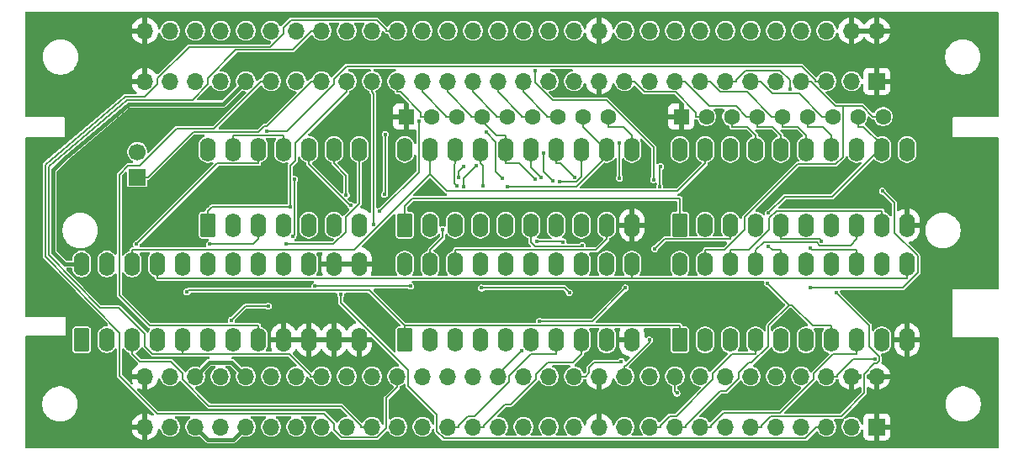
<source format=gtl>
G04 #@! TF.GenerationSoftware,KiCad,Pcbnew,9.0.2*
G04 #@! TF.CreationDate,2026-01-02T17:49:50+00:00*
G04 #@! TF.ProjectId,MegaCD-Connect BD Remake,4d656761-4344-42d4-936f-6e6e65637420,rev?*
G04 #@! TF.SameCoordinates,Original*
G04 #@! TF.FileFunction,Copper,L1,Top*
G04 #@! TF.FilePolarity,Positive*
%FSLAX46Y46*%
G04 Gerber Fmt 4.6, Leading zero omitted, Abs format (unit mm)*
G04 Created by KiCad (PCBNEW 9.0.2) date 2026-01-02 17:49:50*
%MOMM*%
%LPD*%
G01*
G04 APERTURE LIST*
G04 Aperture macros list*
%AMRoundRect*
0 Rectangle with rounded corners*
0 $1 Rounding radius*
0 $2 $3 $4 $5 $6 $7 $8 $9 X,Y pos of 4 corners*
0 Add a 4 corners polygon primitive as box body*
4,1,4,$2,$3,$4,$5,$6,$7,$8,$9,$2,$3,0*
0 Add four circle primitives for the rounded corners*
1,1,$1+$1,$2,$3*
1,1,$1+$1,$4,$5*
1,1,$1+$1,$6,$7*
1,1,$1+$1,$8,$9*
0 Add four rect primitives between the rounded corners*
20,1,$1+$1,$2,$3,$4,$5,0*
20,1,$1+$1,$4,$5,$6,$7,0*
20,1,$1+$1,$6,$7,$8,$9,0*
20,1,$1+$1,$8,$9,$2,$3,0*%
G04 Aperture macros list end*
G04 #@! TA.AperFunction,ComponentPad*
%ADD10RoundRect,0.250000X0.550000X-0.950000X0.550000X0.950000X-0.550000X0.950000X-0.550000X-0.950000X0*%
G04 #@! TD*
G04 #@! TA.AperFunction,ComponentPad*
%ADD11O,1.600000X2.400000*%
G04 #@! TD*
G04 #@! TA.AperFunction,ComponentPad*
%ADD12R,1.700000X1.700000*%
G04 #@! TD*
G04 #@! TA.AperFunction,ComponentPad*
%ADD13O,1.700000X1.700000*%
G04 #@! TD*
G04 #@! TA.AperFunction,ComponentPad*
%ADD14C,1.700000*%
G04 #@! TD*
G04 #@! TA.AperFunction,ComponentPad*
%ADD15R,1.600000X1.600000*%
G04 #@! TD*
G04 #@! TA.AperFunction,ComponentPad*
%ADD16C,1.600000*%
G04 #@! TD*
G04 #@! TA.AperFunction,ViaPad*
%ADD17C,0.400000*%
G04 #@! TD*
G04 #@! TA.AperFunction,Conductor*
%ADD18C,0.200000*%
G04 #@! TD*
G04 #@! TA.AperFunction,Conductor*
%ADD19C,0.400000*%
G04 #@! TD*
G04 APERTURE END LIST*
D10*
X112776000Y-106162000D03*
D11*
X115316000Y-106162000D03*
X117856000Y-106162000D03*
X120396000Y-106162000D03*
X122936000Y-106162000D03*
X125476000Y-106162000D03*
X128016000Y-106162000D03*
X130556000Y-106162000D03*
X133096000Y-106162000D03*
X135636000Y-106162000D03*
X138176000Y-106162000D03*
X140716000Y-106162000D03*
X140716000Y-98542000D03*
X138176000Y-98542000D03*
X135636000Y-98542000D03*
X133096000Y-98542000D03*
X130556000Y-98542000D03*
X128016000Y-98542000D03*
X125476000Y-98542000D03*
X122936000Y-98542000D03*
X120396000Y-98542000D03*
X117856000Y-98542000D03*
X115316000Y-98542000D03*
X112776000Y-98542000D03*
D10*
X145288000Y-106172000D03*
D11*
X147828000Y-106172000D03*
X150368000Y-106172000D03*
X152908000Y-106172000D03*
X155448000Y-106172000D03*
X157988000Y-106172000D03*
X160528000Y-106172000D03*
X163068000Y-106172000D03*
X165608000Y-106172000D03*
X168148000Y-106172000D03*
X168148000Y-98552000D03*
X165608000Y-98552000D03*
X163068000Y-98552000D03*
X160528000Y-98552000D03*
X157988000Y-98552000D03*
X155448000Y-98552000D03*
X152908000Y-98552000D03*
X150368000Y-98552000D03*
X147828000Y-98552000D03*
X145288000Y-98552000D03*
D10*
X172974000Y-106172000D03*
D11*
X175514000Y-106172000D03*
X178054000Y-106172000D03*
X180594000Y-106172000D03*
X183134000Y-106172000D03*
X185674000Y-106172000D03*
X188214000Y-106172000D03*
X190754000Y-106172000D03*
X193294000Y-106172000D03*
X195834000Y-106172000D03*
X195834000Y-98552000D03*
X193294000Y-98552000D03*
X190754000Y-98552000D03*
X188214000Y-98552000D03*
X185674000Y-98552000D03*
X183134000Y-98552000D03*
X180594000Y-98552000D03*
X178054000Y-98552000D03*
X175514000Y-98552000D03*
X172974000Y-98552000D03*
D10*
X125476000Y-94615000D03*
D11*
X128016000Y-94615000D03*
X130556000Y-94615000D03*
X133096000Y-94615000D03*
X135636000Y-94615000D03*
X138176000Y-94615000D03*
X140716000Y-94615000D03*
X140716000Y-86995000D03*
X138176000Y-86995000D03*
X135636000Y-86995000D03*
X133096000Y-86995000D03*
X130556000Y-86995000D03*
X128016000Y-86995000D03*
X125476000Y-86995000D03*
D10*
X145288000Y-94615000D03*
D11*
X147828000Y-94615000D03*
X150368000Y-94615000D03*
X152908000Y-94615000D03*
X155448000Y-94615000D03*
X157988000Y-94615000D03*
X160528000Y-94615000D03*
X163068000Y-94615000D03*
X165608000Y-94615000D03*
X168148000Y-94615000D03*
X168148000Y-86995000D03*
X165608000Y-86995000D03*
X163068000Y-86995000D03*
X160528000Y-86995000D03*
X157988000Y-86995000D03*
X155448000Y-86995000D03*
X152908000Y-86995000D03*
X150368000Y-86995000D03*
X147828000Y-86995000D03*
X145288000Y-86995000D03*
D10*
X172974000Y-94615000D03*
D11*
X175514000Y-94615000D03*
X178054000Y-94615000D03*
X180594000Y-94615000D03*
X183134000Y-94615000D03*
X185674000Y-94615000D03*
X188214000Y-94615000D03*
X190754000Y-94615000D03*
X193294000Y-94615000D03*
X195834000Y-94615000D03*
X195834000Y-86995000D03*
X193294000Y-86995000D03*
X190754000Y-86995000D03*
X188214000Y-86995000D03*
X185674000Y-86995000D03*
X183134000Y-86995000D03*
X180594000Y-86995000D03*
X178054000Y-86995000D03*
X175514000Y-86995000D03*
X172974000Y-86995000D03*
D12*
X192786000Y-80137000D03*
D13*
X190246000Y-80137000D03*
X187706000Y-80137000D03*
X185166000Y-80137000D03*
X182626000Y-80137000D03*
X180086000Y-80137000D03*
X177546000Y-80137000D03*
X175006000Y-80137000D03*
X172466000Y-80137000D03*
X169926000Y-80137000D03*
X167386000Y-80137000D03*
X164846000Y-80137000D03*
X162306000Y-80137000D03*
X159766000Y-80137000D03*
X157226000Y-80137000D03*
X154686000Y-80137000D03*
X152146000Y-80137000D03*
X149606000Y-80137000D03*
X147066000Y-80137000D03*
X144526000Y-80137000D03*
X141986000Y-80137000D03*
X139446000Y-80137000D03*
X136906000Y-80137000D03*
X134366000Y-80137000D03*
X131826000Y-80137000D03*
X129286000Y-80137000D03*
X126746000Y-80137000D03*
X124206000Y-80137000D03*
X121666000Y-80137000D03*
X119126000Y-80137000D03*
X192786000Y-75057000D03*
X190246000Y-75057000D03*
X187706000Y-75057000D03*
X185166000Y-75057000D03*
X182626000Y-75057000D03*
X180086000Y-75057000D03*
X177546000Y-75057000D03*
X175006000Y-75057000D03*
X172466000Y-75057000D03*
X169926000Y-75057000D03*
X167386000Y-75057000D03*
X164846000Y-75057000D03*
X162306000Y-75057000D03*
X159766000Y-75057000D03*
X157226000Y-75057000D03*
X154686000Y-75057000D03*
X152146000Y-75057000D03*
X149606000Y-75057000D03*
X147066000Y-75057000D03*
X144526000Y-75057000D03*
X141986000Y-75057000D03*
X139446000Y-75057000D03*
X136906000Y-75057000D03*
X134366000Y-75057000D03*
X131826000Y-75057000D03*
X129286000Y-75057000D03*
X126746000Y-75057000D03*
X124206000Y-75057000D03*
X121666000Y-75057000D03*
X119126000Y-75057000D03*
D12*
X192786000Y-114935000D03*
D13*
X190246000Y-114935000D03*
X187706000Y-114935000D03*
X185166000Y-114935000D03*
X182626000Y-114935000D03*
X180086000Y-114935000D03*
X177546000Y-114935000D03*
X175006000Y-114935000D03*
X172466000Y-114935000D03*
X169926000Y-114935000D03*
X167386000Y-114935000D03*
X164846000Y-114935000D03*
X162306000Y-114935000D03*
X159766000Y-114935000D03*
X157226000Y-114935000D03*
X154686000Y-114935000D03*
X152146000Y-114935000D03*
X149606000Y-114935000D03*
X147066000Y-114935000D03*
X144526000Y-114935000D03*
X141986000Y-114935000D03*
X139446000Y-114935000D03*
X136906000Y-114935000D03*
X134366000Y-114935000D03*
X131826000Y-114935000D03*
X129286000Y-114935000D03*
X126746000Y-114935000D03*
X124206000Y-114935000D03*
X121666000Y-114935000D03*
X119126000Y-114935000D03*
X192786000Y-109855000D03*
X190246000Y-109855000D03*
X187706000Y-109855000D03*
X185166000Y-109855000D03*
X182626000Y-109855000D03*
X180086000Y-109855000D03*
X177546000Y-109855000D03*
X175006000Y-109855000D03*
X172466000Y-109855000D03*
X169926000Y-109855000D03*
X167386000Y-109855000D03*
X164846000Y-109855000D03*
X162306000Y-109855000D03*
X159766000Y-109855000D03*
X157226000Y-109855000D03*
X154686000Y-109855000D03*
X152146000Y-109855000D03*
X149606000Y-109855000D03*
X147066000Y-109855000D03*
X144526000Y-109855000D03*
X141986000Y-109855000D03*
X139446000Y-109855000D03*
X136906000Y-109855000D03*
X134366000Y-109855000D03*
X131826000Y-109855000D03*
X129286000Y-109855000D03*
X126746000Y-109855000D03*
X124206000Y-109855000D03*
X121666000Y-109855000D03*
X119126000Y-109855000D03*
D12*
X118364000Y-89794000D03*
D14*
X118364000Y-87254000D03*
D15*
X145415000Y-83693000D03*
D16*
X147955000Y-83693000D03*
X150495000Y-83693000D03*
X153035000Y-83693000D03*
X155575000Y-83693000D03*
X158115000Y-83693000D03*
X160655000Y-83693000D03*
X163195000Y-83693000D03*
X165735000Y-83693000D03*
D15*
X173101000Y-83693000D03*
D16*
X175641000Y-83693000D03*
X178181000Y-83693000D03*
X180721000Y-83693000D03*
X183261000Y-83693000D03*
X185801000Y-83693000D03*
X188341000Y-83693000D03*
X190881000Y-83693000D03*
X193421000Y-83693000D03*
D17*
X171196000Y-81915000D03*
X178435000Y-92583000D03*
X109347000Y-81280000D03*
X178943000Y-112268000D03*
X123444000Y-89789000D03*
X168402000Y-90551000D03*
X119761000Y-84328000D03*
X185166000Y-112268000D03*
X153035000Y-102616000D03*
X135382000Y-89789000D03*
X180594000Y-90678000D03*
X176530000Y-88900000D03*
X140589000Y-102743000D03*
X124968000Y-113157000D03*
X132461000Y-92202000D03*
X188087000Y-90551000D03*
X109347000Y-108458000D03*
X165354000Y-90043000D03*
X178308000Y-102362000D03*
X120650000Y-102743000D03*
X126238000Y-111760000D03*
X111633000Y-90932000D03*
X187579000Y-112522000D03*
X146431000Y-92456000D03*
X201549000Y-81534000D03*
X122047000Y-111760000D03*
X155321000Y-102616000D03*
X137160000Y-92202000D03*
X119126000Y-107823000D03*
X141478000Y-91821000D03*
X168148000Y-103886000D03*
X180594000Y-102362000D03*
X141478000Y-89789000D03*
X167640000Y-107950000D03*
X192151000Y-112649000D03*
X166243000Y-81661000D03*
X190881000Y-101981000D03*
X184277000Y-88138000D03*
X119888000Y-100203000D03*
X160528000Y-102616000D03*
X147447000Y-90932000D03*
X173863000Y-111379000D03*
X165862000Y-103886000D03*
X121412000Y-89789000D03*
X117983000Y-101727000D03*
X143510000Y-104648000D03*
X123444000Y-92964000D03*
X175133000Y-92583000D03*
X122936000Y-102743000D03*
X165735000Y-92583000D03*
X201422000Y-108585000D03*
X128016000Y-102743000D03*
X148971000Y-104140000D03*
X165227000Y-101346000D03*
X140081000Y-89789000D03*
X157988000Y-102616000D03*
X123444000Y-83820000D03*
X130683000Y-89789000D03*
X125730000Y-102743000D03*
X185547000Y-90551000D03*
X117348000Y-94742000D03*
X189865000Y-92075000D03*
X130556000Y-101981000D03*
X182880000Y-111887000D03*
X118290800Y-96534500D03*
X142179400Y-94529700D03*
X131380400Y-85132500D03*
X133340400Y-96534500D03*
X131533000Y-102780500D03*
X127834900Y-104188100D03*
X125641000Y-96534500D03*
X123350500Y-101344800D03*
X136245600Y-100778600D03*
X145875500Y-100770000D03*
X150552900Y-90692400D03*
X153137000Y-90699100D03*
X158389400Y-89990700D03*
X159029000Y-89848600D03*
X162369500Y-89814200D03*
X163140000Y-96693800D03*
X161223700Y-96305100D03*
X158566400Y-96285800D03*
X160856300Y-90278100D03*
X155633300Y-90782300D03*
X161833000Y-101410100D03*
X152996900Y-100949300D03*
X152510800Y-88636600D03*
X149098000Y-95093300D03*
X151207600Y-90758400D03*
X170431200Y-97015100D03*
X181808400Y-100508700D03*
X187171800Y-96220600D03*
X184042900Y-80951900D03*
X186089800Y-96925500D03*
X188720600Y-101434400D03*
X186089800Y-100949300D03*
X193351600Y-91188200D03*
X181864000Y-96745500D03*
X181871300Y-93417300D03*
X133734800Y-92812800D03*
X138848000Y-101632200D03*
X139389000Y-91607800D03*
X139865600Y-92649200D03*
X192601000Y-108120700D03*
X172673500Y-111541800D03*
X169899200Y-106189600D03*
X170934900Y-90722800D03*
X171025000Y-88724000D03*
X166878000Y-86354400D03*
X167072600Y-108326000D03*
X166885000Y-89884900D03*
X160217500Y-90161200D03*
X159258000Y-87406100D03*
X170318900Y-90045400D03*
X158844300Y-104299700D03*
X167472800Y-100949300D03*
X158378300Y-79086900D03*
X155101000Y-89884900D03*
X157058000Y-107302800D03*
X153449900Y-85272800D03*
X151173000Y-88724000D03*
X150695900Y-89860000D03*
X146709000Y-84158200D03*
X142779900Y-93229400D03*
X143317000Y-85484300D03*
X143236800Y-91527600D03*
X134011800Y-95758900D03*
X134178800Y-89997500D03*
D18*
X144526000Y-109855000D02*
X144526000Y-110932100D01*
X144526000Y-110932100D02*
X143448900Y-112009200D01*
X120396000Y-79828500D02*
X123563400Y-76661100D01*
X137164700Y-113616600D02*
X120373000Y-113616600D01*
X119153700Y-81668600D02*
X120396000Y-80426300D01*
X143448900Y-112009200D02*
X143448900Y-115024300D01*
X109100000Y-97750000D02*
X109100000Y-88550000D01*
X117184100Y-81668600D02*
X119153700Y-81668600D01*
X120396000Y-80426300D02*
X120396000Y-79828500D01*
X138176000Y-114627900D02*
X137164700Y-113616600D01*
X143448900Y-115024300D02*
X142455400Y-116017800D01*
X133096000Y-74735300D02*
X133866600Y-73964700D01*
X138176000Y-115226900D02*
X138176000Y-114627900D01*
X138966900Y-116017800D02*
X138176000Y-115226900D01*
X120373000Y-113616600D02*
X116586000Y-109829600D01*
X116586000Y-105518200D02*
X109100000Y-97750000D01*
X142455400Y-116017800D02*
X138966900Y-116017800D01*
X133866600Y-73964700D02*
X142468200Y-73964700D01*
X123563400Y-76661100D02*
X131758000Y-76661100D01*
X109100000Y-88550000D02*
X117184100Y-81668600D01*
X133096000Y-75323100D02*
X133096000Y-74735300D01*
X131758000Y-76661100D02*
X133096000Y-75323100D01*
X116586000Y-109829600D02*
X116586000Y-105518200D01*
X142468200Y-73964700D02*
X143448900Y-74945400D01*
X143448900Y-75057000D02*
X144526000Y-75057000D01*
X143448900Y-74945400D02*
X143448900Y-75057000D01*
X117856000Y-106162000D02*
X117856000Y-107589100D01*
X117856000Y-107589100D02*
X118623300Y-108356400D01*
X118623300Y-108356400D02*
X121731600Y-108356400D01*
X121731600Y-108356400D02*
X122936000Y-109560800D01*
X122936000Y-109560800D02*
X122936000Y-110160800D01*
X122936000Y-110160800D02*
X125591900Y-112816700D01*
X125591900Y-112816700D02*
X138902200Y-112816700D01*
X138902200Y-112816700D02*
X140908900Y-114823400D01*
X140908900Y-114823400D02*
X140908900Y-114935000D01*
X140908900Y-114935000D02*
X141986000Y-114935000D01*
D19*
X124206000Y-109855000D02*
X125628400Y-108432600D01*
X125628400Y-108432600D02*
X127863600Y-108432600D01*
X127863600Y-108432600D02*
X129286000Y-109855000D01*
X124206000Y-114935000D02*
X125476000Y-116205000D01*
X125476000Y-116205000D02*
X128016000Y-116205000D01*
X128016000Y-116205000D02*
X129286000Y-114935000D01*
X117513224Y-82423000D02*
X127000000Y-82423000D01*
D18*
X133096000Y-85567900D02*
X128016000Y-85567900D01*
X128016000Y-86995000D02*
X128016000Y-85567900D01*
D19*
X109877000Y-97377000D02*
X109877000Y-89083257D01*
D18*
X133096000Y-86995000D02*
X133096000Y-85567900D01*
D19*
X127000000Y-82423000D02*
X129286000Y-80137000D01*
X112776000Y-98542000D02*
X111042000Y-98542000D01*
X111042000Y-98542000D02*
X109877000Y-97377000D01*
X111096478Y-87863779D02*
X117513224Y-82423000D01*
X109877000Y-89083257D02*
X111096478Y-87863779D01*
D18*
X118290800Y-96534500D02*
X126403200Y-88422100D01*
X130556000Y-86995000D02*
X130556000Y-88422100D01*
X126403200Y-88422100D02*
X130556000Y-88422100D01*
X141986000Y-80137000D02*
X141986000Y-81214100D01*
X142179400Y-81407500D02*
X141986000Y-81214100D01*
X142179400Y-94529700D02*
X142179400Y-81407500D01*
X123994400Y-85240700D02*
X119441100Y-89794000D01*
X130585200Y-85240700D02*
X123994400Y-85240700D01*
X136906000Y-80137000D02*
X135828900Y-80137000D01*
X135828900Y-80137000D02*
X135828900Y-80248600D01*
X118364000Y-89794000D02*
X119441100Y-89794000D01*
X131380400Y-84697100D02*
X131128800Y-84697100D01*
X131128800Y-84697100D02*
X130585200Y-85240700D01*
X135828900Y-80248600D02*
X131380400Y-84697100D01*
X122936000Y-106875500D02*
X122936000Y-107507300D01*
X122936000Y-106875500D02*
X122936000Y-106827900D01*
X128297300Y-76988300D02*
X134009200Y-76988300D01*
X119907600Y-107589100D02*
X119126000Y-106807500D01*
X117356800Y-81995800D02*
X123906500Y-81995800D01*
X133674600Y-107589100D02*
X135828900Y-109743400D01*
X122936000Y-107507300D02*
X122936000Y-107589100D01*
X135828900Y-75057000D02*
X136906000Y-75057000D01*
X114600000Y-102950000D02*
X109450000Y-97600000D01*
X125476000Y-80426300D02*
X125476000Y-79809600D01*
X116507200Y-102953800D02*
X114600000Y-102950000D01*
X119126000Y-105572600D02*
X116507200Y-102953800D01*
X109450000Y-88700000D02*
X117356800Y-81995800D01*
X119126000Y-106807500D02*
X119126000Y-105572600D01*
X122936000Y-107589100D02*
X133674600Y-107589100D01*
X122936000Y-106162000D02*
X122936000Y-106827900D01*
X123906500Y-81995800D02*
X125476000Y-80426300D01*
X134009200Y-76988300D02*
X135828900Y-75168600D01*
X136906000Y-109855000D02*
X135828900Y-109855000D01*
X135828900Y-75168600D02*
X135828900Y-75057000D01*
X109450000Y-97600000D02*
X109450000Y-88700000D01*
X135828900Y-109743400D02*
X135828900Y-109855000D01*
X122936000Y-107589100D02*
X119907600Y-107589100D01*
X125476000Y-79809600D02*
X128297300Y-76988300D01*
X139397000Y-78659800D02*
X138176000Y-79880800D01*
X138176000Y-79880800D02*
X138176000Y-80403100D01*
X133446600Y-85132500D02*
X131380400Y-85132500D01*
X138176000Y-80403100D02*
X133446600Y-85132500D01*
X187706000Y-80137000D02*
X186628900Y-80137000D01*
X186628900Y-80137000D02*
X186628900Y-80025400D01*
X185263300Y-78659800D02*
X139397000Y-78659800D01*
X186628900Y-80025400D02*
X185263300Y-78659800D01*
X140716000Y-92420600D02*
X140716000Y-86995000D01*
X129242500Y-102780500D02*
X131533000Y-102780500D01*
X138109600Y-96534500D02*
X139330300Y-95313800D01*
X127834900Y-104188100D02*
X129242500Y-102780500D01*
X133340400Y-96534500D02*
X138109600Y-96534500D01*
X139330300Y-93806300D02*
X140716000Y-92420600D01*
X139330300Y-95313800D02*
X139330300Y-93806300D01*
X130748900Y-80248600D02*
X130748900Y-80137000D01*
X126084000Y-84913500D02*
X130748900Y-80248600D01*
X117452700Y-88639700D02*
X118596200Y-88639700D01*
X116546200Y-101653800D02*
X116546200Y-89546200D01*
X130556000Y-104734900D02*
X119619100Y-104734900D01*
X130556000Y-106162000D02*
X130556000Y-104734900D01*
X116542100Y-101657900D02*
X116546200Y-101653800D01*
X119619100Y-104734900D02*
X116542100Y-101657900D01*
X116546200Y-89546200D02*
X117452700Y-88639700D01*
X131826000Y-80137000D02*
X130748900Y-80137000D01*
X118596200Y-88639700D02*
X122322400Y-84913500D01*
X122322400Y-84913500D02*
X126084000Y-84913500D01*
X130063600Y-96534500D02*
X130556000Y-96042100D01*
X125641000Y-96534500D02*
X130063600Y-96534500D01*
X130556000Y-94615000D02*
X130556000Y-96042100D01*
X123490200Y-101205100D02*
X123350500Y-101344800D01*
X145288000Y-104744900D02*
X141748200Y-101205100D01*
X172974000Y-104744900D02*
X145288000Y-104744900D01*
X141748200Y-101205100D02*
X123490200Y-101205100D01*
X145288000Y-106172000D02*
X145288000Y-104744900D01*
X172974000Y-106172000D02*
X172974000Y-104744900D01*
X168175400Y-99979100D02*
X168148000Y-99951700D01*
X120406000Y-99979100D02*
X120396000Y-99969100D01*
X168120600Y-99979100D02*
X120406000Y-99979100D01*
X168148000Y-99951700D02*
X168120600Y-99979100D01*
X168148000Y-99897300D02*
X168148000Y-99951700D01*
X195834000Y-99979100D02*
X168175400Y-99979100D01*
X195834000Y-98552000D02*
X195834000Y-99979100D01*
X120396000Y-98542000D02*
X120396000Y-99969100D01*
X168148000Y-98552000D02*
X168148000Y-99897300D01*
X140198200Y-97114900D02*
X147828000Y-89485100D01*
X149552300Y-91209400D02*
X172726700Y-91209400D01*
X117856000Y-97114900D02*
X140198200Y-97114900D01*
X147828000Y-89485100D02*
X147828000Y-86995000D01*
X117856000Y-98542000D02*
X117856000Y-97114900D01*
X172726700Y-91209400D02*
X175514000Y-88422100D01*
X175514000Y-86995000D02*
X175514000Y-88422100D01*
X147828000Y-89485100D02*
X149552300Y-91209400D01*
X145288000Y-94615000D02*
X145288000Y-92710000D01*
X172974000Y-91948000D02*
X172974000Y-94615000D01*
X136245600Y-100778600D02*
X145866900Y-100778600D01*
X146050000Y-91948000D02*
X172974000Y-91948000D01*
X145866900Y-100778600D02*
X145875500Y-100770000D01*
X145288000Y-92710000D02*
X146050000Y-91948000D01*
X144526000Y-81214100D02*
X144874700Y-81214100D01*
X144874700Y-81214100D02*
X146927900Y-83267300D01*
X150368000Y-86995000D02*
X150368000Y-88422100D01*
X144526000Y-80137000D02*
X144526000Y-81214100D01*
X147955000Y-83693000D02*
X146927900Y-83693000D01*
X150268700Y-88521400D02*
X150268700Y-90408200D01*
X146927900Y-83267300D02*
X146927900Y-83693000D01*
X150368000Y-88422100D02*
X150268700Y-88521400D01*
X150268700Y-90408200D02*
X150552900Y-90692400D01*
X150495000Y-83693000D02*
X149467900Y-83693000D01*
X149467900Y-83616000D02*
X149467900Y-83693000D01*
X147066000Y-80137000D02*
X147066000Y-81214100D01*
X147066000Y-81214100D02*
X149467900Y-83616000D01*
X152908000Y-86995000D02*
X152908000Y-88422100D01*
X153137000Y-88651100D02*
X153137000Y-90699100D01*
X152908000Y-88422100D02*
X153137000Y-88651100D01*
X158389400Y-89990700D02*
X156820800Y-88422100D01*
X152007900Y-83616000D02*
X152007900Y-83693000D01*
X155448000Y-86995000D02*
X155448000Y-88422100D01*
X154513800Y-85567900D02*
X155448000Y-85567900D01*
X149606000Y-81214100D02*
X152007900Y-83616000D01*
X153035000Y-83693000D02*
X152638900Y-83693000D01*
X149606000Y-80137000D02*
X149606000Y-81214100D01*
X156820800Y-88422100D02*
X155448000Y-88422100D01*
X152638900Y-83693000D02*
X152007900Y-83693000D01*
X155448000Y-86995000D02*
X155448000Y-85567900D01*
X152638900Y-83693000D02*
X154513800Y-85567900D01*
X157947400Y-107599100D02*
X160528000Y-107599100D01*
X149606000Y-114935000D02*
X150683100Y-114935000D01*
X155763200Y-110374200D02*
X155763200Y-109783300D01*
X155763200Y-109783300D02*
X157947400Y-107599100D01*
X150683100Y-114935000D02*
X150683100Y-114800200D01*
X150683100Y-114800200D02*
X151625400Y-113857900D01*
X152279500Y-113857900D02*
X155763200Y-110374200D01*
X151625400Y-113857900D02*
X152279500Y-113857900D01*
X160528000Y-106172000D02*
X160528000Y-107599100D01*
X158496000Y-110108900D02*
X155939300Y-112665600D01*
X159645600Y-108450700D02*
X158496000Y-109600300D01*
X162216400Y-108450700D02*
X159645600Y-108450700D01*
X163068000Y-107599100D02*
X162216400Y-108450700D01*
X155939300Y-112665600D02*
X155357700Y-112665600D01*
X153223100Y-114800200D02*
X153223100Y-114935000D01*
X158496000Y-109600300D02*
X158496000Y-110108900D01*
X163068000Y-106172000D02*
X163068000Y-107599100D01*
X152146000Y-114935000D02*
X153223100Y-114935000D01*
X155357700Y-112665600D02*
X153223100Y-114800200D01*
X157988000Y-88807600D02*
X157988000Y-86995000D01*
X159029000Y-89848600D02*
X157988000Y-88807600D01*
X152146000Y-81214100D02*
X154547900Y-83616000D01*
X154547900Y-83616000D02*
X154547900Y-83693000D01*
X155575000Y-83693000D02*
X154547900Y-83693000D01*
X152146000Y-80137000D02*
X152146000Y-81214100D01*
X158115000Y-83693000D02*
X157087900Y-83693000D01*
X157087900Y-83616000D02*
X157087900Y-83693000D01*
X160528000Y-88422100D02*
X160977400Y-88422100D01*
X154686000Y-80137000D02*
X154686000Y-81214100D01*
X160528000Y-86995000D02*
X160528000Y-88422100D01*
X160977400Y-88422100D02*
X162369500Y-89814200D01*
X154686000Y-81214100D02*
X157087900Y-83616000D01*
X163088100Y-96745700D02*
X158384500Y-96745700D01*
X157988000Y-96349200D02*
X157988000Y-94615000D01*
X158384500Y-96745700D02*
X157988000Y-96349200D01*
X163140000Y-96693800D02*
X163088100Y-96745700D01*
X161204400Y-96285800D02*
X161223700Y-96305100D01*
X159627900Y-83616000D02*
X159627900Y-83693000D01*
X158566400Y-96285800D02*
X161204400Y-96285800D01*
X157226000Y-81214100D02*
X159627900Y-83616000D01*
X157226000Y-80137000D02*
X157226000Y-81214100D01*
X162511200Y-90278100D02*
X160856300Y-90278100D01*
X163068000Y-86995000D02*
X163068000Y-89721300D01*
X163068000Y-89721300D02*
X162511200Y-90278100D01*
X160655000Y-83693000D02*
X159627900Y-83693000D01*
X165378300Y-87920300D02*
X162516300Y-90782300D01*
X165378300Y-86995000D02*
X165378300Y-87920300D01*
X165378300Y-86903400D02*
X165378300Y-86995000D01*
X165378300Y-86995000D02*
X165608000Y-86995000D01*
X162516300Y-90782300D02*
X155633300Y-90782300D01*
X163195000Y-84720100D02*
X165378300Y-86903400D01*
X163195000Y-83693000D02*
X163195000Y-84720100D01*
X161372200Y-100949300D02*
X161833000Y-101410100D01*
X152996900Y-100949300D02*
X161372200Y-100949300D01*
X165608000Y-96042100D02*
X164525200Y-97124900D01*
X165608000Y-94615000D02*
X165608000Y-96042100D01*
X150368000Y-98552000D02*
X150368000Y-97124900D01*
X164525200Y-97124900D02*
X150368000Y-97124900D01*
X165735000Y-83693000D02*
X165735000Y-84720100D01*
X168148000Y-86995000D02*
X168148000Y-85567900D01*
X149098000Y-95854900D02*
X147828000Y-97124900D01*
X149098000Y-95093300D02*
X149098000Y-95854900D01*
X147828000Y-98552000D02*
X147828000Y-97124900D01*
X167300200Y-84720100D02*
X168148000Y-85567900D01*
X165735000Y-84720100D02*
X167300200Y-84720100D01*
X151207600Y-89939800D02*
X151207600Y-90758400D01*
X152510800Y-88636600D02*
X151207600Y-89939800D01*
X174613900Y-83267300D02*
X174613900Y-83693000D01*
X168463100Y-80137000D02*
X168463100Y-80237700D01*
X168463100Y-80237700D02*
X169439600Y-81214200D01*
X175641000Y-83693000D02*
X174613900Y-83693000D01*
X169439600Y-81214200D02*
X172560800Y-81214200D01*
X172560800Y-81214200D02*
X174613900Y-83267300D01*
X167386000Y-80137000D02*
X168463100Y-80137000D01*
X171003100Y-114800200D02*
X171945400Y-113857900D01*
X170431200Y-97015100D02*
X171404200Y-96042100D01*
X178054000Y-94615000D02*
X178054000Y-96042100D01*
X176276000Y-109546500D02*
X178223400Y-107599100D01*
X171404200Y-96042100D02*
X178054000Y-96042100D01*
X169926000Y-114935000D02*
X171003100Y-114935000D01*
X176276000Y-110179300D02*
X176276000Y-109546500D01*
X171003100Y-114935000D02*
X171003100Y-114800200D01*
X178223400Y-107599100D02*
X180594000Y-107599100D01*
X171945400Y-113857900D02*
X172597400Y-113857900D01*
X172597400Y-113857900D02*
X176276000Y-110179300D01*
X180594000Y-106172000D02*
X180594000Y-107599100D01*
X178181000Y-84720100D02*
X179746200Y-84720100D01*
X178181000Y-83693000D02*
X178181000Y-84720100D01*
X179746200Y-84720100D02*
X180594000Y-85567900D01*
X180594000Y-86995000D02*
X180594000Y-85567900D01*
X179693900Y-83693000D02*
X178666800Y-82665900D01*
X180721000Y-83693000D02*
X179693900Y-83693000D01*
X172466000Y-80137000D02*
X173543100Y-80137000D01*
X182286200Y-84720100D02*
X183134000Y-85567900D01*
X173543100Y-80248600D02*
X173543100Y-80137000D01*
X180721000Y-84720100D02*
X182286200Y-84720100D01*
X178666800Y-82665900D02*
X175960400Y-82665900D01*
X183134000Y-86995000D02*
X183134000Y-85567900D01*
X180721000Y-84206500D02*
X180721000Y-84720100D01*
X180721000Y-84206500D02*
X180721000Y-83693000D01*
X175960400Y-82665900D02*
X173543100Y-80248600D01*
X178892600Y-110033600D02*
X178892600Y-109501000D01*
X173543100Y-114935000D02*
X173543100Y-114800400D01*
X184237100Y-102654500D02*
X186327500Y-104744900D01*
X173543100Y-114800400D02*
X177032900Y-111310600D01*
X172466000Y-114935000D02*
X173543100Y-114935000D01*
X183954300Y-102654500D02*
X184237100Y-102654500D01*
X180203600Y-108461800D02*
X181864000Y-106801400D01*
X183954300Y-102654500D02*
X181808400Y-100508700D01*
X186327500Y-104744900D02*
X188214000Y-104744900D01*
X178892600Y-109501000D02*
X179931800Y-108461800D01*
X179931800Y-108461800D02*
X180203600Y-108461800D01*
X181864000Y-104744800D02*
X183954300Y-102654500D01*
X177032900Y-111310600D02*
X177615600Y-111310600D01*
X181864000Y-106801400D02*
X181864000Y-104744800D01*
X188214000Y-106172000D02*
X188214000Y-104744900D01*
X177615600Y-111310600D02*
X178892600Y-110033600D01*
X190754000Y-106172000D02*
X190754000Y-107599100D01*
X186993300Y-96042100D02*
X187171800Y-96220600D01*
X183023300Y-113530700D02*
X186436000Y-110118000D01*
X176083100Y-114935000D02*
X176083100Y-114800400D01*
X186436000Y-110118000D02*
X186436000Y-109574300D01*
X186436000Y-109574300D02*
X188411200Y-107599100D01*
X177352800Y-113530700D02*
X183023300Y-113530700D01*
X175006000Y-114935000D02*
X176083100Y-114935000D01*
X188411200Y-107599100D02*
X190754000Y-107599100D01*
X183134000Y-96042100D02*
X186993300Y-96042100D01*
X183134000Y-94615000D02*
X183134000Y-96042100D01*
X176083100Y-114800400D02*
X177352800Y-113530700D01*
X176083100Y-80137000D02*
X176083100Y-80271800D01*
X184826200Y-84720100D02*
X185674000Y-85567900D01*
X177025400Y-81214100D02*
X179755000Y-81214100D01*
X175006000Y-80137000D02*
X176083100Y-80137000D01*
X183261000Y-83693000D02*
X182233900Y-83693000D01*
X179755000Y-81214100D02*
X182233900Y-83693000D01*
X183261000Y-84720100D02*
X184826200Y-84720100D01*
X183261000Y-83693000D02*
X183261000Y-84720100D01*
X176083100Y-80271800D02*
X177025400Y-81214100D01*
X185674000Y-86995000D02*
X185674000Y-85567900D01*
X183073000Y-79059200D02*
X184042900Y-80029100D01*
X178623100Y-80137000D02*
X178623100Y-80002400D01*
X187366200Y-84720100D02*
X188214000Y-85567900D01*
X185801000Y-83693000D02*
X185801000Y-84720100D01*
X178623100Y-80002400D02*
X179566300Y-79059200D01*
X179566300Y-79059200D02*
X183073000Y-79059200D01*
X177546000Y-80137000D02*
X178623100Y-80137000D01*
X184042900Y-80029100D02*
X184042900Y-80951900D01*
X185801000Y-84720100D02*
X187366200Y-84720100D01*
X188214000Y-86995000D02*
X188214000Y-85567900D01*
X186089800Y-96925500D02*
X186289200Y-97124900D01*
X190754000Y-98552000D02*
X190754000Y-97124900D01*
X186289200Y-97124900D02*
X190754000Y-97124900D01*
X192024000Y-106880100D02*
X192024000Y-104737800D01*
X181163100Y-114935000D02*
X181163100Y-114800200D01*
X193028600Y-107884700D02*
X192024000Y-106880100D01*
X181163100Y-114800200D02*
X182105400Y-113857900D01*
X192024000Y-104737800D02*
X188720600Y-101434400D01*
X180086000Y-114935000D02*
X181163100Y-114935000D01*
X189230000Y-113857900D02*
X191516000Y-111506000D01*
X191516000Y-111506000D02*
X191516000Y-109600200D01*
X191516000Y-109600200D02*
X192542400Y-108573800D01*
X192542400Y-108573800D02*
X192754900Y-108573800D01*
X192754900Y-108573800D02*
X193028600Y-108300100D01*
X182105400Y-113857900D02*
X189230000Y-113857900D01*
X193028600Y-108300100D02*
X193028600Y-107884700D01*
X196921800Y-97736700D02*
X196921800Y-99394300D01*
X193351600Y-91188200D02*
X194564000Y-92400600D01*
X181163100Y-80137000D02*
X181163100Y-80271800D01*
X194564000Y-95378900D02*
X196921800Y-97736700D01*
X182270300Y-81379000D02*
X184999900Y-81379000D01*
X180086000Y-80137000D02*
X181163100Y-80137000D01*
X181163100Y-80271800D02*
X182270300Y-81379000D01*
X184999900Y-81379000D02*
X187313900Y-83693000D01*
X196921800Y-99394300D02*
X195366800Y-100949300D01*
X194564000Y-92400600D02*
X194564000Y-95378900D01*
X188341000Y-83693000D02*
X187313900Y-83693000D01*
X195366800Y-100949300D02*
X186089800Y-100949300D01*
X191460000Y-84720100D02*
X193294000Y-86554100D01*
X193294000Y-86995000D02*
X193294000Y-86774500D01*
X193294000Y-86774500D02*
X188307400Y-91761100D01*
X181864000Y-96745500D02*
X182243400Y-97124900D01*
X190881000Y-83693000D02*
X190881000Y-84720100D01*
X193294000Y-86774500D02*
X193294000Y-86554100D01*
X190881000Y-84720100D02*
X191460000Y-84720100D01*
X183527500Y-91761100D02*
X181871300Y-93417300D01*
X183134000Y-98552000D02*
X183134000Y-97124900D01*
X182243400Y-97124900D02*
X183134000Y-97124900D01*
X188307400Y-91761100D02*
X183527500Y-91761100D01*
X182040900Y-96318400D02*
X181400500Y-96318400D01*
X186724700Y-96377400D02*
X182099900Y-96377400D01*
X180594000Y-98552000D02*
X180594000Y-97124900D01*
X181400500Y-96318400D02*
X180594000Y-97124900D01*
X190754000Y-96042100D02*
X190148400Y-96647700D01*
X182099900Y-96377400D02*
X182040900Y-96318400D01*
X190754000Y-94615000D02*
X190754000Y-96042100D01*
X190148400Y-96647700D02*
X186995000Y-96647700D01*
X186995000Y-96647700D02*
X186724700Y-96377400D01*
X193294000Y-94615000D02*
X193294000Y-93187900D01*
X181979800Y-95092800D02*
X179947700Y-97124900D01*
X178054000Y-98552000D02*
X178054000Y-97124900D01*
X179947700Y-97124900D02*
X178054000Y-97124900D01*
X181979800Y-93914700D02*
X181979800Y-95092800D01*
X193294000Y-93187900D02*
X182706600Y-93187900D01*
X182706600Y-93187900D02*
X181979800Y-93914700D01*
X189377300Y-82630900D02*
X189377300Y-87755700D01*
X188602200Y-82630900D02*
X189377300Y-82630900D01*
X189377300Y-87755700D02*
X188630600Y-88502400D01*
X193421000Y-83693000D02*
X192393900Y-83693000D01*
X179458300Y-95102500D02*
X177435900Y-97124900D01*
X189377300Y-82630900D02*
X191331800Y-82630900D01*
X175514000Y-98552000D02*
X175514000Y-97124900D01*
X191331800Y-82630900D02*
X192393900Y-83693000D01*
X179458300Y-93826800D02*
X179458300Y-95102500D01*
X186243100Y-80271800D02*
X188602200Y-82630900D01*
X184782700Y-88502400D02*
X179458300Y-93826800D01*
X186243100Y-80137000D02*
X186243100Y-80271800D01*
X177435900Y-97124900D02*
X175514000Y-97124900D01*
X185166000Y-80137000D02*
X186243100Y-80137000D01*
X188630600Y-88502400D02*
X184782700Y-88502400D01*
X134278600Y-86381500D02*
X134278600Y-88121700D01*
X125851100Y-92812800D02*
X125476000Y-93187900D01*
X125476000Y-94615000D02*
X125476000Y-93187900D01*
X133734800Y-88665500D02*
X133734800Y-92812800D01*
X134278600Y-88121700D02*
X133734800Y-88665500D01*
X139446000Y-80137000D02*
X139446000Y-81214100D01*
X133734800Y-92812800D02*
X125851100Y-92812800D01*
X139446000Y-81214100D02*
X134278600Y-86381500D01*
X145652400Y-110815200D02*
X148528800Y-113691600D01*
X186628900Y-115069600D02*
X186628900Y-114935000D01*
X138848000Y-101632200D02*
X138848000Y-102441300D01*
X187706000Y-114935000D02*
X186628900Y-114935000D01*
X145652400Y-109245700D02*
X145652400Y-110815200D01*
X185620200Y-116078300D02*
X186628900Y-115069600D01*
X148528800Y-113691600D02*
X148528800Y-115384000D01*
X149223100Y-116078300D02*
X185620200Y-116078300D01*
X138848000Y-102441300D02*
X145652400Y-109245700D01*
X148528800Y-115384000D02*
X149223100Y-116078300D01*
X138176000Y-86995000D02*
X138176000Y-88422100D01*
X139389000Y-89635100D02*
X138176000Y-88422100D01*
X139389000Y-91607800D02*
X139389000Y-89635100D01*
X135636000Y-88496900D02*
X135636000Y-88422100D01*
X139788300Y-92649200D02*
X135636000Y-88496900D01*
X139865600Y-92649200D02*
X139788300Y-92649200D01*
X135636000Y-86995000D02*
X135636000Y-88422100D01*
X190382800Y-108120700D02*
X192601000Y-108120700D01*
X188783100Y-109720400D02*
X190382800Y-108120700D01*
X188783100Y-109855000D02*
X188783100Y-109720400D01*
X187706000Y-109855000D02*
X188783100Y-109855000D01*
X172466000Y-109855000D02*
X172466000Y-111334300D01*
X172466000Y-111334300D02*
X172673500Y-111541800D01*
X170934900Y-90722800D02*
X170934900Y-88814100D01*
X167386000Y-109855000D02*
X167386000Y-108777900D01*
X169899200Y-106399300D02*
X169899200Y-106189600D01*
X167386000Y-108777900D02*
X167520600Y-108777900D01*
X170934900Y-88814100D02*
X171025000Y-88724000D01*
X167520600Y-108777900D02*
X169899200Y-106399300D01*
X163830000Y-109474000D02*
X163830000Y-108966000D01*
X162306000Y-109855000D02*
X163449000Y-109855000D01*
X166885000Y-86361400D02*
X166878000Y-86354400D01*
X163830000Y-108966000D02*
X164338000Y-108458000D01*
X166885000Y-89884900D02*
X166885000Y-86361400D01*
X166940600Y-108458000D02*
X167072600Y-108326000D01*
X164338000Y-108458000D02*
X166940600Y-108458000D01*
X163449000Y-109855000D02*
X163830000Y-109474000D01*
X159258000Y-87406100D02*
X159258000Y-89201700D01*
X159258000Y-89201700D02*
X160217500Y-90161200D01*
X158844300Y-104299700D02*
X164122400Y-104299700D01*
X158378400Y-79086900D02*
X158378300Y-79086900D01*
X160161400Y-82055700D02*
X158378400Y-80272700D01*
X165616400Y-82055700D02*
X160161400Y-82055700D01*
X164122400Y-104299700D02*
X167472800Y-100949300D01*
X170318900Y-90045400D02*
X170318900Y-86758200D01*
X158378400Y-80272700D02*
X158378400Y-79086900D01*
X170318900Y-86758200D02*
X165616400Y-82055700D01*
X155101000Y-89884900D02*
X154420800Y-89204700D01*
X154420800Y-89204700D02*
X154420800Y-86243700D01*
X154420800Y-86243700D02*
X153449900Y-85272800D01*
X154686000Y-109855000D02*
X154686000Y-109674800D01*
X154686000Y-109674800D02*
X157058000Y-107302800D01*
X150696000Y-89860000D02*
X150695900Y-89860000D01*
X150696000Y-89201000D02*
X150696000Y-89860000D01*
X151173000Y-88724000D02*
X150696000Y-89201000D01*
X146709000Y-89300300D02*
X146709000Y-84158200D01*
X142779900Y-93229400D02*
X146709000Y-89300300D01*
X143317000Y-91447400D02*
X143317000Y-85484300D01*
X143236800Y-91527600D02*
X143317000Y-91447400D01*
X134011800Y-95758900D02*
X134178800Y-95591900D01*
X134178800Y-95591900D02*
X134178800Y-89997500D01*
G04 #@! TA.AperFunction,Conductor*
G36*
X181424235Y-100249602D02*
G01*
X181470728Y-100303258D01*
X181480832Y-100373532D01*
X181477822Y-100388205D01*
X181457900Y-100462556D01*
X181457900Y-100554844D01*
X181460190Y-100563389D01*
X181481786Y-100643988D01*
X181481788Y-100643992D01*
X181527929Y-100723910D01*
X181527931Y-100723913D01*
X181593186Y-100789168D01*
X181593189Y-100789170D01*
X181639907Y-100816143D01*
X181673112Y-100835314D01*
X181762256Y-100859200D01*
X181762268Y-100859200D01*
X181768667Y-100860043D01*
X181833595Y-100888764D01*
X181841314Y-100895864D01*
X183445553Y-102500029D01*
X183510935Y-102565408D01*
X183544962Y-102627720D01*
X183539899Y-102698536D01*
X183510937Y-102743601D01*
X181704380Y-104550157D01*
X181704378Y-104550160D01*
X181651638Y-104602899D01*
X181651635Y-104602903D01*
X181613500Y-104694971D01*
X181613500Y-105171568D01*
X181593498Y-105239689D01*
X181539842Y-105286182D01*
X181469568Y-105296286D01*
X181404988Y-105266792D01*
X181382735Y-105241570D01*
X181365959Y-105216463D01*
X181332302Y-105166092D01*
X181199908Y-105033698D01*
X181044231Y-104929678D01*
X180871251Y-104858027D01*
X180687618Y-104821500D01*
X180687616Y-104821500D01*
X180500384Y-104821500D01*
X180500381Y-104821500D01*
X180316748Y-104858027D01*
X180316743Y-104858029D01*
X180143769Y-104929678D01*
X179988096Y-105033695D01*
X179988089Y-105033700D01*
X179855700Y-105166089D01*
X179855695Y-105166096D01*
X179751678Y-105321769D01*
X179680029Y-105494743D01*
X179680027Y-105494748D01*
X179643500Y-105678381D01*
X179643500Y-106665618D01*
X179680027Y-106849251D01*
X179680029Y-106849256D01*
X179751678Y-107022231D01*
X179838786Y-107152598D01*
X179860001Y-107220351D01*
X179841218Y-107288818D01*
X179788400Y-107336261D01*
X179734021Y-107348600D01*
X178913979Y-107348600D01*
X178845858Y-107328598D01*
X178799365Y-107274942D01*
X178789261Y-107204668D01*
X178809214Y-107152598D01*
X178848160Y-107094310D01*
X178896322Y-107022231D01*
X178967973Y-106849251D01*
X179004500Y-106665616D01*
X179004500Y-105678384D01*
X178967973Y-105494749D01*
X178896322Y-105321769D01*
X178792302Y-105166092D01*
X178659908Y-105033698D01*
X178504231Y-104929678D01*
X178331251Y-104858027D01*
X178147618Y-104821500D01*
X178147616Y-104821500D01*
X177960384Y-104821500D01*
X177960381Y-104821500D01*
X177776748Y-104858027D01*
X177776743Y-104858029D01*
X177603769Y-104929678D01*
X177448096Y-105033695D01*
X177448089Y-105033700D01*
X177315700Y-105166089D01*
X177315695Y-105166096D01*
X177211678Y-105321769D01*
X177140029Y-105494743D01*
X177140027Y-105494748D01*
X177103500Y-105678381D01*
X177103500Y-106665618D01*
X177121811Y-106757672D01*
X177140027Y-106849251D01*
X177211678Y-107022231D01*
X177315698Y-107177908D01*
X177448092Y-107310302D01*
X177603769Y-107414322D01*
X177747855Y-107474004D01*
X177803134Y-107518551D01*
X177825555Y-107585914D01*
X177807997Y-107654706D01*
X177788730Y-107679507D01*
X176134103Y-109334136D01*
X176120270Y-109347969D01*
X176079107Y-109389131D01*
X176016794Y-109423155D01*
X175945978Y-109418089D01*
X175889143Y-109375541D01*
X175885248Y-109370035D01*
X175783145Y-109217226D01*
X175783141Y-109217221D01*
X175783139Y-109217218D01*
X175643782Y-109077861D01*
X175479914Y-108968368D01*
X175420140Y-108943609D01*
X175297838Y-108892950D01*
X175297835Y-108892949D01*
X175104544Y-108854500D01*
X175104541Y-108854500D01*
X174907459Y-108854500D01*
X174907455Y-108854500D01*
X174714164Y-108892949D01*
X174714161Y-108892950D01*
X174532085Y-108968368D01*
X174368222Y-109077858D01*
X174368215Y-109077863D01*
X174228863Y-109217215D01*
X174228858Y-109217222D01*
X174119368Y-109381085D01*
X174043950Y-109563161D01*
X174043949Y-109563164D01*
X174005500Y-109756455D01*
X174005500Y-109953544D01*
X174043949Y-110146835D01*
X174043950Y-110146838D01*
X174098422Y-110278345D01*
X174119368Y-110328914D01*
X174228861Y-110492782D01*
X174368218Y-110632139D01*
X174532086Y-110741632D01*
X174714165Y-110817051D01*
X174907459Y-110855500D01*
X174941348Y-110855500D01*
X175009469Y-110875502D01*
X175055962Y-110929158D01*
X175066066Y-110999432D01*
X175036572Y-111064012D01*
X175030443Y-111070595D01*
X172530544Y-113570495D01*
X172468232Y-113604520D01*
X172441449Y-113607400D01*
X171895572Y-113607400D01*
X171803503Y-113645535D01*
X171803502Y-113645536D01*
X170991417Y-114457620D01*
X170929105Y-114491645D01*
X170858289Y-114486580D01*
X170801454Y-114444033D01*
X170797578Y-114438556D01*
X170703139Y-114297218D01*
X170563782Y-114157861D01*
X170399914Y-114048368D01*
X170317253Y-114014129D01*
X170217838Y-113972950D01*
X170217835Y-113972949D01*
X170024544Y-113934500D01*
X170024541Y-113934500D01*
X169827459Y-113934500D01*
X169827455Y-113934500D01*
X169634164Y-113972949D01*
X169634161Y-113972950D01*
X169452085Y-114048368D01*
X169288222Y-114157858D01*
X169288215Y-114157863D01*
X169148863Y-114297215D01*
X169148858Y-114297222D01*
X169039368Y-114461085D01*
X168963950Y-114643161D01*
X168963949Y-114643164D01*
X168925500Y-114836455D01*
X168925500Y-115033544D01*
X168963949Y-115226835D01*
X168963950Y-115226838D01*
X169031914Y-115390918D01*
X169039368Y-115408914D01*
X169148861Y-115572782D01*
X169148863Y-115572784D01*
X169188784Y-115612705D01*
X169222810Y-115675017D01*
X169217745Y-115745832D01*
X169175198Y-115802668D01*
X169108678Y-115827479D01*
X169099689Y-115827800D01*
X168212311Y-115827800D01*
X168144190Y-115807798D01*
X168097697Y-115754142D01*
X168087593Y-115683868D01*
X168117087Y-115619288D01*
X168123216Y-115612705D01*
X168163139Y-115572782D01*
X168272632Y-115408914D01*
X168348051Y-115226835D01*
X168386500Y-115033541D01*
X168386500Y-114836459D01*
X168348051Y-114643165D01*
X168272632Y-114461086D01*
X168163139Y-114297218D01*
X168023782Y-114157861D01*
X167859914Y-114048368D01*
X167777253Y-114014129D01*
X167677838Y-113972950D01*
X167677835Y-113972949D01*
X167484544Y-113934500D01*
X167484541Y-113934500D01*
X167287459Y-113934500D01*
X167287455Y-113934500D01*
X167094164Y-113972949D01*
X167094161Y-113972950D01*
X166912085Y-114048368D01*
X166748222Y-114157858D01*
X166748215Y-114157863D01*
X166608863Y-114297215D01*
X166608858Y-114297222D01*
X166499368Y-114461085D01*
X166423950Y-114643161D01*
X166423949Y-114643162D01*
X166423178Y-114647039D01*
X166418334Y-114671396D01*
X166418333Y-114671399D01*
X166385424Y-114734308D01*
X166323729Y-114769439D01*
X166252834Y-114765638D01*
X166195249Y-114724112D01*
X166170305Y-114666527D01*
X166162756Y-114618868D01*
X166097095Y-114416784D01*
X166097092Y-114416778D01*
X166000620Y-114227442D01*
X165875719Y-114055531D01*
X165875717Y-114055528D01*
X165725471Y-113905282D01*
X165725468Y-113905280D01*
X165553557Y-113780379D01*
X165364221Y-113683907D01*
X165364215Y-113683904D01*
X165162131Y-113618243D01*
X165096000Y-113607768D01*
X165096000Y-114501988D01*
X165038993Y-114469075D01*
X164911826Y-114435000D01*
X164780174Y-114435000D01*
X164653007Y-114469075D01*
X164596000Y-114501988D01*
X164596000Y-113607768D01*
X164529868Y-113618243D01*
X164327784Y-113683904D01*
X164327778Y-113683907D01*
X164138442Y-113780379D01*
X163966531Y-113905280D01*
X163966528Y-113905282D01*
X163816282Y-114055528D01*
X163816280Y-114055531D01*
X163691379Y-114227442D01*
X163594907Y-114416778D01*
X163594904Y-114416784D01*
X163529243Y-114618870D01*
X163529241Y-114618876D01*
X163521693Y-114666529D01*
X163491280Y-114730682D01*
X163431011Y-114768207D01*
X163360021Y-114767192D01*
X163300850Y-114727958D01*
X163273666Y-114671397D01*
X163268051Y-114643165D01*
X163192632Y-114461086D01*
X163083139Y-114297218D01*
X162943782Y-114157861D01*
X162779914Y-114048368D01*
X162697253Y-114014129D01*
X162597838Y-113972950D01*
X162597835Y-113972949D01*
X162404544Y-113934500D01*
X162404541Y-113934500D01*
X162207459Y-113934500D01*
X162207455Y-113934500D01*
X162014164Y-113972949D01*
X162014161Y-113972950D01*
X161832085Y-114048368D01*
X161668222Y-114157858D01*
X161668215Y-114157863D01*
X161528863Y-114297215D01*
X161528858Y-114297222D01*
X161419368Y-114461085D01*
X161343950Y-114643161D01*
X161343949Y-114643164D01*
X161305500Y-114836455D01*
X161305500Y-115033544D01*
X161343949Y-115226835D01*
X161343950Y-115226838D01*
X161411914Y-115390918D01*
X161419368Y-115408914D01*
X161528861Y-115572782D01*
X161528863Y-115572784D01*
X161568784Y-115612705D01*
X161602810Y-115675017D01*
X161597745Y-115745832D01*
X161555198Y-115802668D01*
X161488678Y-115827479D01*
X161479689Y-115827800D01*
X160592311Y-115827800D01*
X160524190Y-115807798D01*
X160477697Y-115754142D01*
X160467593Y-115683868D01*
X160497087Y-115619288D01*
X160503216Y-115612705D01*
X160543139Y-115572782D01*
X160652632Y-115408914D01*
X160728051Y-115226835D01*
X160766500Y-115033541D01*
X160766500Y-114836459D01*
X160728051Y-114643165D01*
X160652632Y-114461086D01*
X160543139Y-114297218D01*
X160403782Y-114157861D01*
X160239914Y-114048368D01*
X160157253Y-114014129D01*
X160057838Y-113972950D01*
X160057835Y-113972949D01*
X159864544Y-113934500D01*
X159864541Y-113934500D01*
X159667459Y-113934500D01*
X159667455Y-113934500D01*
X159474164Y-113972949D01*
X159474161Y-113972950D01*
X159292085Y-114048368D01*
X159128222Y-114157858D01*
X159128215Y-114157863D01*
X158988863Y-114297215D01*
X158988858Y-114297222D01*
X158879368Y-114461085D01*
X158803950Y-114643161D01*
X158803949Y-114643164D01*
X158765500Y-114836455D01*
X158765500Y-115033544D01*
X158803949Y-115226835D01*
X158803950Y-115226838D01*
X158871914Y-115390918D01*
X158879368Y-115408914D01*
X158988861Y-115572782D01*
X158988863Y-115572784D01*
X159028784Y-115612705D01*
X159062810Y-115675017D01*
X159057745Y-115745832D01*
X159015198Y-115802668D01*
X158948678Y-115827479D01*
X158939689Y-115827800D01*
X158052311Y-115827800D01*
X157984190Y-115807798D01*
X157937697Y-115754142D01*
X157927593Y-115683868D01*
X157957087Y-115619288D01*
X157963216Y-115612705D01*
X158003139Y-115572782D01*
X158112632Y-115408914D01*
X158188051Y-115226835D01*
X158226500Y-115033541D01*
X158226500Y-114836459D01*
X158188051Y-114643165D01*
X158112632Y-114461086D01*
X158003139Y-114297218D01*
X157863782Y-114157861D01*
X157699914Y-114048368D01*
X157617253Y-114014129D01*
X157517838Y-113972950D01*
X157517835Y-113972949D01*
X157324544Y-113934500D01*
X157324541Y-113934500D01*
X157127459Y-113934500D01*
X157127455Y-113934500D01*
X156934164Y-113972949D01*
X156934161Y-113972950D01*
X156752085Y-114048368D01*
X156588222Y-114157858D01*
X156588215Y-114157863D01*
X156448863Y-114297215D01*
X156448858Y-114297222D01*
X156339368Y-114461085D01*
X156263950Y-114643161D01*
X156263949Y-114643164D01*
X156225500Y-114836455D01*
X156225500Y-115033544D01*
X156263949Y-115226835D01*
X156263950Y-115226838D01*
X156331914Y-115390918D01*
X156339368Y-115408914D01*
X156448861Y-115572782D01*
X156448863Y-115572784D01*
X156488784Y-115612705D01*
X156522810Y-115675017D01*
X156517745Y-115745832D01*
X156475198Y-115802668D01*
X156408678Y-115827479D01*
X156399689Y-115827800D01*
X155512311Y-115827800D01*
X155444190Y-115807798D01*
X155397697Y-115754142D01*
X155387593Y-115683868D01*
X155417087Y-115619288D01*
X155423216Y-115612705D01*
X155463139Y-115572782D01*
X155572632Y-115408914D01*
X155648051Y-115226835D01*
X155686500Y-115033541D01*
X155686500Y-114836459D01*
X155648051Y-114643165D01*
X155572632Y-114461086D01*
X155463139Y-114297218D01*
X155323782Y-114157861D01*
X155159914Y-114048368D01*
X155077253Y-114014129D01*
X154977838Y-113972950D01*
X154977835Y-113972949D01*
X154784544Y-113934500D01*
X154784541Y-113934500D01*
X154747250Y-113934500D01*
X154679129Y-113914498D01*
X154632636Y-113860842D01*
X154622532Y-113790568D01*
X154652026Y-113725988D01*
X154658138Y-113719421D01*
X155424558Y-112953002D01*
X155486868Y-112918979D01*
X155513651Y-112916100D01*
X155989128Y-112916100D01*
X156081197Y-112877964D01*
X158637895Y-110321264D01*
X158637897Y-110321264D01*
X158673065Y-110286095D01*
X158706394Y-110267898D01*
X158735372Y-110252075D01*
X158735373Y-110252075D01*
X158735376Y-110252074D01*
X158766474Y-110254299D01*
X158806187Y-110257139D01*
X158806189Y-110257140D01*
X158806192Y-110257141D01*
X158834516Y-110278345D01*
X158863023Y-110299685D01*
X158863024Y-110299688D01*
X158863026Y-110299689D01*
X158863027Y-110299692D01*
X158878561Y-110326967D01*
X158879366Y-110328910D01*
X158879367Y-110328913D01*
X158896798Y-110355000D01*
X158988861Y-110492782D01*
X159128218Y-110632139D01*
X159292086Y-110741632D01*
X159474165Y-110817051D01*
X159667459Y-110855500D01*
X159864541Y-110855500D01*
X160057835Y-110817051D01*
X160239914Y-110741632D01*
X160403782Y-110632139D01*
X160543139Y-110492782D01*
X160652632Y-110328914D01*
X160728051Y-110146835D01*
X160766500Y-109953541D01*
X160766500Y-109756459D01*
X160728051Y-109563165D01*
X160652632Y-109381086D01*
X160543139Y-109217218D01*
X160403782Y-109077861D01*
X160239914Y-108968368D01*
X160180139Y-108943608D01*
X160124859Y-108899061D01*
X160102438Y-108831697D01*
X160119996Y-108762906D01*
X160171958Y-108714528D01*
X160228358Y-108701200D01*
X161843642Y-108701200D01*
X161911763Y-108721202D01*
X161958256Y-108774858D01*
X161968360Y-108845132D01*
X161938866Y-108909712D01*
X161891860Y-108943609D01*
X161832085Y-108968368D01*
X161668222Y-109077858D01*
X161668215Y-109077863D01*
X161528863Y-109217215D01*
X161528858Y-109217222D01*
X161419368Y-109381085D01*
X161343950Y-109563161D01*
X161343949Y-109563164D01*
X161305500Y-109756455D01*
X161305500Y-109953544D01*
X161343949Y-110146835D01*
X161343950Y-110146838D01*
X161398422Y-110278345D01*
X161419368Y-110328914D01*
X161528861Y-110492782D01*
X161668218Y-110632139D01*
X161832086Y-110741632D01*
X162014165Y-110817051D01*
X162207459Y-110855500D01*
X162404541Y-110855500D01*
X162597835Y-110817051D01*
X162779914Y-110741632D01*
X162943782Y-110632139D01*
X163083139Y-110492782D01*
X163192632Y-110328914D01*
X163252954Y-110183281D01*
X163265700Y-110167463D01*
X163274139Y-110148988D01*
X163287519Y-110140388D01*
X163297502Y-110128001D01*
X163316778Y-110121585D01*
X163333865Y-110110604D01*
X163361867Y-110106577D01*
X163364865Y-110105580D01*
X163369363Y-110105500D01*
X163416374Y-110105500D01*
X163484495Y-110125502D01*
X163530988Y-110179158D01*
X163536207Y-110192564D01*
X163594904Y-110373215D01*
X163594907Y-110373221D01*
X163691379Y-110562557D01*
X163816280Y-110734468D01*
X163816282Y-110734471D01*
X163966528Y-110884717D01*
X163966531Y-110884719D01*
X164138442Y-111009620D01*
X164327778Y-111106092D01*
X164327784Y-111106095D01*
X164529870Y-111171756D01*
X164529868Y-111171756D01*
X164596000Y-111182230D01*
X164596000Y-110288012D01*
X164653007Y-110320925D01*
X164780174Y-110355000D01*
X164911826Y-110355000D01*
X165038993Y-110320925D01*
X165096000Y-110288012D01*
X165096000Y-111182230D01*
X165162130Y-111171756D01*
X165364215Y-111106095D01*
X165364221Y-111106092D01*
X165553557Y-111009620D01*
X165725468Y-110884719D01*
X165725471Y-110884717D01*
X165875717Y-110734471D01*
X165875719Y-110734468D01*
X166000620Y-110562557D01*
X166097092Y-110373221D01*
X166097095Y-110373215D01*
X166162756Y-110171131D01*
X166170305Y-110123472D01*
X166200718Y-110059319D01*
X166260986Y-110021792D01*
X166331975Y-110022806D01*
X166391147Y-110062039D01*
X166418332Y-110118600D01*
X166419302Y-110123472D01*
X166423949Y-110146835D01*
X166423950Y-110146838D01*
X166478422Y-110278345D01*
X166499368Y-110328914D01*
X166608861Y-110492782D01*
X166748218Y-110632139D01*
X166912086Y-110741632D01*
X167094165Y-110817051D01*
X167287459Y-110855500D01*
X167484541Y-110855500D01*
X167677835Y-110817051D01*
X167859914Y-110741632D01*
X168023782Y-110632139D01*
X168163139Y-110492782D01*
X168272632Y-110328914D01*
X168348051Y-110146835D01*
X168386500Y-109953541D01*
X168386500Y-109756459D01*
X168386499Y-109756455D01*
X168925500Y-109756455D01*
X168925500Y-109953544D01*
X168963949Y-110146835D01*
X168963950Y-110146838D01*
X169018422Y-110278345D01*
X169039368Y-110328914D01*
X169148861Y-110492782D01*
X169288218Y-110632139D01*
X169452086Y-110741632D01*
X169634165Y-110817051D01*
X169827459Y-110855500D01*
X170024541Y-110855500D01*
X170217835Y-110817051D01*
X170399914Y-110741632D01*
X170563782Y-110632139D01*
X170703139Y-110492782D01*
X170812632Y-110328914D01*
X170888051Y-110146835D01*
X170926500Y-109953541D01*
X170926500Y-109756459D01*
X170926499Y-109756455D01*
X171465500Y-109756455D01*
X171465500Y-109953544D01*
X171503949Y-110146835D01*
X171503950Y-110146838D01*
X171558422Y-110278345D01*
X171579368Y-110328914D01*
X171688861Y-110492782D01*
X171828218Y-110632139D01*
X171992086Y-110741632D01*
X172137718Y-110801954D01*
X172192999Y-110846502D01*
X172215420Y-110913865D01*
X172215500Y-110918363D01*
X172215500Y-111384128D01*
X172253635Y-111476196D01*
X172253638Y-111476200D01*
X172286329Y-111508891D01*
X172320355Y-111571203D01*
X172322155Y-111581532D01*
X172322998Y-111587937D01*
X172346886Y-111677088D01*
X172346888Y-111677092D01*
X172393029Y-111757010D01*
X172393031Y-111757013D01*
X172458286Y-111822268D01*
X172458289Y-111822270D01*
X172512670Y-111853667D01*
X172538212Y-111868414D01*
X172627356Y-111892300D01*
X172627358Y-111892300D01*
X172719642Y-111892300D01*
X172719644Y-111892300D01*
X172808788Y-111868414D01*
X172888712Y-111822269D01*
X172953969Y-111757012D01*
X173000114Y-111677088D01*
X173024000Y-111587944D01*
X173024000Y-111495656D01*
X173000114Y-111406512D01*
X172953969Y-111326588D01*
X172953968Y-111326586D01*
X172888713Y-111261331D01*
X172888710Y-111261329D01*
X172808792Y-111215188D01*
X172808790Y-111215187D01*
X172808788Y-111215186D01*
X172808785Y-111215185D01*
X172801160Y-111212027D01*
X172801776Y-111210538D01*
X172785720Y-111200750D01*
X172759988Y-111188998D01*
X172755829Y-111182527D01*
X172749259Y-111178522D01*
X172736896Y-111153067D01*
X172721604Y-111129272D01*
X172720032Y-111118344D01*
X172718243Y-111114659D01*
X172716500Y-111093774D01*
X172716500Y-110918363D01*
X172736502Y-110850242D01*
X172790158Y-110803749D01*
X172794268Y-110801959D01*
X172939914Y-110741632D01*
X173103782Y-110632139D01*
X173243139Y-110492782D01*
X173352632Y-110328914D01*
X173428051Y-110146835D01*
X173466500Y-109953541D01*
X173466500Y-109756459D01*
X173428051Y-109563165D01*
X173352632Y-109381086D01*
X173243139Y-109217218D01*
X173103782Y-109077861D01*
X172939914Y-108968368D01*
X172880140Y-108943609D01*
X172757838Y-108892950D01*
X172757835Y-108892949D01*
X172564544Y-108854500D01*
X172564541Y-108854500D01*
X172367459Y-108854500D01*
X172367455Y-108854500D01*
X172174164Y-108892949D01*
X172174161Y-108892950D01*
X171992085Y-108968368D01*
X171828222Y-109077858D01*
X171828215Y-109077863D01*
X171688863Y-109217215D01*
X171688858Y-109217222D01*
X171579368Y-109381085D01*
X171503950Y-109563161D01*
X171503949Y-109563164D01*
X171465500Y-109756455D01*
X170926499Y-109756455D01*
X170888051Y-109563165D01*
X170812632Y-109381086D01*
X170703139Y-109217218D01*
X170563782Y-109077861D01*
X170399914Y-108968368D01*
X170340140Y-108943609D01*
X170217838Y-108892950D01*
X170217835Y-108892949D01*
X170024544Y-108854500D01*
X170024541Y-108854500D01*
X169827459Y-108854500D01*
X169827455Y-108854500D01*
X169634164Y-108892949D01*
X169634161Y-108892950D01*
X169452085Y-108968368D01*
X169288222Y-109077858D01*
X169288215Y-109077863D01*
X169148863Y-109217215D01*
X169148858Y-109217222D01*
X169039368Y-109381085D01*
X168963950Y-109563161D01*
X168963949Y-109563164D01*
X168925500Y-109756455D01*
X168386499Y-109756455D01*
X168348051Y-109563165D01*
X168272632Y-109381086D01*
X168163139Y-109217218D01*
X168023782Y-109077861D01*
X167938920Y-109021158D01*
X167882352Y-108983360D01*
X167836824Y-108928883D01*
X167827976Y-108858440D01*
X167858618Y-108794396D01*
X167863221Y-108789538D01*
X170111564Y-106541197D01*
X170149700Y-106449128D01*
X170149700Y-106449126D01*
X170150253Y-106447791D01*
X170177573Y-106406907D01*
X170179669Y-106404812D01*
X170225814Y-106324888D01*
X170249700Y-106235744D01*
X170249700Y-106143456D01*
X170225814Y-106054312D01*
X170216063Y-106037424D01*
X170179670Y-105974389D01*
X170179668Y-105974386D01*
X170114413Y-105909131D01*
X170114410Y-105909129D01*
X170034492Y-105862988D01*
X170034488Y-105862986D01*
X170019985Y-105859100D01*
X169945344Y-105839100D01*
X169853056Y-105839100D01*
X169805211Y-105851920D01*
X169763911Y-105862986D01*
X169763907Y-105862988D01*
X169683989Y-105909129D01*
X169683986Y-105909131D01*
X169663095Y-105930023D01*
X169600783Y-105964049D01*
X169529968Y-105958984D01*
X169473132Y-105916437D01*
X169448321Y-105849917D01*
X169448000Y-105840928D01*
X169448000Y-105669691D01*
X169415988Y-105467579D01*
X169352756Y-105272974D01*
X169352753Y-105272965D01*
X169304673Y-105178602D01*
X169291569Y-105108826D01*
X169318269Y-105043041D01*
X169376297Y-105002135D01*
X169416940Y-104995400D01*
X171906871Y-104995400D01*
X171974992Y-105015402D01*
X172021485Y-105069058D01*
X172031589Y-105139332D01*
X172031332Y-105141026D01*
X172024938Y-105181402D01*
X172023500Y-105190484D01*
X172023500Y-107153516D01*
X172038353Y-107247302D01*
X172095949Y-107360342D01*
X172185657Y-107450050D01*
X172210897Y-107462910D01*
X172298696Y-107507646D01*
X172392481Y-107522500D01*
X173555518Y-107522499D01*
X173649304Y-107507646D01*
X173762342Y-107450050D01*
X173852050Y-107360342D01*
X173909646Y-107247304D01*
X173924500Y-107153519D01*
X173924499Y-105678381D01*
X174563500Y-105678381D01*
X174563500Y-106665618D01*
X174581811Y-106757672D01*
X174600027Y-106849251D01*
X174671678Y-107022231D01*
X174775698Y-107177908D01*
X174908092Y-107310302D01*
X175063769Y-107414322D01*
X175236749Y-107485973D01*
X175420384Y-107522500D01*
X175420385Y-107522500D01*
X175607615Y-107522500D01*
X175607616Y-107522500D01*
X175791251Y-107485973D01*
X175964231Y-107414322D01*
X176119908Y-107310302D01*
X176252302Y-107177908D01*
X176356322Y-107022231D01*
X176427973Y-106849251D01*
X176464500Y-106665616D01*
X176464500Y-105678384D01*
X176427973Y-105494749D01*
X176356322Y-105321769D01*
X176252302Y-105166092D01*
X176119908Y-105033698D01*
X175964231Y-104929678D01*
X175791251Y-104858027D01*
X175607618Y-104821500D01*
X175607616Y-104821500D01*
X175420384Y-104821500D01*
X175420381Y-104821500D01*
X175236748Y-104858027D01*
X175236743Y-104858029D01*
X175063769Y-104929678D01*
X174908096Y-105033695D01*
X174908089Y-105033700D01*
X174775700Y-105166089D01*
X174775695Y-105166096D01*
X174671678Y-105321769D01*
X174600029Y-105494743D01*
X174600027Y-105494748D01*
X174563500Y-105678381D01*
X173924499Y-105678381D01*
X173924499Y-105190482D01*
X173909646Y-105096696D01*
X173877545Y-105033695D01*
X173852050Y-104983657D01*
X173762342Y-104893949D01*
X173681394Y-104852705D01*
X173649304Y-104836354D01*
X173555519Y-104821500D01*
X173555516Y-104821500D01*
X173350500Y-104821500D01*
X173282379Y-104801498D01*
X173235886Y-104747842D01*
X173227048Y-104707217D01*
X173226921Y-104707243D01*
X173225495Y-104700076D01*
X173224500Y-104695500D01*
X173224500Y-104695071D01*
X173186364Y-104603003D01*
X173186361Y-104602999D01*
X173115900Y-104532538D01*
X173115896Y-104532535D01*
X173023828Y-104494400D01*
X164586151Y-104494400D01*
X164518030Y-104474398D01*
X164471537Y-104420742D01*
X164461433Y-104350468D01*
X164490927Y-104285888D01*
X164497056Y-104279305D01*
X165949719Y-102826642D01*
X167439892Y-101336468D01*
X167502202Y-101302444D01*
X167512540Y-101300643D01*
X167518940Y-101299800D01*
X167518944Y-101299800D01*
X167608088Y-101275914D01*
X167688012Y-101229769D01*
X167753269Y-101164512D01*
X167799414Y-101084588D01*
X167823300Y-100995444D01*
X167823300Y-100903156D01*
X167799414Y-100814012D01*
X167785070Y-100789168D01*
X167753270Y-100734089D01*
X167753268Y-100734086D01*
X167688013Y-100668831D01*
X167688010Y-100668829D01*
X167608092Y-100622688D01*
X167608088Y-100622686D01*
X167518944Y-100598800D01*
X167426656Y-100598800D01*
X167367226Y-100614724D01*
X167337511Y-100622686D01*
X167337507Y-100622688D01*
X167257589Y-100668829D01*
X167257586Y-100668831D01*
X167192331Y-100734086D01*
X167192329Y-100734089D01*
X167146188Y-100814007D01*
X167146186Y-100814011D01*
X167122298Y-100903162D01*
X167121455Y-100909568D01*
X167092728Y-100974493D01*
X167085629Y-100982209D01*
X164055544Y-104012295D01*
X163993232Y-104046321D01*
X163966449Y-104049200D01*
X159141340Y-104049200D01*
X159073219Y-104029198D01*
X159064634Y-104023161D01*
X159059510Y-104019229D01*
X158979592Y-103973088D01*
X158979588Y-103973086D01*
X158978842Y-103972886D01*
X158890444Y-103949200D01*
X158798156Y-103949200D01*
X158738726Y-103965124D01*
X158709011Y-103973086D01*
X158709007Y-103973088D01*
X158629089Y-104019229D01*
X158629086Y-104019231D01*
X158563831Y-104084486D01*
X158563829Y-104084489D01*
X158517688Y-104164407D01*
X158517686Y-104164411D01*
X158493800Y-104253557D01*
X158493800Y-104345848D01*
X158494604Y-104351957D01*
X158483663Y-104422105D01*
X158436534Y-104475203D01*
X158369682Y-104494400D01*
X145443951Y-104494400D01*
X145375830Y-104474398D01*
X145354856Y-104457495D01*
X142141556Y-101244195D01*
X142107530Y-101181883D01*
X142112595Y-101111068D01*
X142155142Y-101054232D01*
X142221662Y-101029421D01*
X142230651Y-101029100D01*
X145589667Y-101029100D01*
X145652445Y-101047533D01*
X145653135Y-101046340D01*
X145730112Y-101090782D01*
X145740212Y-101096614D01*
X145829356Y-101120500D01*
X145829358Y-101120500D01*
X145921642Y-101120500D01*
X145921644Y-101120500D01*
X146010788Y-101096614D01*
X146090712Y-101050469D01*
X146155969Y-100985212D01*
X146202114Y-100905288D01*
X146202685Y-100903156D01*
X152646400Y-100903156D01*
X152646400Y-100995444D01*
X152653765Y-101022929D01*
X152670286Y-101084588D01*
X152670288Y-101084592D01*
X152716429Y-101164510D01*
X152716431Y-101164513D01*
X152781686Y-101229768D01*
X152781689Y-101229770D01*
X152793701Y-101236705D01*
X152861612Y-101275914D01*
X152950756Y-101299800D01*
X152950758Y-101299800D01*
X153043042Y-101299800D01*
X153043044Y-101299800D01*
X153132188Y-101275914D01*
X153212112Y-101229769D01*
X153212114Y-101229766D01*
X153217234Y-101225839D01*
X153283453Y-101200237D01*
X153293940Y-101199800D01*
X161216248Y-101199800D01*
X161246163Y-101208583D01*
X161276633Y-101215212D01*
X161281728Y-101219026D01*
X161284369Y-101219802D01*
X161305343Y-101236705D01*
X161445829Y-101377191D01*
X161479855Y-101439503D01*
X161481655Y-101449832D01*
X161482498Y-101456237D01*
X161506386Y-101545388D01*
X161506388Y-101545392D01*
X161552529Y-101625310D01*
X161552531Y-101625313D01*
X161617786Y-101690568D01*
X161617789Y-101690570D01*
X161659874Y-101714868D01*
X161697712Y-101736714D01*
X161786856Y-101760600D01*
X161786858Y-101760600D01*
X161879142Y-101760600D01*
X161879144Y-101760600D01*
X161968288Y-101736714D01*
X162048212Y-101690569D01*
X162113469Y-101625312D01*
X162159614Y-101545388D01*
X162183500Y-101456244D01*
X162183500Y-101363956D01*
X162159614Y-101274812D01*
X162133608Y-101229769D01*
X162113470Y-101194889D01*
X162113468Y-101194886D01*
X162048213Y-101129631D01*
X162048210Y-101129629D01*
X161968292Y-101083488D01*
X161968288Y-101083486D01*
X161879137Y-101059598D01*
X161872732Y-101058755D01*
X161807806Y-101030029D01*
X161800089Y-101022929D01*
X161673881Y-100896721D01*
X161514097Y-100736936D01*
X161514096Y-100736935D01*
X161422028Y-100698800D01*
X153293940Y-100698800D01*
X153225819Y-100678798D01*
X153217234Y-100672761D01*
X153212110Y-100668829D01*
X153132192Y-100622688D01*
X153132188Y-100622686D01*
X153043044Y-100598800D01*
X152950756Y-100598800D01*
X152891326Y-100614724D01*
X152861611Y-100622686D01*
X152861607Y-100622688D01*
X152781689Y-100668829D01*
X152781686Y-100668831D01*
X152716431Y-100734086D01*
X152716429Y-100734089D01*
X152670288Y-100814007D01*
X152670286Y-100814011D01*
X152667410Y-100824744D01*
X152646400Y-100903156D01*
X146202685Y-100903156D01*
X146206542Y-100888764D01*
X146213637Y-100862286D01*
X146220863Y-100835314D01*
X146226000Y-100816144D01*
X146226000Y-100723856D01*
X146202114Y-100634712D01*
X146160935Y-100563389D01*
X146155970Y-100554789D01*
X146155968Y-100554786D01*
X146090713Y-100489531D01*
X146090710Y-100489529D01*
X146047738Y-100464719D01*
X145998745Y-100413336D01*
X145985309Y-100343623D01*
X146011696Y-100277712D01*
X146069528Y-100236530D01*
X146110738Y-100229600D01*
X168070772Y-100229600D01*
X168125572Y-100229600D01*
X181356114Y-100229600D01*
X181424235Y-100249602D01*
G37*
G04 #@! TD.AperFunction*
G04 #@! TA.AperFunction,Conductor*
G36*
X165096000Y-115701800D02*
G01*
X165093408Y-115710625D01*
X165094718Y-115719732D01*
X165083562Y-115744157D01*
X165075998Y-115769921D01*
X165069044Y-115775945D01*
X165065224Y-115784312D01*
X165042638Y-115798826D01*
X165022342Y-115816414D01*
X165011655Y-115818738D01*
X165005498Y-115822696D01*
X164970000Y-115827800D01*
X164722000Y-115827800D01*
X164653879Y-115807798D01*
X164607386Y-115754142D01*
X164596000Y-115701800D01*
X164596000Y-115368012D01*
X164653007Y-115400925D01*
X164780174Y-115435000D01*
X164911826Y-115435000D01*
X165038993Y-115400925D01*
X165096000Y-115368012D01*
X165096000Y-115701800D01*
G37*
G04 #@! TD.AperFunction*
G04 #@! TA.AperFunction,Conductor*
G36*
X141980371Y-105932002D02*
G01*
X142001345Y-105948905D01*
X144691845Y-108639405D01*
X144725871Y-108701717D01*
X144720806Y-108772532D01*
X144678259Y-108829368D01*
X144611739Y-108854179D01*
X144602750Y-108854500D01*
X144427455Y-108854500D01*
X144234164Y-108892949D01*
X144234161Y-108892950D01*
X144052085Y-108968368D01*
X143888222Y-109077858D01*
X143888215Y-109077863D01*
X143748863Y-109217215D01*
X143748858Y-109217222D01*
X143639368Y-109381085D01*
X143563950Y-109563161D01*
X143563949Y-109563164D01*
X143525500Y-109756455D01*
X143525500Y-109953544D01*
X143563949Y-110146835D01*
X143563950Y-110146838D01*
X143618422Y-110278345D01*
X143639368Y-110328914D01*
X143748861Y-110492782D01*
X143888218Y-110632139D01*
X143968875Y-110686032D01*
X144052084Y-110741631D01*
X144052085Y-110741631D01*
X144052086Y-110741632D01*
X144097157Y-110760301D01*
X144152437Y-110804847D01*
X144174859Y-110872210D01*
X144157302Y-110941001D01*
X144138035Y-110965804D01*
X143307003Y-111796836D01*
X143281571Y-111822268D01*
X143236536Y-111867302D01*
X143236535Y-111867303D01*
X143198400Y-111959371D01*
X143198400Y-114622455D01*
X143178398Y-114690576D01*
X143124742Y-114737069D01*
X143054468Y-114747173D01*
X142989888Y-114717679D01*
X142951504Y-114657953D01*
X142948822Y-114647039D01*
X142948052Y-114643170D01*
X142948051Y-114643166D01*
X142948051Y-114643165D01*
X142872632Y-114461086D01*
X142763139Y-114297218D01*
X142623782Y-114157861D01*
X142459914Y-114048368D01*
X142377253Y-114014129D01*
X142277838Y-113972950D01*
X142277835Y-113972949D01*
X142084544Y-113934500D01*
X142084541Y-113934500D01*
X141887459Y-113934500D01*
X141887455Y-113934500D01*
X141694164Y-113972949D01*
X141694161Y-113972950D01*
X141512085Y-114048368D01*
X141348222Y-114157858D01*
X141348215Y-114157863D01*
X141208863Y-114297215D01*
X141208857Y-114297222D01*
X141105148Y-114452434D01*
X141050671Y-114497962D01*
X140980228Y-114506809D01*
X140916184Y-114476168D01*
X140911288Y-114471527D01*
X139044100Y-112604338D01*
X139044096Y-112604335D01*
X138952028Y-112566200D01*
X125747850Y-112566200D01*
X125679729Y-112546198D01*
X125658755Y-112529295D01*
X124200056Y-111070595D01*
X124166030Y-111008283D01*
X124171095Y-110937467D01*
X124213642Y-110880632D01*
X124280162Y-110855821D01*
X124289151Y-110855500D01*
X124304541Y-110855500D01*
X124497835Y-110817051D01*
X124679914Y-110741632D01*
X124843782Y-110632139D01*
X124983139Y-110492782D01*
X125092632Y-110328914D01*
X125168051Y-110146835D01*
X125206500Y-109953541D01*
X125206500Y-109756459D01*
X125168051Y-109563165D01*
X125149148Y-109517530D01*
X125141559Y-109446943D01*
X125173337Y-109383456D01*
X125176407Y-109380273D01*
X125736678Y-108820002D01*
X125798988Y-108785979D01*
X125825771Y-108783100D01*
X126133993Y-108783100D01*
X126202114Y-108803102D01*
X126248607Y-108856758D01*
X126258711Y-108927032D01*
X126229217Y-108991612D01*
X126203995Y-109013865D01*
X126108222Y-109077858D01*
X126108215Y-109077863D01*
X125968863Y-109217215D01*
X125968858Y-109217222D01*
X125859368Y-109381085D01*
X125783950Y-109563161D01*
X125783949Y-109563164D01*
X125745500Y-109756455D01*
X125745500Y-109953544D01*
X125783949Y-110146835D01*
X125783950Y-110146838D01*
X125838422Y-110278345D01*
X125859368Y-110328914D01*
X125968861Y-110492782D01*
X126108218Y-110632139D01*
X126272086Y-110741632D01*
X126454165Y-110817051D01*
X126647459Y-110855500D01*
X126844541Y-110855500D01*
X127037835Y-110817051D01*
X127219914Y-110741632D01*
X127383782Y-110632139D01*
X127523139Y-110492782D01*
X127632632Y-110328914D01*
X127708051Y-110146835D01*
X127746500Y-109953541D01*
X127746500Y-109756459D01*
X127708051Y-109563165D01*
X127632632Y-109381086D01*
X127523139Y-109217218D01*
X127383782Y-109077861D01*
X127288004Y-109013864D01*
X127242477Y-108959388D01*
X127233629Y-108888945D01*
X127264270Y-108824901D01*
X127324672Y-108787590D01*
X127358007Y-108783100D01*
X127666228Y-108783100D01*
X127734349Y-108803102D01*
X127755323Y-108820005D01*
X128315536Y-109380218D01*
X128349562Y-109442530D01*
X128344497Y-109513345D01*
X128342851Y-109517529D01*
X128323951Y-109563159D01*
X128323949Y-109563164D01*
X128285500Y-109756455D01*
X128285500Y-109953544D01*
X128323949Y-110146835D01*
X128323950Y-110146838D01*
X128378422Y-110278345D01*
X128399368Y-110328914D01*
X128508861Y-110492782D01*
X128648218Y-110632139D01*
X128812086Y-110741632D01*
X128994165Y-110817051D01*
X129187459Y-110855500D01*
X129384541Y-110855500D01*
X129577835Y-110817051D01*
X129759914Y-110741632D01*
X129923782Y-110632139D01*
X130063139Y-110492782D01*
X130172632Y-110328914D01*
X130248051Y-110146835D01*
X130286500Y-109953541D01*
X130286500Y-109756459D01*
X130286499Y-109756455D01*
X130825500Y-109756455D01*
X130825500Y-109953544D01*
X130863949Y-110146835D01*
X130863950Y-110146838D01*
X130918422Y-110278345D01*
X130939368Y-110328914D01*
X131048861Y-110492782D01*
X131188218Y-110632139D01*
X131352086Y-110741632D01*
X131534165Y-110817051D01*
X131727459Y-110855500D01*
X131924541Y-110855500D01*
X132117835Y-110817051D01*
X132299914Y-110741632D01*
X132463782Y-110632139D01*
X132603139Y-110492782D01*
X132712632Y-110328914D01*
X132788051Y-110146835D01*
X132826500Y-109953541D01*
X132826500Y-109756459D01*
X132788051Y-109563165D01*
X132712632Y-109381086D01*
X132603139Y-109217218D01*
X132463782Y-109077861D01*
X132299914Y-108968368D01*
X132240140Y-108943609D01*
X132117838Y-108892950D01*
X132117835Y-108892949D01*
X131924544Y-108854500D01*
X131924541Y-108854500D01*
X131727459Y-108854500D01*
X131727455Y-108854500D01*
X131534164Y-108892949D01*
X131534161Y-108892950D01*
X131352085Y-108968368D01*
X131188222Y-109077858D01*
X131188215Y-109077863D01*
X131048863Y-109217215D01*
X131048858Y-109217222D01*
X130939368Y-109381085D01*
X130863950Y-109563161D01*
X130863949Y-109563164D01*
X130825500Y-109756455D01*
X130286499Y-109756455D01*
X130248051Y-109563165D01*
X130172632Y-109381086D01*
X130063139Y-109217218D01*
X129923782Y-109077861D01*
X129759914Y-108968368D01*
X129700140Y-108943609D01*
X129577838Y-108892950D01*
X129577835Y-108892949D01*
X129384544Y-108854500D01*
X129384541Y-108854500D01*
X129187459Y-108854500D01*
X129187455Y-108854500D01*
X128994164Y-108892949D01*
X128994159Y-108892951D01*
X128948529Y-108911851D01*
X128877939Y-108919439D01*
X128814453Y-108887658D01*
X128811245Y-108884563D01*
X128078812Y-108152130D01*
X128078810Y-108152129D01*
X128078808Y-108152127D01*
X127998890Y-108105987D01*
X127998889Y-108105986D01*
X127998888Y-108105986D01*
X127998567Y-108105900D01*
X127998559Y-108105897D01*
X127943483Y-108091140D01*
X127929175Y-108087306D01*
X127868553Y-108050355D01*
X127837532Y-107986495D01*
X127845960Y-107916000D01*
X127891163Y-107861253D01*
X127958788Y-107839636D01*
X127961787Y-107839600D01*
X133518649Y-107839600D01*
X133586770Y-107859602D01*
X133607744Y-107876505D01*
X134370644Y-108639405D01*
X134404670Y-108701717D01*
X134399605Y-108772532D01*
X134357058Y-108829368D01*
X134290538Y-108854179D01*
X134281549Y-108854500D01*
X134267455Y-108854500D01*
X134074164Y-108892949D01*
X134074161Y-108892950D01*
X133892085Y-108968368D01*
X133728222Y-109077858D01*
X133728215Y-109077863D01*
X133588863Y-109217215D01*
X133588858Y-109217222D01*
X133479368Y-109381085D01*
X133403950Y-109563161D01*
X133403949Y-109563164D01*
X133365500Y-109756455D01*
X133365500Y-109953544D01*
X133403949Y-110146835D01*
X133403950Y-110146838D01*
X133458422Y-110278345D01*
X133479368Y-110328914D01*
X133588861Y-110492782D01*
X133728218Y-110632139D01*
X133892086Y-110741632D01*
X134074165Y-110817051D01*
X134267459Y-110855500D01*
X134464541Y-110855500D01*
X134657835Y-110817051D01*
X134839914Y-110741632D01*
X135003782Y-110632139D01*
X135143139Y-110492782D01*
X135252632Y-110328914D01*
X135328051Y-110146835D01*
X135360757Y-109982409D01*
X135393665Y-109919502D01*
X135455360Y-109884370D01*
X135526255Y-109888170D01*
X135583841Y-109929696D01*
X135600744Y-109958774D01*
X135616534Y-109996893D01*
X135616538Y-109996900D01*
X135686999Y-110067361D01*
X135687003Y-110067364D01*
X135779072Y-110105500D01*
X135842637Y-110105500D01*
X135910758Y-110125502D01*
X135957251Y-110179158D01*
X135959040Y-110183268D01*
X136019368Y-110328914D01*
X136128861Y-110492782D01*
X136268218Y-110632139D01*
X136432086Y-110741632D01*
X136614165Y-110817051D01*
X136807459Y-110855500D01*
X137004541Y-110855500D01*
X137197835Y-110817051D01*
X137379914Y-110741632D01*
X137543782Y-110632139D01*
X137683139Y-110492782D01*
X137792632Y-110328914D01*
X137868051Y-110146835D01*
X137906500Y-109953541D01*
X137906500Y-109756459D01*
X137906499Y-109756455D01*
X138445500Y-109756455D01*
X138445500Y-109953544D01*
X138483949Y-110146835D01*
X138483950Y-110146838D01*
X138538422Y-110278345D01*
X138559368Y-110328914D01*
X138668861Y-110492782D01*
X138808218Y-110632139D01*
X138972086Y-110741632D01*
X139154165Y-110817051D01*
X139347459Y-110855500D01*
X139544541Y-110855500D01*
X139737835Y-110817051D01*
X139919914Y-110741632D01*
X140083782Y-110632139D01*
X140223139Y-110492782D01*
X140332632Y-110328914D01*
X140408051Y-110146835D01*
X140446500Y-109953541D01*
X140446500Y-109756459D01*
X140446499Y-109756455D01*
X140985500Y-109756455D01*
X140985500Y-109953544D01*
X141023949Y-110146835D01*
X141023950Y-110146838D01*
X141078422Y-110278345D01*
X141099368Y-110328914D01*
X141208861Y-110492782D01*
X141348218Y-110632139D01*
X141512086Y-110741632D01*
X141694165Y-110817051D01*
X141887459Y-110855500D01*
X142084541Y-110855500D01*
X142277835Y-110817051D01*
X142459914Y-110741632D01*
X142623782Y-110632139D01*
X142763139Y-110492782D01*
X142872632Y-110328914D01*
X142948051Y-110146835D01*
X142986500Y-109953541D01*
X142986500Y-109756459D01*
X142948051Y-109563165D01*
X142872632Y-109381086D01*
X142763139Y-109217218D01*
X142623782Y-109077861D01*
X142459914Y-108968368D01*
X142400140Y-108943609D01*
X142277838Y-108892950D01*
X142277835Y-108892949D01*
X142084544Y-108854500D01*
X142084541Y-108854500D01*
X141887459Y-108854500D01*
X141887455Y-108854500D01*
X141694164Y-108892949D01*
X141694161Y-108892950D01*
X141512085Y-108968368D01*
X141348222Y-109077858D01*
X141348215Y-109077863D01*
X141208863Y-109217215D01*
X141208858Y-109217222D01*
X141099368Y-109381085D01*
X141023950Y-109563161D01*
X141023949Y-109563164D01*
X140985500Y-109756455D01*
X140446499Y-109756455D01*
X140408051Y-109563165D01*
X140332632Y-109381086D01*
X140223139Y-109217218D01*
X140083782Y-109077861D01*
X139919914Y-108968368D01*
X139860140Y-108943609D01*
X139737838Y-108892950D01*
X139737835Y-108892949D01*
X139544544Y-108854500D01*
X139544541Y-108854500D01*
X139347459Y-108854500D01*
X139347455Y-108854500D01*
X139154164Y-108892949D01*
X139154161Y-108892950D01*
X138972085Y-108968368D01*
X138808222Y-109077858D01*
X138808215Y-109077863D01*
X138668863Y-109217215D01*
X138668858Y-109217222D01*
X138559368Y-109381085D01*
X138483950Y-109563161D01*
X138483949Y-109563164D01*
X138445500Y-109756455D01*
X137906499Y-109756455D01*
X137868051Y-109563165D01*
X137792632Y-109381086D01*
X137683139Y-109217218D01*
X137543782Y-109077861D01*
X137379914Y-108968368D01*
X137320140Y-108943609D01*
X137197838Y-108892950D01*
X137197835Y-108892949D01*
X137004544Y-108854500D01*
X137004541Y-108854500D01*
X136807459Y-108854500D01*
X136807455Y-108854500D01*
X136614164Y-108892949D01*
X136614161Y-108892950D01*
X136432085Y-108968368D01*
X136268222Y-109077858D01*
X136268215Y-109077863D01*
X136128863Y-109217215D01*
X136128857Y-109217222D01*
X136025148Y-109372434D01*
X135970671Y-109417962D01*
X135900228Y-109426809D01*
X135836184Y-109396168D01*
X135831288Y-109391527D01*
X134057214Y-107617453D01*
X134023188Y-107555141D01*
X134028253Y-107484326D01*
X134057216Y-107439260D01*
X134087584Y-107408892D01*
X134207859Y-107243349D01*
X134253733Y-107153317D01*
X134302481Y-107101701D01*
X134371396Y-107084635D01*
X134438597Y-107107535D01*
X134478267Y-107153317D01*
X134524140Y-107243349D01*
X134644416Y-107408895D01*
X134789104Y-107553583D01*
X134954650Y-107673859D01*
X135136965Y-107766753D01*
X135136974Y-107766756D01*
X135331582Y-107829989D01*
X135331589Y-107829991D01*
X135386000Y-107838608D01*
X135386000Y-106477686D01*
X135390394Y-106482080D01*
X135481606Y-106534741D01*
X135583339Y-106562000D01*
X135688661Y-106562000D01*
X135790394Y-106534741D01*
X135881606Y-106482080D01*
X135886000Y-106477686D01*
X135886000Y-107838607D01*
X135940410Y-107829991D01*
X135940417Y-107829989D01*
X136135025Y-107766756D01*
X136135034Y-107766753D01*
X136317349Y-107673859D01*
X136482895Y-107553583D01*
X136627583Y-107408895D01*
X136747859Y-107243349D01*
X136793733Y-107153317D01*
X136842481Y-107101701D01*
X136911396Y-107084635D01*
X136978597Y-107107535D01*
X137018267Y-107153317D01*
X137064140Y-107243349D01*
X137184416Y-107408895D01*
X137329104Y-107553583D01*
X137494650Y-107673859D01*
X137676965Y-107766753D01*
X137676974Y-107766756D01*
X137871582Y-107829989D01*
X137871589Y-107829991D01*
X137926000Y-107838608D01*
X137926000Y-106477686D01*
X137930394Y-106482080D01*
X138021606Y-106534741D01*
X138123339Y-106562000D01*
X138228661Y-106562000D01*
X138330394Y-106534741D01*
X138421606Y-106482080D01*
X138426000Y-106477686D01*
X138426000Y-107838607D01*
X138480410Y-107829991D01*
X138480417Y-107829989D01*
X138675025Y-107766756D01*
X138675034Y-107766753D01*
X138857349Y-107673859D01*
X139022895Y-107553583D01*
X139167583Y-107408895D01*
X139287859Y-107243349D01*
X139333733Y-107153317D01*
X139382481Y-107101701D01*
X139451396Y-107084635D01*
X139518597Y-107107535D01*
X139558267Y-107153317D01*
X139604140Y-107243349D01*
X139724416Y-107408895D01*
X139869104Y-107553583D01*
X140034650Y-107673859D01*
X140216965Y-107766753D01*
X140216974Y-107766756D01*
X140411582Y-107829989D01*
X140411589Y-107829991D01*
X140466000Y-107838608D01*
X140466000Y-106477686D01*
X140470394Y-106482080D01*
X140561606Y-106534741D01*
X140663339Y-106562000D01*
X140768661Y-106562000D01*
X140870394Y-106534741D01*
X140961606Y-106482080D01*
X140966000Y-106477686D01*
X140966000Y-107838607D01*
X141020410Y-107829991D01*
X141020417Y-107829989D01*
X141215025Y-107766756D01*
X141215034Y-107766753D01*
X141397349Y-107673859D01*
X141562895Y-107553583D01*
X141707583Y-107408895D01*
X141827859Y-107243349D01*
X141920753Y-107061034D01*
X141920756Y-107061025D01*
X141983988Y-106866420D01*
X142016000Y-106664308D01*
X142016000Y-106412000D01*
X141031686Y-106412000D01*
X141036080Y-106407606D01*
X141088741Y-106316394D01*
X141116000Y-106214661D01*
X141116000Y-106109339D01*
X141088741Y-106007606D01*
X141036080Y-105916394D01*
X141031686Y-105912000D01*
X141912250Y-105912000D01*
X141980371Y-105932002D01*
G37*
G04 #@! TD.AperFunction*
G04 #@! TA.AperFunction,Conductor*
G36*
X120611975Y-110022806D02*
G01*
X120671147Y-110062039D01*
X120698332Y-110118600D01*
X120699302Y-110123472D01*
X120703949Y-110146835D01*
X120703950Y-110146838D01*
X120758422Y-110278345D01*
X120779368Y-110328914D01*
X120888861Y-110492782D01*
X121028218Y-110632139D01*
X121192086Y-110741632D01*
X121374165Y-110817051D01*
X121567459Y-110855500D01*
X121764541Y-110855500D01*
X121957835Y-110817051D01*
X122139914Y-110741632D01*
X122303782Y-110632139D01*
X122443139Y-110492782D01*
X122546330Y-110338344D01*
X122600806Y-110292818D01*
X122671250Y-110283969D01*
X122735294Y-110314610D01*
X122740190Y-110319252D01*
X125372347Y-112951407D01*
X125372360Y-112951422D01*
X125449999Y-113029061D01*
X125450003Y-113029064D01*
X125542072Y-113067200D01*
X138746249Y-113067200D01*
X138814370Y-113087202D01*
X138835344Y-113104105D01*
X139450644Y-113719405D01*
X139484670Y-113781717D01*
X139479605Y-113852532D01*
X139437058Y-113909368D01*
X139370538Y-113934179D01*
X139361549Y-113934500D01*
X139347455Y-113934500D01*
X139154164Y-113972949D01*
X139154161Y-113972950D01*
X138972085Y-114048368D01*
X138808222Y-114157858D01*
X138808215Y-114157863D01*
X138668863Y-114297215D01*
X138668858Y-114297222D01*
X138566190Y-114450875D01*
X138549764Y-114464602D01*
X138536935Y-114481741D01*
X138523068Y-114486913D01*
X138511713Y-114496403D01*
X138490472Y-114499070D01*
X138470415Y-114506552D01*
X138455954Y-114503406D01*
X138441270Y-114505251D01*
X138421957Y-114496011D01*
X138401041Y-114491461D01*
X138380835Y-114476336D01*
X138377226Y-114474609D01*
X138372330Y-114469969D01*
X138346394Y-114444033D01*
X138317897Y-114415536D01*
X137814058Y-113911697D01*
X137306600Y-113404238D01*
X137306596Y-113404235D01*
X137214528Y-113366100D01*
X120528950Y-113366100D01*
X120460829Y-113346098D01*
X120439855Y-113329195D01*
X118373065Y-111262404D01*
X118339039Y-111200092D01*
X118344104Y-111129276D01*
X118386651Y-111072441D01*
X118453171Y-111047630D01*
X118519364Y-111061043D01*
X118607773Y-111106090D01*
X118607784Y-111106095D01*
X118809870Y-111171756D01*
X118809868Y-111171756D01*
X118876000Y-111182230D01*
X118876000Y-110288012D01*
X118933007Y-110320925D01*
X119060174Y-110355000D01*
X119191826Y-110355000D01*
X119318993Y-110320925D01*
X119376000Y-110288012D01*
X119376000Y-111182230D01*
X119442130Y-111171756D01*
X119644215Y-111106095D01*
X119644221Y-111106092D01*
X119833557Y-111009620D01*
X120005468Y-110884719D01*
X120005471Y-110884717D01*
X120155717Y-110734471D01*
X120155719Y-110734468D01*
X120280620Y-110562557D01*
X120377092Y-110373221D01*
X120377095Y-110373215D01*
X120442756Y-110171131D01*
X120450305Y-110123472D01*
X120480718Y-110059319D01*
X120540986Y-110021792D01*
X120611975Y-110022806D01*
G37*
G04 #@! TD.AperFunction*
G04 #@! TA.AperFunction,Conductor*
G36*
X184139731Y-102927494D02*
G01*
X184184794Y-102956455D01*
X185834744Y-104606405D01*
X185868770Y-104668717D01*
X185863705Y-104739532D01*
X185821158Y-104796368D01*
X185754638Y-104821179D01*
X185745649Y-104821500D01*
X185580381Y-104821500D01*
X185396748Y-104858027D01*
X185396743Y-104858029D01*
X185223769Y-104929678D01*
X185068096Y-105033695D01*
X185068089Y-105033700D01*
X184935700Y-105166089D01*
X184935695Y-105166096D01*
X184831678Y-105321769D01*
X184760029Y-105494743D01*
X184760027Y-105494748D01*
X184723500Y-105678381D01*
X184723500Y-106665618D01*
X184741811Y-106757672D01*
X184760027Y-106849251D01*
X184831678Y-107022231D01*
X184935698Y-107177908D01*
X185068092Y-107310302D01*
X185223769Y-107414322D01*
X185396749Y-107485973D01*
X185580384Y-107522500D01*
X185580385Y-107522500D01*
X185767615Y-107522500D01*
X185767616Y-107522500D01*
X185951251Y-107485973D01*
X186124231Y-107414322D01*
X186279908Y-107310302D01*
X186412302Y-107177908D01*
X186516322Y-107022231D01*
X186587973Y-106849251D01*
X186624500Y-106665616D01*
X186624500Y-105678384D01*
X186587973Y-105494749D01*
X186516322Y-105321769D01*
X186429214Y-105191402D01*
X186407999Y-105123649D01*
X186426782Y-105055182D01*
X186479600Y-105007739D01*
X186533979Y-104995400D01*
X187354021Y-104995400D01*
X187422142Y-105015402D01*
X187468635Y-105069058D01*
X187478739Y-105139332D01*
X187458786Y-105191402D01*
X187371678Y-105321768D01*
X187300029Y-105494743D01*
X187300027Y-105494748D01*
X187263500Y-105678381D01*
X187263500Y-106665618D01*
X187281811Y-106757672D01*
X187300027Y-106849251D01*
X187371678Y-107022231D01*
X187475698Y-107177908D01*
X187608092Y-107310302D01*
X187763769Y-107414322D01*
X187927512Y-107482146D01*
X187982792Y-107526694D01*
X188005213Y-107594058D01*
X187987655Y-107662849D01*
X187968388Y-107687650D01*
X186276380Y-109379657D01*
X186276378Y-109379660D01*
X186250203Y-109405835D01*
X186187891Y-109439861D01*
X186117076Y-109434796D01*
X186060240Y-109392249D01*
X186056310Y-109386073D01*
X186056071Y-109386233D01*
X186050861Y-109378435D01*
X185943139Y-109217218D01*
X185803782Y-109077861D01*
X185639914Y-108968368D01*
X185580140Y-108943609D01*
X185457838Y-108892950D01*
X185457835Y-108892949D01*
X185264544Y-108854500D01*
X185264541Y-108854500D01*
X185067459Y-108854500D01*
X185067455Y-108854500D01*
X184874164Y-108892949D01*
X184874161Y-108892950D01*
X184692085Y-108968368D01*
X184528222Y-109077858D01*
X184528215Y-109077863D01*
X184388863Y-109217215D01*
X184388858Y-109217222D01*
X184279368Y-109381085D01*
X184203950Y-109563161D01*
X184203949Y-109563164D01*
X184165500Y-109756455D01*
X184165500Y-109953544D01*
X184203949Y-110146835D01*
X184203950Y-110146838D01*
X184258422Y-110278345D01*
X184279368Y-110328914D01*
X184388861Y-110492782D01*
X184528218Y-110632139D01*
X184692086Y-110741632D01*
X184874165Y-110817051D01*
X185067120Y-110855432D01*
X185130028Y-110888340D01*
X185165160Y-110950035D01*
X185161360Y-111020930D01*
X185131632Y-111068106D01*
X182956444Y-113243295D01*
X182894132Y-113277320D01*
X182867349Y-113280200D01*
X177302972Y-113280200D01*
X177210903Y-113318335D01*
X177210899Y-113318338D01*
X176071498Y-114457739D01*
X176009186Y-114491765D01*
X175938370Y-114486700D01*
X175881535Y-114444153D01*
X175877638Y-114438646D01*
X175844784Y-114389477D01*
X175783139Y-114297218D01*
X175643782Y-114157861D01*
X175479914Y-114048368D01*
X175397253Y-114014129D01*
X175297838Y-113972950D01*
X175297835Y-113972949D01*
X175104544Y-113934500D01*
X175104541Y-113934500D01*
X175067450Y-113934500D01*
X174999329Y-113914498D01*
X174952836Y-113860842D01*
X174942732Y-113790568D01*
X174972226Y-113725988D01*
X174978355Y-113719405D01*
X175939416Y-112758345D01*
X177099756Y-111598005D01*
X177162068Y-111563979D01*
X177188851Y-111561100D01*
X177665428Y-111561100D01*
X177757497Y-111522964D01*
X178993441Y-110287017D01*
X179055754Y-110252993D01*
X179126569Y-110258057D01*
X179183405Y-110300604D01*
X179196424Y-110323466D01*
X179196449Y-110323453D01*
X179196939Y-110324369D01*
X179198944Y-110327890D01*
X179199368Y-110328914D01*
X179308861Y-110492782D01*
X179448218Y-110632139D01*
X179612086Y-110741632D01*
X179794165Y-110817051D01*
X179987459Y-110855500D01*
X180184541Y-110855500D01*
X180377835Y-110817051D01*
X180559914Y-110741632D01*
X180723782Y-110632139D01*
X180863139Y-110492782D01*
X180972632Y-110328914D01*
X181048051Y-110146835D01*
X181086500Y-109953541D01*
X181086500Y-109756459D01*
X181086499Y-109756455D01*
X181625500Y-109756455D01*
X181625500Y-109953544D01*
X181663949Y-110146835D01*
X181663950Y-110146838D01*
X181718422Y-110278345D01*
X181739368Y-110328914D01*
X181848861Y-110492782D01*
X181988218Y-110632139D01*
X182152086Y-110741632D01*
X182334165Y-110817051D01*
X182527459Y-110855500D01*
X182724541Y-110855500D01*
X182917835Y-110817051D01*
X183099914Y-110741632D01*
X183263782Y-110632139D01*
X183403139Y-110492782D01*
X183512632Y-110328914D01*
X183588051Y-110146835D01*
X183626500Y-109953541D01*
X183626500Y-109756459D01*
X183588051Y-109563165D01*
X183512632Y-109381086D01*
X183403139Y-109217218D01*
X183263782Y-109077861D01*
X183099914Y-108968368D01*
X183040140Y-108943609D01*
X182917838Y-108892950D01*
X182917835Y-108892949D01*
X182724544Y-108854500D01*
X182724541Y-108854500D01*
X182527459Y-108854500D01*
X182527455Y-108854500D01*
X182334164Y-108892949D01*
X182334161Y-108892950D01*
X182152085Y-108968368D01*
X181988222Y-109077858D01*
X181988215Y-109077863D01*
X181848863Y-109217215D01*
X181848858Y-109217222D01*
X181739368Y-109381085D01*
X181663950Y-109563161D01*
X181663949Y-109563164D01*
X181625500Y-109756455D01*
X181086499Y-109756455D01*
X181048051Y-109563165D01*
X180972632Y-109381086D01*
X180863139Y-109217218D01*
X180723782Y-109077861D01*
X180559914Y-108968368D01*
X180517764Y-108950909D01*
X180373527Y-108891164D01*
X180318246Y-108846616D01*
X180295825Y-108779252D01*
X180313383Y-108710461D01*
X180338133Y-108684351D01*
X180336722Y-108682940D01*
X182072154Y-106947507D01*
X182134466Y-106913482D01*
X182205281Y-106918546D01*
X182262117Y-106961093D01*
X182277656Y-106988380D01*
X182291678Y-107022231D01*
X182395698Y-107177908D01*
X182528092Y-107310302D01*
X182683769Y-107414322D01*
X182856749Y-107485973D01*
X183040384Y-107522500D01*
X183040385Y-107522500D01*
X183227615Y-107522500D01*
X183227616Y-107522500D01*
X183411251Y-107485973D01*
X183584231Y-107414322D01*
X183739908Y-107310302D01*
X183872302Y-107177908D01*
X183976322Y-107022231D01*
X184047973Y-106849251D01*
X184084500Y-106665616D01*
X184084500Y-105678384D01*
X184047973Y-105494749D01*
X183976322Y-105321769D01*
X183872302Y-105166092D01*
X183739908Y-105033698D01*
X183584231Y-104929678D01*
X183411251Y-104858027D01*
X183227618Y-104821500D01*
X183227616Y-104821500D01*
X183040384Y-104821500D01*
X183040381Y-104821500D01*
X182856748Y-104858027D01*
X182856743Y-104858029D01*
X182683769Y-104929678D01*
X182528096Y-105033695D01*
X182528089Y-105033700D01*
X182395700Y-105166089D01*
X182395695Y-105166096D01*
X182345265Y-105241570D01*
X182290788Y-105287098D01*
X182220345Y-105295946D01*
X182156301Y-105265304D01*
X182118990Y-105204903D01*
X182114500Y-105171568D01*
X182114500Y-104900750D01*
X182134502Y-104832629D01*
X182151405Y-104811655D01*
X183069424Y-103893636D01*
X184006606Y-102956453D01*
X184068916Y-102922430D01*
X184139731Y-102927494D01*
G37*
G04 #@! TD.AperFunction*
G04 #@! TA.AperFunction,Conductor*
G36*
X188884495Y-110125502D02*
G01*
X188930988Y-110179158D01*
X188936207Y-110192564D01*
X188994904Y-110373215D01*
X188994907Y-110373221D01*
X189091379Y-110562557D01*
X189216280Y-110734468D01*
X189216282Y-110734471D01*
X189366528Y-110884717D01*
X189366531Y-110884719D01*
X189538442Y-111009620D01*
X189727778Y-111106092D01*
X189727784Y-111106095D01*
X189929870Y-111171756D01*
X189929868Y-111171756D01*
X189996000Y-111182230D01*
X189996000Y-110288012D01*
X190053007Y-110320925D01*
X190180174Y-110355000D01*
X190311826Y-110355000D01*
X190438993Y-110320925D01*
X190496000Y-110288012D01*
X190496000Y-111182230D01*
X190562130Y-111171756D01*
X190764215Y-111106095D01*
X190764221Y-111106092D01*
X190953553Y-111009622D01*
X191065438Y-110928333D01*
X191132306Y-110904475D01*
X191201458Y-110920555D01*
X191250938Y-110971468D01*
X191265500Y-111030269D01*
X191265500Y-111353172D01*
X191245498Y-111421293D01*
X191229852Y-111440993D01*
X189161257Y-113569221D01*
X189099435Y-113604128D01*
X189070905Y-113607400D01*
X183605051Y-113607400D01*
X183536930Y-113587398D01*
X183490437Y-113533742D01*
X183480333Y-113463468D01*
X183509827Y-113398888D01*
X183515956Y-113392305D01*
X183992161Y-112916100D01*
X186577895Y-110330364D01*
X186577897Y-110330364D01*
X186615731Y-110292529D01*
X186649060Y-110274332D01*
X186678038Y-110258509D01*
X186678039Y-110258509D01*
X186678042Y-110258508D01*
X186709140Y-110260733D01*
X186748853Y-110263573D01*
X186748855Y-110263574D01*
X186748858Y-110263575D01*
X186772187Y-110281040D01*
X186805690Y-110306119D01*
X186815766Y-110323817D01*
X186816449Y-110323453D01*
X186819367Y-110328913D01*
X186836798Y-110355000D01*
X186928861Y-110492782D01*
X187068218Y-110632139D01*
X187232086Y-110741632D01*
X187414165Y-110817051D01*
X187607459Y-110855500D01*
X187804541Y-110855500D01*
X187997835Y-110817051D01*
X188179914Y-110741632D01*
X188343782Y-110632139D01*
X188483139Y-110492782D01*
X188592632Y-110328914D01*
X188652954Y-110183281D01*
X188665700Y-110167463D01*
X188674139Y-110148988D01*
X188687519Y-110140388D01*
X188697502Y-110128001D01*
X188716778Y-110121585D01*
X188733865Y-110110604D01*
X188761867Y-110106577D01*
X188764865Y-110105580D01*
X188769363Y-110105500D01*
X188816374Y-110105500D01*
X188884495Y-110125502D01*
G37*
G04 #@! TD.AperFunction*
G04 #@! TA.AperFunction,Conductor*
G36*
X117045012Y-107067207D02*
G01*
X117067262Y-107092426D01*
X117117698Y-107167908D01*
X117250092Y-107300302D01*
X117405769Y-107404322D01*
X117516166Y-107450050D01*
X117527718Y-107454835D01*
X117582999Y-107499383D01*
X117605420Y-107566747D01*
X117605500Y-107571244D01*
X117605500Y-107638928D01*
X117643636Y-107730997D01*
X118410936Y-108498297D01*
X118426824Y-108514185D01*
X118460847Y-108576499D01*
X118455780Y-108647314D01*
X118413232Y-108704149D01*
X118411787Y-108705214D01*
X118246531Y-108825279D01*
X118096282Y-108975528D01*
X118096280Y-108975531D01*
X117971379Y-109147442D01*
X117874907Y-109336778D01*
X117874904Y-109336784D01*
X117809243Y-109538869D01*
X117798769Y-109605000D01*
X118692988Y-109605000D01*
X118660075Y-109662007D01*
X118626000Y-109789174D01*
X118626000Y-109920826D01*
X118660075Y-110047993D01*
X118692988Y-110105000D01*
X117798769Y-110105000D01*
X117809243Y-110171130D01*
X117874904Y-110373215D01*
X117874907Y-110373221D01*
X117919957Y-110461636D01*
X117933061Y-110531413D01*
X117906361Y-110597197D01*
X117848334Y-110638104D01*
X117777402Y-110641145D01*
X117718595Y-110607934D01*
X116873405Y-109762744D01*
X116839379Y-109700432D01*
X116836500Y-109673649D01*
X116836500Y-107162431D01*
X116856502Y-107094310D01*
X116910158Y-107047817D01*
X116980432Y-107037713D01*
X117045012Y-107067207D01*
G37*
G04 #@! TD.AperFunction*
G04 #@! TA.AperFunction,Conductor*
G36*
X191207621Y-109625002D02*
G01*
X191254114Y-109678658D01*
X191265500Y-109731000D01*
X191265500Y-109979000D01*
X191245498Y-110047121D01*
X191191842Y-110093614D01*
X191139500Y-110105000D01*
X190679012Y-110105000D01*
X190711925Y-110047993D01*
X190746000Y-109920826D01*
X190746000Y-109789174D01*
X190711925Y-109662007D01*
X190679012Y-109605000D01*
X191139500Y-109605000D01*
X191207621Y-109625002D01*
G37*
G04 #@! TD.AperFunction*
G04 #@! TA.AperFunction,Conductor*
G36*
X192320075Y-109662007D02*
G01*
X192286000Y-109789174D01*
X192286000Y-109920826D01*
X192320075Y-110047993D01*
X192352988Y-110105000D01*
X191892500Y-110105000D01*
X191824379Y-110084998D01*
X191777886Y-110031342D01*
X191766500Y-109979000D01*
X191766500Y-109756150D01*
X191775283Y-109726234D01*
X191781912Y-109695765D01*
X191785726Y-109690669D01*
X191786502Y-109688029D01*
X191803405Y-109667055D01*
X191828555Y-109641905D01*
X191890867Y-109607879D01*
X191917650Y-109605000D01*
X192352988Y-109605000D01*
X192320075Y-109662007D01*
G37*
G04 #@! TD.AperFunction*
G04 #@! TA.AperFunction,Conductor*
G36*
X164816142Y-105015402D02*
G01*
X164862635Y-105069058D01*
X164872739Y-105139332D01*
X164852786Y-105191402D01*
X164765678Y-105321768D01*
X164694029Y-105494743D01*
X164694027Y-105494748D01*
X164657500Y-105678381D01*
X164657500Y-106665618D01*
X164675811Y-106757672D01*
X164694027Y-106849251D01*
X164765678Y-107022231D01*
X164869698Y-107177908D01*
X165002092Y-107310302D01*
X165157769Y-107414322D01*
X165330749Y-107485973D01*
X165514384Y-107522500D01*
X165514385Y-107522500D01*
X165701615Y-107522500D01*
X165701616Y-107522500D01*
X165885251Y-107485973D01*
X166058231Y-107414322D01*
X166213908Y-107310302D01*
X166346302Y-107177908D01*
X166450322Y-107022231D01*
X166521973Y-106849251D01*
X166558500Y-106665616D01*
X166558500Y-105678384D01*
X166521973Y-105494749D01*
X166450322Y-105321769D01*
X166363214Y-105191402D01*
X166341999Y-105123649D01*
X166360782Y-105055182D01*
X166413600Y-105007739D01*
X166467979Y-104995400D01*
X166879060Y-104995400D01*
X166947181Y-105015402D01*
X166993674Y-105069058D01*
X167003778Y-105139332D01*
X166991327Y-105178602D01*
X166943246Y-105272965D01*
X166943243Y-105272974D01*
X166880011Y-105467579D01*
X166848000Y-105669691D01*
X166848000Y-105922000D01*
X167832314Y-105922000D01*
X167827920Y-105926394D01*
X167775259Y-106017606D01*
X167748000Y-106119339D01*
X167748000Y-106224661D01*
X167775259Y-106326394D01*
X167827920Y-106417606D01*
X167832314Y-106422000D01*
X166848000Y-106422000D01*
X166848000Y-106674308D01*
X166880011Y-106876420D01*
X166943243Y-107071025D01*
X166943246Y-107071034D01*
X167036140Y-107253349D01*
X167156416Y-107418895D01*
X167301104Y-107563583D01*
X167466650Y-107683859D01*
X167648965Y-107776753D01*
X167648973Y-107776756D01*
X167844775Y-107840377D01*
X167903380Y-107880451D01*
X167931017Y-107945847D01*
X167918910Y-108015804D01*
X167894933Y-108049305D01*
X167628406Y-108315832D01*
X167566094Y-108349858D01*
X167495279Y-108344793D01*
X167438443Y-108302246D01*
X167417606Y-108259352D01*
X167399214Y-108190712D01*
X167389463Y-108173824D01*
X167353070Y-108110789D01*
X167353068Y-108110786D01*
X167287813Y-108045531D01*
X167287810Y-108045529D01*
X167207892Y-107999388D01*
X167207888Y-107999386D01*
X167118744Y-107975500D01*
X167026456Y-107975500D01*
X166967026Y-107991424D01*
X166937311Y-107999386D01*
X166937307Y-107999388D01*
X166857389Y-108045529D01*
X166857386Y-108045531D01*
X166792131Y-108110786D01*
X166777826Y-108135563D01*
X166772936Y-108144035D01*
X166772668Y-108144499D01*
X166721285Y-108193493D01*
X166663548Y-108207500D01*
X164288172Y-108207500D01*
X164196103Y-108245635D01*
X164196102Y-108245636D01*
X164064200Y-108377539D01*
X163688103Y-108753636D01*
X163669207Y-108772532D01*
X163617636Y-108824102D01*
X163617635Y-108824103D01*
X163579500Y-108916171D01*
X163579500Y-109318049D01*
X163570714Y-109347969D01*
X163564087Y-109378435D01*
X163560273Y-109383529D01*
X163559498Y-109386170D01*
X163542599Y-109407139D01*
X163488055Y-109461684D01*
X163436106Y-109513633D01*
X163373794Y-109547658D01*
X163302978Y-109542592D01*
X163246142Y-109500046D01*
X163230602Y-109472755D01*
X163226478Y-109462799D01*
X163192632Y-109381086D01*
X163083139Y-109217218D01*
X162943782Y-109077861D01*
X162779914Y-108968368D01*
X162720140Y-108943609D01*
X162597838Y-108892950D01*
X162597836Y-108892949D01*
X162597835Y-108892949D01*
X162526121Y-108878684D01*
X162437493Y-108861054D01*
X162374584Y-108828146D01*
X162339453Y-108766450D01*
X162343254Y-108695556D01*
X162372979Y-108648381D01*
X163280364Y-107740997D01*
X163318500Y-107648928D01*
X163318500Y-107581244D01*
X163338502Y-107513123D01*
X163392158Y-107466630D01*
X163396282Y-107464835D01*
X163518231Y-107414322D01*
X163673908Y-107310302D01*
X163806302Y-107177908D01*
X163910322Y-107022231D01*
X163981973Y-106849251D01*
X164018500Y-106665616D01*
X164018500Y-105678384D01*
X163981973Y-105494749D01*
X163910322Y-105321769D01*
X163823214Y-105191402D01*
X163801999Y-105123649D01*
X163820782Y-105055182D01*
X163873600Y-105007739D01*
X163927979Y-104995400D01*
X164748021Y-104995400D01*
X164816142Y-105015402D01*
G37*
G04 #@! TD.AperFunction*
G04 #@! TA.AperFunction,Conductor*
G36*
X118888329Y-106929625D02*
G01*
X118913130Y-106948891D01*
X118913635Y-106949396D01*
X118913636Y-106949397D01*
X119695236Y-107730997D01*
X119765703Y-107801464D01*
X119857772Y-107839600D01*
X122886172Y-107839600D01*
X125530213Y-107839600D01*
X125598334Y-107859602D01*
X125644827Y-107913258D01*
X125654931Y-107983532D01*
X125625437Y-108048112D01*
X125565711Y-108086496D01*
X125562841Y-108087302D01*
X125551362Y-108090377D01*
X125493440Y-108105897D01*
X125493433Y-108105900D01*
X125493112Y-108105986D01*
X125493109Y-108105987D01*
X125413188Y-108152130D01*
X124680780Y-108884537D01*
X124618468Y-108918562D01*
X124547652Y-108913497D01*
X124543467Y-108911850D01*
X124497841Y-108892951D01*
X124497835Y-108892949D01*
X124304544Y-108854500D01*
X124304541Y-108854500D01*
X124107459Y-108854500D01*
X124107455Y-108854500D01*
X123914164Y-108892949D01*
X123914161Y-108892950D01*
X123732085Y-108968368D01*
X123568222Y-109077858D01*
X123568215Y-109077863D01*
X123428863Y-109217215D01*
X123428858Y-109217222D01*
X123321023Y-109378608D01*
X123304597Y-109392335D01*
X123291769Y-109409473D01*
X123277902Y-109414645D01*
X123266546Y-109424136D01*
X123245305Y-109426803D01*
X123225249Y-109434285D01*
X123210787Y-109431139D01*
X123196103Y-109432984D01*
X123176792Y-109423744D01*
X123155875Y-109419195D01*
X123135671Y-109404070D01*
X123132059Y-109402342D01*
X123127164Y-109397703D01*
X123115534Y-109386073D01*
X123077897Y-109348436D01*
X123077895Y-109348435D01*
X121873497Y-108144036D01*
X121873496Y-108144035D01*
X121781428Y-108105900D01*
X118779251Y-108105900D01*
X118711130Y-108085898D01*
X118690156Y-108068995D01*
X118241052Y-107619891D01*
X118207026Y-107557579D01*
X118212091Y-107486764D01*
X118254638Y-107429928D01*
X118281929Y-107414388D01*
X118306231Y-107404322D01*
X118461908Y-107300302D01*
X118594302Y-107167908D01*
X118698322Y-107012231D01*
X118707626Y-106989768D01*
X118752174Y-106934488D01*
X118819538Y-106912067D01*
X118888329Y-106929625D01*
G37*
G04 #@! TD.AperFunction*
G04 #@! TA.AperFunction,Conductor*
G36*
X141660370Y-101475602D02*
G01*
X141681344Y-101492505D01*
X144795244Y-104606405D01*
X144829270Y-104668717D01*
X144824205Y-104739532D01*
X144781658Y-104796368D01*
X144715138Y-104821179D01*
X144706756Y-104821479D01*
X144706487Y-104821500D01*
X144612697Y-104836353D01*
X144499657Y-104893949D01*
X144409949Y-104983657D01*
X144361349Y-105079042D01*
X144352354Y-105096696D01*
X144338938Y-105181402D01*
X144337500Y-105190484D01*
X144337500Y-107153516D01*
X144352353Y-107247304D01*
X144355418Y-107256735D01*
X144351990Y-107257848D01*
X144361750Y-107309790D01*
X144335056Y-107375577D01*
X144277032Y-107416488D01*
X144206101Y-107419535D01*
X144147283Y-107386322D01*
X141798337Y-105037376D01*
X141785496Y-105022342D01*
X141707583Y-104915104D01*
X141562899Y-104770420D01*
X141455655Y-104692502D01*
X141440622Y-104679661D01*
X139135405Y-102374444D01*
X139101379Y-102312132D01*
X139098500Y-102285349D01*
X139098500Y-101929239D01*
X139118502Y-101861118D01*
X139124543Y-101852528D01*
X139128464Y-101847416D01*
X139128469Y-101847412D01*
X139174614Y-101767488D01*
X139198500Y-101678344D01*
X139198500Y-101586056D01*
X139198500Y-101581600D01*
X139218502Y-101513479D01*
X139272158Y-101466986D01*
X139324500Y-101455600D01*
X141592249Y-101455600D01*
X141660370Y-101475602D01*
G37*
G04 #@! TD.AperFunction*
G04 #@! TA.AperFunction,Conductor*
G36*
X119604142Y-97385402D02*
G01*
X119650635Y-97439058D01*
X119660739Y-97509332D01*
X119640786Y-97561402D01*
X119553678Y-97691768D01*
X119482029Y-97864743D01*
X119482027Y-97864748D01*
X119445500Y-98048381D01*
X119445500Y-99035618D01*
X119459477Y-99105883D01*
X119482027Y-99219251D01*
X119553678Y-99392231D01*
X119657698Y-99547908D01*
X119790092Y-99680302D01*
X119945769Y-99784322D01*
X120067718Y-99834835D01*
X120122999Y-99879383D01*
X120145420Y-99946747D01*
X120145500Y-99951244D01*
X120145500Y-100018928D01*
X120183635Y-100110996D01*
X120183636Y-100110997D01*
X120193636Y-100120997D01*
X120264103Y-100191464D01*
X120356172Y-100229600D01*
X136025257Y-100229600D01*
X136093378Y-100249602D01*
X136139871Y-100303258D01*
X136149975Y-100373532D01*
X136120481Y-100438112D01*
X136088258Y-100464719D01*
X136030386Y-100498131D01*
X135965131Y-100563386D01*
X135965129Y-100563389D01*
X135918988Y-100643307D01*
X135918986Y-100643311D01*
X135918986Y-100643312D01*
X135897390Y-100723912D01*
X135895100Y-100732457D01*
X135895100Y-100828600D01*
X135875098Y-100896721D01*
X135821442Y-100943214D01*
X135769100Y-100954600D01*
X123540030Y-100954600D01*
X123540028Y-100954599D01*
X123440373Y-100954599D01*
X123386440Y-100976939D01*
X123354501Y-100990168D01*
X123340431Y-100992543D01*
X123332836Y-100991639D01*
X123319463Y-100994300D01*
X123304356Y-100994300D01*
X123244926Y-101010224D01*
X123215211Y-101018186D01*
X123215207Y-101018188D01*
X123135289Y-101064329D01*
X123135286Y-101064331D01*
X123070031Y-101129586D01*
X123070029Y-101129589D01*
X123023888Y-101209507D01*
X123023886Y-101209511D01*
X123021337Y-101219026D01*
X123000000Y-101298656D01*
X123000000Y-101390944D01*
X123017495Y-101456237D01*
X123023886Y-101480088D01*
X123023888Y-101480092D01*
X123070029Y-101560010D01*
X123070031Y-101560013D01*
X123135286Y-101625268D01*
X123135289Y-101625270D01*
X123177452Y-101649613D01*
X123215212Y-101671414D01*
X123304356Y-101695300D01*
X123304358Y-101695300D01*
X123396642Y-101695300D01*
X123396644Y-101695300D01*
X123485788Y-101671414D01*
X123565712Y-101625269D01*
X123630969Y-101560012D01*
X123654879Y-101518600D01*
X123706261Y-101469607D01*
X123763998Y-101455600D01*
X138371500Y-101455600D01*
X138439621Y-101475602D01*
X138486114Y-101529258D01*
X138497500Y-101581600D01*
X138497500Y-101586056D01*
X138497500Y-101678344D01*
X138519651Y-101761013D01*
X138521386Y-101767488D01*
X138521388Y-101767492D01*
X138567528Y-101847408D01*
X138571457Y-101852528D01*
X138597062Y-101918747D01*
X138597500Y-101929239D01*
X138597500Y-102491128D01*
X138635635Y-102583196D01*
X138635638Y-102583200D01*
X140367984Y-104315545D01*
X140402009Y-104377857D01*
X140396945Y-104448672D01*
X140354398Y-104505508D01*
X140317827Y-104524473D01*
X140216970Y-104557244D01*
X140216965Y-104557246D01*
X140034650Y-104650140D01*
X139869104Y-104770416D01*
X139724416Y-104915104D01*
X139604142Y-105080647D01*
X139558267Y-105170683D01*
X139509519Y-105222298D01*
X139440604Y-105239364D01*
X139373402Y-105216463D01*
X139333733Y-105170683D01*
X139287857Y-105080647D01*
X139167583Y-104915104D01*
X139022895Y-104770416D01*
X138857349Y-104650140D01*
X138675034Y-104557246D01*
X138675025Y-104557243D01*
X138480420Y-104494011D01*
X138426000Y-104485391D01*
X138426000Y-105846314D01*
X138421606Y-105841920D01*
X138330394Y-105789259D01*
X138228661Y-105762000D01*
X138123339Y-105762000D01*
X138021606Y-105789259D01*
X137930394Y-105841920D01*
X137926000Y-105846314D01*
X137926000Y-104485391D01*
X137871579Y-104494011D01*
X137676974Y-104557243D01*
X137676965Y-104557246D01*
X137494650Y-104650140D01*
X137329104Y-104770416D01*
X137184416Y-104915104D01*
X137064142Y-105080647D01*
X137018267Y-105170683D01*
X136969519Y-105222298D01*
X136900604Y-105239364D01*
X136833402Y-105216463D01*
X136793733Y-105170683D01*
X136747857Y-105080647D01*
X136627583Y-104915104D01*
X136482895Y-104770416D01*
X136317349Y-104650140D01*
X136135034Y-104557246D01*
X136135025Y-104557243D01*
X135940420Y-104494011D01*
X135886000Y-104485391D01*
X135886000Y-105846314D01*
X135881606Y-105841920D01*
X135790394Y-105789259D01*
X135688661Y-105762000D01*
X135583339Y-105762000D01*
X135481606Y-105789259D01*
X135390394Y-105841920D01*
X135386000Y-105846314D01*
X135386000Y-104485391D01*
X135331579Y-104494011D01*
X135136974Y-104557243D01*
X135136965Y-104557246D01*
X134954650Y-104650140D01*
X134789104Y-104770416D01*
X134644416Y-104915104D01*
X134524142Y-105080647D01*
X134478267Y-105170683D01*
X134429519Y-105222298D01*
X134360604Y-105239364D01*
X134293402Y-105216463D01*
X134253733Y-105170683D01*
X134207857Y-105080647D01*
X134087583Y-104915104D01*
X133942895Y-104770416D01*
X133777349Y-104650140D01*
X133595034Y-104557246D01*
X133595025Y-104557243D01*
X133400420Y-104494011D01*
X133346000Y-104485391D01*
X133346000Y-105846314D01*
X133341606Y-105841920D01*
X133250394Y-105789259D01*
X133148661Y-105762000D01*
X133043339Y-105762000D01*
X132941606Y-105789259D01*
X132850394Y-105841920D01*
X132846000Y-105846314D01*
X132846000Y-104485391D01*
X132791579Y-104494011D01*
X132596974Y-104557243D01*
X132596965Y-104557246D01*
X132414650Y-104650140D01*
X132249104Y-104770416D01*
X132104416Y-104915104D01*
X131984140Y-105080650D01*
X131891246Y-105262965D01*
X131891243Y-105262974D01*
X131828011Y-105457579D01*
X131796000Y-105659691D01*
X131796000Y-105912000D01*
X132780314Y-105912000D01*
X132775920Y-105916394D01*
X132723259Y-106007606D01*
X132696000Y-106109339D01*
X132696000Y-106214661D01*
X132723259Y-106316394D01*
X132775920Y-106407606D01*
X132780314Y-106412000D01*
X131796000Y-106412000D01*
X131796000Y-106664308D01*
X131828011Y-106866420D01*
X131891243Y-107061025D01*
X131891246Y-107061034D01*
X131939327Y-107155398D01*
X131952431Y-107225174D01*
X131925731Y-107290959D01*
X131867703Y-107331865D01*
X131827060Y-107338600D01*
X131415979Y-107338600D01*
X131347858Y-107318598D01*
X131301365Y-107264942D01*
X131291261Y-107194668D01*
X131311214Y-107142598D01*
X131338540Y-107101701D01*
X131398322Y-107012231D01*
X131469973Y-106839251D01*
X131506500Y-106655616D01*
X131506500Y-105668384D01*
X131506499Y-105668381D01*
X131476239Y-105516253D01*
X131469973Y-105484749D01*
X131398322Y-105311769D01*
X131294302Y-105156092D01*
X131161908Y-105023698D01*
X131006231Y-104919678D01*
X130884281Y-104869164D01*
X130829001Y-104824617D01*
X130806580Y-104757253D01*
X130806500Y-104752756D01*
X130806500Y-104685071D01*
X130768364Y-104593003D01*
X130768361Y-104592999D01*
X130697900Y-104522538D01*
X130697896Y-104522535D01*
X130605828Y-104484400D01*
X128282577Y-104484400D01*
X128259155Y-104477522D01*
X128234875Y-104475021D01*
X128225710Y-104467702D01*
X128214456Y-104464398D01*
X128198471Y-104445951D01*
X128179397Y-104430719D01*
X128175643Y-104419605D01*
X128167963Y-104410742D01*
X128164489Y-104386581D01*
X128156678Y-104363455D01*
X128158635Y-104345867D01*
X128157859Y-104340468D01*
X128160354Y-104327781D01*
X128161408Y-104323569D01*
X128161514Y-104323388D01*
X128185400Y-104234244D01*
X128185400Y-104227804D01*
X128188942Y-104213666D01*
X128203408Y-104189035D01*
X128214964Y-104162913D01*
X128222058Y-104155202D01*
X129309356Y-103067905D01*
X129371668Y-103033879D01*
X129398451Y-103031000D01*
X131235960Y-103031000D01*
X131304081Y-103051002D01*
X131312666Y-103057039D01*
X131317789Y-103060970D01*
X131329801Y-103067905D01*
X131397712Y-103107114D01*
X131486856Y-103131000D01*
X131486858Y-103131000D01*
X131579142Y-103131000D01*
X131579144Y-103131000D01*
X131668288Y-103107114D01*
X131748212Y-103060969D01*
X131813469Y-102995712D01*
X131859614Y-102915788D01*
X131883500Y-102826644D01*
X131883500Y-102734356D01*
X131859614Y-102645212D01*
X131823809Y-102583197D01*
X131813470Y-102565289D01*
X131813468Y-102565286D01*
X131748213Y-102500031D01*
X131748210Y-102500029D01*
X131668292Y-102453888D01*
X131668288Y-102453886D01*
X131579144Y-102430000D01*
X131486856Y-102430000D01*
X131427426Y-102445924D01*
X131397711Y-102453886D01*
X131397707Y-102453888D01*
X131317789Y-102500029D01*
X131312666Y-102503961D01*
X131246447Y-102529563D01*
X131235960Y-102530000D01*
X129192672Y-102530000D01*
X129100603Y-102568135D01*
X129100599Y-102568138D01*
X127867809Y-103800929D01*
X127805497Y-103834955D01*
X127795168Y-103836755D01*
X127788762Y-103837598D01*
X127699611Y-103861486D01*
X127699607Y-103861488D01*
X127619689Y-103907629D01*
X127619686Y-103907631D01*
X127554431Y-103972886D01*
X127554429Y-103972889D01*
X127508288Y-104052807D01*
X127508286Y-104052811D01*
X127508286Y-104052812D01*
X127484400Y-104141956D01*
X127484400Y-104234244D01*
X127508286Y-104323388D01*
X127508287Y-104323390D01*
X127508930Y-104325789D01*
X127507240Y-104396765D01*
X127467446Y-104455561D01*
X127402182Y-104483509D01*
X127387223Y-104484400D01*
X119775051Y-104484400D01*
X119706930Y-104464398D01*
X119685956Y-104447495D01*
X116833605Y-101595144D01*
X116799579Y-101532832D01*
X116796700Y-101506049D01*
X116796700Y-99482866D01*
X116816702Y-99414745D01*
X116870358Y-99368252D01*
X116940632Y-99358148D01*
X117005212Y-99387642D01*
X117027463Y-99412861D01*
X117070732Y-99477618D01*
X117117694Y-99547903D01*
X117117698Y-99547908D01*
X117250092Y-99680302D01*
X117405769Y-99784322D01*
X117578749Y-99855973D01*
X117762384Y-99892500D01*
X117762385Y-99892500D01*
X117949615Y-99892500D01*
X117949616Y-99892500D01*
X118133251Y-99855973D01*
X118306231Y-99784322D01*
X118461908Y-99680302D01*
X118594302Y-99547908D01*
X118698322Y-99392231D01*
X118769973Y-99219251D01*
X118806500Y-99035616D01*
X118806500Y-98048384D01*
X118769973Y-97864749D01*
X118698322Y-97691769D01*
X118641495Y-97606721D01*
X118611214Y-97561402D01*
X118589999Y-97493649D01*
X118608782Y-97425182D01*
X118661600Y-97377739D01*
X118715979Y-97365400D01*
X119536021Y-97365400D01*
X119604142Y-97385402D01*
G37*
G04 #@! TD.AperFunction*
G04 #@! TA.AperFunction,Conductor*
G36*
X133346000Y-107212600D02*
G01*
X133343408Y-107221425D01*
X133344718Y-107230532D01*
X133333562Y-107254957D01*
X133325998Y-107280721D01*
X133319044Y-107286745D01*
X133315224Y-107295112D01*
X133292638Y-107309626D01*
X133272342Y-107327214D01*
X133261655Y-107329538D01*
X133255498Y-107333496D01*
X133220000Y-107338600D01*
X132972000Y-107338600D01*
X132903879Y-107318598D01*
X132857386Y-107264942D01*
X132846000Y-107212600D01*
X132846000Y-106477686D01*
X132850394Y-106482080D01*
X132941606Y-106534741D01*
X133043339Y-106562000D01*
X133148661Y-106562000D01*
X133250394Y-106534741D01*
X133341606Y-106482080D01*
X133346000Y-106477686D01*
X133346000Y-107212600D01*
G37*
G04 #@! TD.AperFunction*
G04 #@! TA.AperFunction,Conductor*
G36*
X135315920Y-105916394D02*
G01*
X135263259Y-106007606D01*
X135236000Y-106109339D01*
X135236000Y-106214661D01*
X135263259Y-106316394D01*
X135315920Y-106407606D01*
X135320314Y-106412000D01*
X133411686Y-106412000D01*
X133416080Y-106407606D01*
X133468741Y-106316394D01*
X133496000Y-106214661D01*
X133496000Y-106109339D01*
X133468741Y-106007606D01*
X133416080Y-105916394D01*
X133411686Y-105912000D01*
X135320314Y-105912000D01*
X135315920Y-105916394D01*
G37*
G04 #@! TD.AperFunction*
G04 #@! TA.AperFunction,Conductor*
G36*
X137855920Y-105916394D02*
G01*
X137803259Y-106007606D01*
X137776000Y-106109339D01*
X137776000Y-106214661D01*
X137803259Y-106316394D01*
X137855920Y-106407606D01*
X137860314Y-106412000D01*
X135951686Y-106412000D01*
X135956080Y-106407606D01*
X136008741Y-106316394D01*
X136036000Y-106214661D01*
X136036000Y-106109339D01*
X136008741Y-106007606D01*
X135956080Y-105916394D01*
X135951686Y-105912000D01*
X137860314Y-105912000D01*
X137855920Y-105916394D01*
G37*
G04 #@! TD.AperFunction*
G04 #@! TA.AperFunction,Conductor*
G36*
X140395920Y-105916394D02*
G01*
X140343259Y-106007606D01*
X140316000Y-106109339D01*
X140316000Y-106214661D01*
X140343259Y-106316394D01*
X140395920Y-106407606D01*
X140400314Y-106412000D01*
X138491686Y-106412000D01*
X138496080Y-106407606D01*
X138548741Y-106316394D01*
X138576000Y-106214661D01*
X138576000Y-106109339D01*
X138548741Y-106007606D01*
X138496080Y-105916394D01*
X138491686Y-105912000D01*
X140400314Y-105912000D01*
X140395920Y-105916394D01*
G37*
G04 #@! TD.AperFunction*
G04 #@! TA.AperFunction,Conductor*
G36*
X168340121Y-105015402D02*
G01*
X168386614Y-105069058D01*
X168398000Y-105121400D01*
X168398000Y-105856314D01*
X168393606Y-105851920D01*
X168302394Y-105799259D01*
X168200661Y-105772000D01*
X168095339Y-105772000D01*
X167993606Y-105799259D01*
X167902394Y-105851920D01*
X167898000Y-105856314D01*
X167898000Y-105121400D01*
X167900591Y-105112574D01*
X167899282Y-105103468D01*
X167910437Y-105079042D01*
X167918002Y-105053279D01*
X167924955Y-105047254D01*
X167928776Y-105038888D01*
X167951361Y-105024373D01*
X167971658Y-105006786D01*
X167982344Y-105004461D01*
X167988502Y-105000504D01*
X168024000Y-104995400D01*
X168272000Y-104995400D01*
X168340121Y-105015402D01*
G37*
G04 #@! TD.AperFunction*
G04 #@! TA.AperFunction,Conductor*
G36*
X128944345Y-81078501D02*
G01*
X128948500Y-81080136D01*
X128994165Y-81099051D01*
X129187459Y-81137500D01*
X129201549Y-81137500D01*
X129269670Y-81157502D01*
X129316163Y-81211158D01*
X129326267Y-81281432D01*
X129296773Y-81346012D01*
X129290644Y-81352595D01*
X126017144Y-84626095D01*
X125954832Y-84660121D01*
X125928049Y-84663000D01*
X122386903Y-84663000D01*
X122386895Y-84662999D01*
X122372228Y-84662999D01*
X122272573Y-84662999D01*
X122218639Y-84685339D01*
X122180503Y-84701135D01*
X122156743Y-84724896D01*
X122110036Y-84771603D01*
X122110035Y-84771604D01*
X119579595Y-87302043D01*
X119517283Y-87336069D01*
X119446467Y-87331004D01*
X119389632Y-87288457D01*
X119364821Y-87221937D01*
X119364500Y-87212948D01*
X119364500Y-87155458D01*
X119364499Y-87155455D01*
X119326051Y-86962165D01*
X119250632Y-86780086D01*
X119141139Y-86616218D01*
X119001782Y-86476861D01*
X118837914Y-86367368D01*
X118802456Y-86352681D01*
X118655838Y-86291950D01*
X118655835Y-86291949D01*
X118462544Y-86253500D01*
X118462541Y-86253500D01*
X118265459Y-86253500D01*
X118265455Y-86253500D01*
X118072164Y-86291949D01*
X118072161Y-86291950D01*
X117890085Y-86367368D01*
X117726222Y-86476858D01*
X117726215Y-86476863D01*
X117586863Y-86616215D01*
X117586858Y-86616222D01*
X117477368Y-86780085D01*
X117401950Y-86962161D01*
X117401949Y-86962164D01*
X117363500Y-87155455D01*
X117363500Y-87352544D01*
X117401949Y-87545835D01*
X117401950Y-87545838D01*
X117445372Y-87650669D01*
X117477368Y-87727914D01*
X117586861Y-87891782D01*
X117726218Y-88031139D01*
X117874463Y-88130193D01*
X117890086Y-88140632D01*
X117890088Y-88140633D01*
X117904955Y-88146791D01*
X117960236Y-88191338D01*
X117982658Y-88258701D01*
X117965100Y-88327493D01*
X117913139Y-88375872D01*
X117856738Y-88389200D01*
X117502530Y-88389200D01*
X117502528Y-88389199D01*
X117402873Y-88389199D01*
X117357236Y-88408103D01*
X117342218Y-88414323D01*
X117342214Y-88414324D01*
X117310803Y-88427335D01*
X117310802Y-88427336D01*
X117291067Y-88447072D01*
X117240336Y-88497803D01*
X117240335Y-88497804D01*
X116813933Y-88924206D01*
X116386580Y-89351558D01*
X116386578Y-89351560D01*
X116333838Y-89404299D01*
X116333835Y-89404303D01*
X116295700Y-89496371D01*
X116295700Y-97482003D01*
X116275698Y-97550124D01*
X116222042Y-97596617D01*
X116151768Y-97606721D01*
X116087188Y-97577227D01*
X116064935Y-97552005D01*
X116054305Y-97536096D01*
X116054299Y-97536089D01*
X115921910Y-97403700D01*
X115921908Y-97403698D01*
X115766231Y-97299678D01*
X115598770Y-97230313D01*
X115593256Y-97228029D01*
X115593251Y-97228027D01*
X115409618Y-97191500D01*
X115409616Y-97191500D01*
X115222384Y-97191500D01*
X115222381Y-97191500D01*
X115038748Y-97228027D01*
X115038743Y-97228029D01*
X114865769Y-97299678D01*
X114710096Y-97403695D01*
X114710089Y-97403700D01*
X114577700Y-97536089D01*
X114577695Y-97536096D01*
X114473678Y-97691769D01*
X114402029Y-97864743D01*
X114402027Y-97864748D01*
X114365500Y-98048381D01*
X114365500Y-99035618D01*
X114379477Y-99105883D01*
X114402027Y-99219251D01*
X114473678Y-99392231D01*
X114577698Y-99547908D01*
X114710092Y-99680302D01*
X114865769Y-99784322D01*
X115038749Y-99855973D01*
X115222384Y-99892500D01*
X115222385Y-99892500D01*
X115409615Y-99892500D01*
X115409616Y-99892500D01*
X115593251Y-99855973D01*
X115766231Y-99784322D01*
X115921908Y-99680302D01*
X116054302Y-99547908D01*
X116064934Y-99531995D01*
X116119410Y-99486467D01*
X116189853Y-99477618D01*
X116253897Y-99508258D01*
X116291210Y-99568659D01*
X116295700Y-99601996D01*
X116295700Y-101575047D01*
X116293280Y-101599624D01*
X116291600Y-101608071D01*
X116291600Y-101707728D01*
X116329735Y-101799796D01*
X116329738Y-101799800D01*
X119477199Y-104947261D01*
X119477203Y-104947264D01*
X119580737Y-104990149D01*
X119580334Y-104991119D01*
X119588616Y-104992150D01*
X119605947Y-105006599D01*
X119625943Y-105017055D01*
X119632684Y-105028889D01*
X119643148Y-105037613D01*
X119649916Y-105059141D01*
X119661084Y-105078745D01*
X119660357Y-105092345D01*
X119664443Y-105105341D01*
X119658499Y-105127109D01*
X119657295Y-105149640D01*
X119648919Y-105162193D01*
X119645742Y-105173830D01*
X119643232Y-105177741D01*
X119553676Y-105311771D01*
X119527941Y-105373901D01*
X119483392Y-105429181D01*
X119416029Y-105451601D01*
X119347238Y-105434042D01*
X119322438Y-105414777D01*
X119295744Y-105388083D01*
X119267897Y-105360236D01*
X116684683Y-102777022D01*
X116649520Y-102741719D01*
X116649519Y-102741718D01*
X116649458Y-102741677D01*
X116649102Y-102741438D01*
X116603324Y-102722475D01*
X116603322Y-102722475D01*
X116603288Y-102722461D01*
X116557527Y-102703400D01*
X116557268Y-102703399D01*
X116557028Y-102703300D01*
X116556991Y-102703300D01*
X116507343Y-102703300D01*
X114760224Y-102699818D01*
X114692143Y-102679680D01*
X114669699Y-102661201D01*
X111247290Y-99105883D01*
X111214458Y-99042934D01*
X111220870Y-98972227D01*
X111264492Y-98916212D01*
X111331472Y-98892673D01*
X111338066Y-98892500D01*
X111699500Y-98892500D01*
X111767621Y-98912502D01*
X111814114Y-98966158D01*
X111825500Y-99018500D01*
X111825500Y-99035618D01*
X111839477Y-99105883D01*
X111862027Y-99219251D01*
X111933678Y-99392231D01*
X112037698Y-99547908D01*
X112170092Y-99680302D01*
X112325769Y-99784322D01*
X112498749Y-99855973D01*
X112682384Y-99892500D01*
X112682385Y-99892500D01*
X112869615Y-99892500D01*
X112869616Y-99892500D01*
X113053251Y-99855973D01*
X113226231Y-99784322D01*
X113381908Y-99680302D01*
X113514302Y-99547908D01*
X113618322Y-99392231D01*
X113689973Y-99219251D01*
X113726500Y-99035616D01*
X113726500Y-98048384D01*
X113689973Y-97864749D01*
X113618322Y-97691769D01*
X113514302Y-97536092D01*
X113381908Y-97403698D01*
X113226231Y-97299678D01*
X113058770Y-97230313D01*
X113053256Y-97228029D01*
X113053251Y-97228027D01*
X112869618Y-97191500D01*
X112869616Y-97191500D01*
X112682384Y-97191500D01*
X112658544Y-97196241D01*
X112658542Y-97196242D01*
X112498748Y-97228027D01*
X112498743Y-97228029D01*
X112325769Y-97299678D01*
X112170096Y-97403695D01*
X112170089Y-97403700D01*
X112037700Y-97536089D01*
X112037695Y-97536096D01*
X111933678Y-97691769D01*
X111862029Y-97864743D01*
X111862027Y-97864748D01*
X111825500Y-98048381D01*
X111825500Y-98065500D01*
X111805498Y-98133621D01*
X111751842Y-98180114D01*
X111699500Y-98191500D01*
X111239372Y-98191500D01*
X111171251Y-98171498D01*
X111150277Y-98154595D01*
X110264405Y-97268723D01*
X110230379Y-97206411D01*
X110227500Y-97179628D01*
X110227500Y-95050054D01*
X110842100Y-95050054D01*
X110842100Y-95283145D01*
X110872522Y-95514226D01*
X110872523Y-95514232D01*
X110872524Y-95514234D01*
X110932851Y-95739378D01*
X111022049Y-95954721D01*
X111022050Y-95954722D01*
X111022055Y-95954732D01*
X111138589Y-96156575D01*
X111138591Y-96156578D01*
X111138592Y-96156579D01*
X111280485Y-96341498D01*
X111280489Y-96341502D01*
X111280494Y-96341508D01*
X111445291Y-96506305D01*
X111445296Y-96506309D01*
X111445302Y-96506315D01*
X111630221Y-96648208D01*
X111630224Y-96648210D01*
X111770115Y-96728976D01*
X111832079Y-96764751D01*
X112047422Y-96853949D01*
X112272566Y-96914276D01*
X112272572Y-96914276D01*
X112272573Y-96914277D01*
X112299088Y-96917767D01*
X112503657Y-96944700D01*
X112503664Y-96944700D01*
X112641501Y-96944700D01*
X112736743Y-96944700D01*
X112967834Y-96914276D01*
X113192978Y-96853949D01*
X113408321Y-96764751D01*
X113610179Y-96648208D01*
X113795098Y-96506315D01*
X113959915Y-96341498D01*
X114101808Y-96156579D01*
X114218351Y-95954721D01*
X114307549Y-95739378D01*
X114367876Y-95514234D01*
X114398300Y-95283143D01*
X114398300Y-95050057D01*
X114367876Y-94818966D01*
X114307549Y-94593822D01*
X114218351Y-94378479D01*
X114101808Y-94176621D01*
X113959915Y-93991702D01*
X113959909Y-93991696D01*
X113959905Y-93991691D01*
X113795108Y-93826894D01*
X113795102Y-93826889D01*
X113795098Y-93826885D01*
X113610179Y-93684992D01*
X113610178Y-93684991D01*
X113610175Y-93684989D01*
X113408332Y-93568455D01*
X113408327Y-93568452D01*
X113408321Y-93568449D01*
X113192978Y-93479251D01*
X112967834Y-93418924D01*
X112967832Y-93418923D01*
X112967826Y-93418922D01*
X112736745Y-93388500D01*
X112736743Y-93388500D01*
X112503657Y-93388500D01*
X112503654Y-93388500D01*
X112272573Y-93418922D01*
X112096110Y-93466205D01*
X112047422Y-93479251D01*
X111856002Y-93558540D01*
X111832077Y-93568450D01*
X111832067Y-93568455D01*
X111630224Y-93684989D01*
X111445302Y-93826885D01*
X111445291Y-93826894D01*
X111280494Y-93991691D01*
X111280485Y-93991702D01*
X111138589Y-94176624D01*
X111022055Y-94378467D01*
X111022050Y-94378477D01*
X110932851Y-94593822D01*
X110872522Y-94818973D01*
X110842100Y-95050054D01*
X110227500Y-95050054D01*
X110227500Y-89280627D01*
X110247502Y-89212506D01*
X110264400Y-89191536D01*
X111330474Y-88125462D01*
X111338056Y-88118477D01*
X117606558Y-82803395D01*
X117671452Y-82774597D01*
X117688045Y-82773500D01*
X127046142Y-82773500D01*
X127046144Y-82773500D01*
X127135288Y-82749614D01*
X127147610Y-82742500D01*
X127215212Y-82703470D01*
X128811221Y-81107459D01*
X128873530Y-81073437D01*
X128944345Y-81078501D01*
G37*
G04 #@! TD.AperFunction*
G04 #@! TA.AperFunction,Conductor*
G36*
X136975181Y-97385402D02*
G01*
X137021674Y-97439058D01*
X137031778Y-97509332D01*
X137019327Y-97548602D01*
X136971246Y-97642965D01*
X136971243Y-97642974D01*
X136908011Y-97837579D01*
X136876000Y-98039691D01*
X136876000Y-98292000D01*
X137860314Y-98292000D01*
X137855920Y-98296394D01*
X137803259Y-98387606D01*
X137776000Y-98489339D01*
X137776000Y-98594661D01*
X137803259Y-98696394D01*
X137855920Y-98787606D01*
X137860314Y-98792000D01*
X136876000Y-98792000D01*
X136876000Y-99044308D01*
X136908011Y-99246420D01*
X136971243Y-99441025D01*
X136971244Y-99441028D01*
X137024423Y-99545397D01*
X137037527Y-99615174D01*
X137010827Y-99680958D01*
X136952800Y-99721865D01*
X136912156Y-99728600D01*
X136489297Y-99728600D01*
X136421176Y-99708598D01*
X136374683Y-99654942D01*
X136364579Y-99584668D01*
X136384532Y-99532598D01*
X136400795Y-99508258D01*
X136478322Y-99392231D01*
X136549973Y-99219251D01*
X136586500Y-99035616D01*
X136586500Y-98048384D01*
X136549973Y-97864749D01*
X136478322Y-97691769D01*
X136421495Y-97606721D01*
X136391214Y-97561402D01*
X136369999Y-97493649D01*
X136388782Y-97425182D01*
X136441600Y-97377739D01*
X136495979Y-97365400D01*
X136907060Y-97365400D01*
X136975181Y-97385402D01*
G37*
G04 #@! TD.AperFunction*
G04 #@! TA.AperFunction,Conductor*
G36*
X138426000Y-99602600D02*
G01*
X138423408Y-99611425D01*
X138424718Y-99620532D01*
X138413562Y-99644957D01*
X138405998Y-99670721D01*
X138399044Y-99676745D01*
X138395224Y-99685112D01*
X138372638Y-99699626D01*
X138352342Y-99717214D01*
X138341655Y-99719538D01*
X138335498Y-99723496D01*
X138300000Y-99728600D01*
X138052000Y-99728600D01*
X137983879Y-99708598D01*
X137937386Y-99654942D01*
X137926000Y-99602600D01*
X137926000Y-98857686D01*
X137930394Y-98862080D01*
X138021606Y-98914741D01*
X138123339Y-98942000D01*
X138228661Y-98942000D01*
X138330394Y-98914741D01*
X138421606Y-98862080D01*
X138426000Y-98857686D01*
X138426000Y-99602600D01*
G37*
G04 #@! TD.AperFunction*
G04 #@! TA.AperFunction,Conductor*
G36*
X140966000Y-99602600D02*
G01*
X140963408Y-99611425D01*
X140964718Y-99620532D01*
X140953562Y-99644957D01*
X140945998Y-99670721D01*
X140939044Y-99676745D01*
X140935224Y-99685112D01*
X140912638Y-99699626D01*
X140892342Y-99717214D01*
X140881655Y-99719538D01*
X140875498Y-99723496D01*
X140840000Y-99728600D01*
X140592000Y-99728600D01*
X140523879Y-99708598D01*
X140477386Y-99654942D01*
X140466000Y-99602600D01*
X140466000Y-98857686D01*
X140470394Y-98862080D01*
X140561606Y-98914741D01*
X140663339Y-98942000D01*
X140768661Y-98942000D01*
X140870394Y-98914741D01*
X140961606Y-98862080D01*
X140966000Y-98857686D01*
X140966000Y-99602600D01*
G37*
G04 #@! TD.AperFunction*
G04 #@! TA.AperFunction,Conductor*
G36*
X172665621Y-92218502D02*
G01*
X172712114Y-92272158D01*
X172723500Y-92324500D01*
X172723500Y-93138500D01*
X172703498Y-93206621D01*
X172649842Y-93253114D01*
X172597501Y-93264500D01*
X172392483Y-93264500D01*
X172298697Y-93279353D01*
X172185657Y-93336949D01*
X172095949Y-93426657D01*
X172042752Y-93531065D01*
X172038354Y-93539696D01*
X172023500Y-93633481D01*
X172023500Y-93633484D01*
X172023500Y-95596517D01*
X172031320Y-95645892D01*
X172022219Y-95716303D01*
X171976496Y-95770616D01*
X171908667Y-95791587D01*
X171906871Y-95791600D01*
X171354372Y-95791600D01*
X171262303Y-95829735D01*
X171262302Y-95829736D01*
X171243468Y-95848571D01*
X171191836Y-95900203D01*
X171191835Y-95900204D01*
X170825329Y-96266710D01*
X170464109Y-96627930D01*
X170401797Y-96661955D01*
X170391468Y-96663755D01*
X170385062Y-96664598D01*
X170295911Y-96688486D01*
X170295907Y-96688488D01*
X170215989Y-96734629D01*
X170215986Y-96734631D01*
X170150731Y-96799886D01*
X170150729Y-96799889D01*
X170104588Y-96879807D01*
X170104586Y-96879811D01*
X170095818Y-96912535D01*
X170080700Y-96968956D01*
X170080700Y-97061244D01*
X170094182Y-97111560D01*
X170104586Y-97150388D01*
X170104588Y-97150392D01*
X170150729Y-97230310D01*
X170150731Y-97230313D01*
X170215986Y-97295568D01*
X170215989Y-97295570D01*
X170234896Y-97306486D01*
X170295912Y-97341714D01*
X170385056Y-97365600D01*
X170385058Y-97365600D01*
X170477342Y-97365600D01*
X170477344Y-97365600D01*
X170566488Y-97341714D01*
X170646412Y-97295569D01*
X170711669Y-97230312D01*
X170757814Y-97150388D01*
X170781700Y-97061244D01*
X170781700Y-97061239D01*
X170782543Y-97054841D01*
X170811264Y-96989913D01*
X170818347Y-96982212D01*
X171471057Y-96329502D01*
X171533367Y-96295479D01*
X171560150Y-96292600D01*
X177609749Y-96292600D01*
X177677870Y-96312602D01*
X177724363Y-96366258D01*
X177734467Y-96436532D01*
X177704973Y-96501112D01*
X177698844Y-96507695D01*
X177369044Y-96837495D01*
X177306732Y-96871521D01*
X177279949Y-96874400D01*
X175464172Y-96874400D01*
X175372103Y-96912535D01*
X175372099Y-96912538D01*
X175301638Y-96982999D01*
X175301635Y-96983003D01*
X175263500Y-97075071D01*
X175263500Y-97142756D01*
X175243498Y-97210877D01*
X175189842Y-97257370D01*
X175185725Y-97259161D01*
X175097831Y-97295569D01*
X175063769Y-97309678D01*
X174908096Y-97413695D01*
X174908089Y-97413700D01*
X174775700Y-97546089D01*
X174775695Y-97546096D01*
X174671678Y-97701769D01*
X174600029Y-97874743D01*
X174600027Y-97874748D01*
X174563500Y-98058381D01*
X174563500Y-99045618D01*
X174600027Y-99229251D01*
X174600029Y-99229256D01*
X174671678Y-99402231D01*
X174758786Y-99532598D01*
X174780001Y-99600351D01*
X174761218Y-99668818D01*
X174708400Y-99716261D01*
X174654021Y-99728600D01*
X173833979Y-99728600D01*
X173765858Y-99708598D01*
X173719365Y-99654942D01*
X173709261Y-99584668D01*
X173729214Y-99532598D01*
X173788327Y-99444128D01*
X173816322Y-99402231D01*
X173887973Y-99229251D01*
X173924500Y-99045616D01*
X173924500Y-98058384D01*
X173887973Y-97874749D01*
X173816322Y-97701769D01*
X173712302Y-97546092D01*
X173579908Y-97413698D01*
X173424231Y-97309678D01*
X173251251Y-97238027D01*
X173067618Y-97201500D01*
X173067616Y-97201500D01*
X172880384Y-97201500D01*
X172880381Y-97201500D01*
X172696748Y-97238027D01*
X172696743Y-97238029D01*
X172523769Y-97309678D01*
X172368096Y-97413695D01*
X172368089Y-97413700D01*
X172235700Y-97546089D01*
X172235695Y-97546096D01*
X172131678Y-97701769D01*
X172060029Y-97874743D01*
X172060027Y-97874748D01*
X172023500Y-98058381D01*
X172023500Y-99045618D01*
X172060027Y-99229251D01*
X172060029Y-99229256D01*
X172131678Y-99402231D01*
X172218786Y-99532598D01*
X172240001Y-99600351D01*
X172221218Y-99668818D01*
X172168400Y-99716261D01*
X172114021Y-99728600D01*
X169007979Y-99728600D01*
X168939858Y-99708598D01*
X168893365Y-99654942D01*
X168883261Y-99584668D01*
X168903214Y-99532598D01*
X168962327Y-99444128D01*
X168990322Y-99402231D01*
X169061973Y-99229251D01*
X169098500Y-99045616D01*
X169098500Y-98058384D01*
X169061973Y-97874749D01*
X168990322Y-97701769D01*
X168886302Y-97546092D01*
X168753908Y-97413698D01*
X168598231Y-97309678D01*
X168425251Y-97238027D01*
X168241618Y-97201500D01*
X168241616Y-97201500D01*
X168054384Y-97201500D01*
X168054381Y-97201500D01*
X167870748Y-97238027D01*
X167870743Y-97238029D01*
X167697769Y-97309678D01*
X167542096Y-97413695D01*
X167542089Y-97413700D01*
X167409700Y-97546089D01*
X167409695Y-97546096D01*
X167305678Y-97701769D01*
X167234029Y-97874743D01*
X167234027Y-97874748D01*
X167197500Y-98058381D01*
X167197500Y-99045618D01*
X167234027Y-99229251D01*
X167234029Y-99229256D01*
X167305678Y-99402231D01*
X167392786Y-99532598D01*
X167414001Y-99600351D01*
X167395218Y-99668818D01*
X167342400Y-99716261D01*
X167288021Y-99728600D01*
X166467979Y-99728600D01*
X166399858Y-99708598D01*
X166353365Y-99654942D01*
X166343261Y-99584668D01*
X166363214Y-99532598D01*
X166422327Y-99444128D01*
X166450322Y-99402231D01*
X166521973Y-99229251D01*
X166558500Y-99045616D01*
X166558500Y-98058384D01*
X166521973Y-97874749D01*
X166450322Y-97701769D01*
X166346302Y-97546092D01*
X166213908Y-97413698D01*
X166058231Y-97309678D01*
X165885251Y-97238027D01*
X165701618Y-97201500D01*
X165701616Y-97201500D01*
X165514384Y-97201500D01*
X165514381Y-97201500D01*
X165330748Y-97238027D01*
X165330743Y-97238029D01*
X165157769Y-97309678D01*
X165002096Y-97413695D01*
X165002089Y-97413700D01*
X164869700Y-97546089D01*
X164869695Y-97546096D01*
X164765678Y-97701769D01*
X164694029Y-97874743D01*
X164694027Y-97874748D01*
X164657500Y-98058381D01*
X164657500Y-99045618D01*
X164694027Y-99229251D01*
X164694029Y-99229256D01*
X164765678Y-99402231D01*
X164852786Y-99532598D01*
X164874001Y-99600351D01*
X164855218Y-99668818D01*
X164802400Y-99716261D01*
X164748021Y-99728600D01*
X163927979Y-99728600D01*
X163859858Y-99708598D01*
X163813365Y-99654942D01*
X163803261Y-99584668D01*
X163823214Y-99532598D01*
X163882327Y-99444128D01*
X163910322Y-99402231D01*
X163981973Y-99229251D01*
X164018500Y-99045616D01*
X164018500Y-98058384D01*
X163981973Y-97874749D01*
X163910322Y-97701769D01*
X163840062Y-97596617D01*
X163823214Y-97571402D01*
X163801999Y-97503649D01*
X163820782Y-97435182D01*
X163873600Y-97387739D01*
X163927979Y-97375400D01*
X164575028Y-97375400D01*
X164667097Y-97337264D01*
X165820364Y-96183997D01*
X165858500Y-96091928D01*
X165858500Y-96024243D01*
X165878502Y-95956123D01*
X165932158Y-95909630D01*
X165936282Y-95907835D01*
X166058231Y-95857322D01*
X166213908Y-95753302D01*
X166346302Y-95620908D01*
X166450322Y-95465231D01*
X166521973Y-95292251D01*
X166558500Y-95108616D01*
X166558500Y-94121384D01*
X166558499Y-94121381D01*
X166556771Y-94112691D01*
X166848000Y-94112691D01*
X166848000Y-94365000D01*
X167832314Y-94365000D01*
X167827920Y-94369394D01*
X167775259Y-94460606D01*
X167748000Y-94562339D01*
X167748000Y-94667661D01*
X167775259Y-94769394D01*
X167827920Y-94860606D01*
X167832314Y-94865000D01*
X166848000Y-94865000D01*
X166848000Y-95117308D01*
X166880011Y-95319420D01*
X166943243Y-95514025D01*
X166943246Y-95514034D01*
X167036140Y-95696349D01*
X167156416Y-95861895D01*
X167301104Y-96006583D01*
X167466650Y-96126859D01*
X167648965Y-96219753D01*
X167648974Y-96219756D01*
X167843582Y-96282989D01*
X167843589Y-96282991D01*
X167898000Y-96291608D01*
X167898000Y-94930686D01*
X167902394Y-94935080D01*
X167993606Y-94987741D01*
X168095339Y-95015000D01*
X168200661Y-95015000D01*
X168302394Y-94987741D01*
X168393606Y-94935080D01*
X168398000Y-94930686D01*
X168398000Y-96291607D01*
X168452410Y-96282991D01*
X168452417Y-96282989D01*
X168647025Y-96219756D01*
X168647034Y-96219753D01*
X168829349Y-96126859D01*
X168994895Y-96006583D01*
X169139583Y-95861895D01*
X169259859Y-95696349D01*
X169352753Y-95514034D01*
X169352756Y-95514025D01*
X169415988Y-95319420D01*
X169448000Y-95117308D01*
X169448000Y-94865000D01*
X168463686Y-94865000D01*
X168468080Y-94860606D01*
X168520741Y-94769394D01*
X168548000Y-94667661D01*
X168548000Y-94562339D01*
X168520741Y-94460606D01*
X168468080Y-94369394D01*
X168463686Y-94365000D01*
X169448000Y-94365000D01*
X169448000Y-94112691D01*
X169415988Y-93910579D01*
X169352756Y-93715974D01*
X169352753Y-93715965D01*
X169259859Y-93533650D01*
X169139583Y-93368104D01*
X168994895Y-93223416D01*
X168829349Y-93103140D01*
X168647034Y-93010246D01*
X168647025Y-93010243D01*
X168452420Y-92947011D01*
X168398000Y-92938391D01*
X168398000Y-94299314D01*
X168393606Y-94294920D01*
X168302394Y-94242259D01*
X168200661Y-94215000D01*
X168095339Y-94215000D01*
X167993606Y-94242259D01*
X167902394Y-94294920D01*
X167898000Y-94299314D01*
X167898000Y-92938391D01*
X167843579Y-92947011D01*
X167648974Y-93010243D01*
X167648965Y-93010246D01*
X167466650Y-93103140D01*
X167301104Y-93223416D01*
X167156416Y-93368104D01*
X167036140Y-93533650D01*
X166943246Y-93715965D01*
X166943243Y-93715974D01*
X166880011Y-93910579D01*
X166848000Y-94112691D01*
X166556771Y-94112691D01*
X166539894Y-94027844D01*
X166521973Y-93937749D01*
X166450322Y-93764769D01*
X166346302Y-93609092D01*
X166213908Y-93476698D01*
X166058231Y-93372678D01*
X165885251Y-93301027D01*
X165701618Y-93264500D01*
X165701616Y-93264500D01*
X165514384Y-93264500D01*
X165514381Y-93264500D01*
X165330748Y-93301027D01*
X165330743Y-93301029D01*
X165157769Y-93372678D01*
X165002096Y-93476695D01*
X165002089Y-93476700D01*
X164869700Y-93609089D01*
X164869695Y-93609096D01*
X164765678Y-93764769D01*
X164694029Y-93937743D01*
X164694027Y-93937748D01*
X164657500Y-94121381D01*
X164657500Y-94121383D01*
X164657500Y-94121384D01*
X164657500Y-95108616D01*
X164694027Y-95292251D01*
X164765678Y-95465231D01*
X164869698Y-95620908D01*
X165002092Y-95753302D01*
X165087946Y-95810668D01*
X165157767Y-95857321D01*
X165157768Y-95857321D01*
X165157769Y-95857322D01*
X165182070Y-95867388D01*
X165237350Y-95911933D01*
X165259772Y-95979296D01*
X165242215Y-96048088D01*
X165222948Y-96072891D01*
X164458342Y-96837496D01*
X164396032Y-96871520D01*
X164369249Y-96874400D01*
X163616474Y-96874400D01*
X163548353Y-96854398D01*
X163501860Y-96800742D01*
X163493978Y-96748202D01*
X163490500Y-96748202D01*
X163490500Y-96647657D01*
X163490500Y-96647656D01*
X163466614Y-96558512D01*
X163454922Y-96538261D01*
X163420470Y-96478589D01*
X163420468Y-96478586D01*
X163355213Y-96413331D01*
X163355210Y-96413329D01*
X163275292Y-96367188D01*
X163275288Y-96367186D01*
X163249570Y-96360295D01*
X163186144Y-96343300D01*
X163093856Y-96343300D01*
X163046877Y-96355888D01*
X163004711Y-96367186D01*
X163004707Y-96367188D01*
X162924789Y-96413329D01*
X162924786Y-96413331D01*
X162879823Y-96458295D01*
X162817511Y-96492321D01*
X162790728Y-96495200D01*
X161698923Y-96495200D01*
X161630802Y-96475198D01*
X161584309Y-96421542D01*
X161575013Y-96359502D01*
X161574200Y-96359502D01*
X161574200Y-96354079D01*
X161574001Y-96352751D01*
X161574198Y-96351248D01*
X161574200Y-96351244D01*
X161574200Y-96258956D01*
X161550314Y-96169812D01*
X161525091Y-96126125D01*
X161504170Y-96089889D01*
X161504168Y-96089886D01*
X161438913Y-96024631D01*
X161438910Y-96024629D01*
X161358992Y-95978488D01*
X161358988Y-95978486D01*
X161351658Y-95976522D01*
X161269844Y-95954600D01*
X161236800Y-95954600D01*
X161168679Y-95934598D01*
X161122186Y-95880942D01*
X161112082Y-95810668D01*
X161141576Y-95746088D01*
X161147705Y-95739505D01*
X161200570Y-95686640D01*
X161266302Y-95620908D01*
X161370322Y-95465231D01*
X161441973Y-95292251D01*
X161478500Y-95108616D01*
X161478500Y-94121384D01*
X161478499Y-94121381D01*
X162117500Y-94121381D01*
X162117500Y-94121383D01*
X162117500Y-94121384D01*
X162117500Y-95108616D01*
X162154027Y-95292251D01*
X162225678Y-95465231D01*
X162329698Y-95620908D01*
X162462092Y-95753302D01*
X162617769Y-95857322D01*
X162790749Y-95928973D01*
X162974384Y-95965500D01*
X162974385Y-95965500D01*
X163161615Y-95965500D01*
X163161616Y-95965500D01*
X163345251Y-95928973D01*
X163518231Y-95857322D01*
X163673908Y-95753302D01*
X163806302Y-95620908D01*
X163910322Y-95465231D01*
X163981973Y-95292251D01*
X164018500Y-95108616D01*
X164018500Y-94121384D01*
X163981973Y-93937749D01*
X163910322Y-93764769D01*
X163806302Y-93609092D01*
X163673908Y-93476698D01*
X163518231Y-93372678D01*
X163345251Y-93301027D01*
X163161618Y-93264500D01*
X163161616Y-93264500D01*
X162974384Y-93264500D01*
X162974381Y-93264500D01*
X162790748Y-93301027D01*
X162790743Y-93301029D01*
X162617769Y-93372678D01*
X162462096Y-93476695D01*
X162462089Y-93476700D01*
X162329700Y-93609089D01*
X162329695Y-93609096D01*
X162225678Y-93764769D01*
X162154029Y-93937743D01*
X162154027Y-93937748D01*
X162117500Y-94121381D01*
X161478499Y-94121381D01*
X161441973Y-93937749D01*
X161370322Y-93764769D01*
X161266302Y-93609092D01*
X161133908Y-93476698D01*
X160978231Y-93372678D01*
X160805251Y-93301027D01*
X160621618Y-93264500D01*
X160621616Y-93264500D01*
X160434384Y-93264500D01*
X160434381Y-93264500D01*
X160250748Y-93301027D01*
X160250743Y-93301029D01*
X160077769Y-93372678D01*
X159922096Y-93476695D01*
X159922089Y-93476700D01*
X159789700Y-93609089D01*
X159789695Y-93609096D01*
X159685678Y-93764769D01*
X159614029Y-93937743D01*
X159614027Y-93937748D01*
X159577500Y-94121381D01*
X159577500Y-94121383D01*
X159577500Y-94121384D01*
X159577500Y-95108616D01*
X159614027Y-95292251D01*
X159685678Y-95465231D01*
X159789698Y-95620908D01*
X159922092Y-95753302D01*
X159996982Y-95803342D01*
X159998768Y-95804535D01*
X160044295Y-95859011D01*
X160053144Y-95929454D01*
X160022503Y-95993499D01*
X159962101Y-96030810D01*
X159928766Y-96035300D01*
X158863440Y-96035300D01*
X158807767Y-96022333D01*
X158789730Y-96013449D01*
X158781612Y-96005331D01*
X158701688Y-95959186D01*
X158653155Y-95946181D01*
X158642048Y-95940711D01*
X158624656Y-95924726D01*
X158604486Y-95912432D01*
X158599007Y-95901153D01*
X158589776Y-95892669D01*
X158583787Y-95869820D01*
X158573465Y-95848571D01*
X158574953Y-95836120D01*
X158571775Y-95823992D01*
X158579090Y-95801531D01*
X158581895Y-95778077D01*
X158591212Y-95764309D01*
X158593761Y-95756486D01*
X158599902Y-95751471D01*
X158608621Y-95738588D01*
X158726302Y-95620908D01*
X158830322Y-95465231D01*
X158901973Y-95292251D01*
X158938500Y-95108616D01*
X158938500Y-94121384D01*
X158901973Y-93937749D01*
X158830322Y-93764769D01*
X158726302Y-93609092D01*
X158593908Y-93476698D01*
X158438231Y-93372678D01*
X158265251Y-93301027D01*
X158081618Y-93264500D01*
X158081616Y-93264500D01*
X157894384Y-93264500D01*
X157894381Y-93264500D01*
X157710748Y-93301027D01*
X157710743Y-93301029D01*
X157537769Y-93372678D01*
X157382096Y-93476695D01*
X157382089Y-93476700D01*
X157249700Y-93609089D01*
X157249695Y-93609096D01*
X157145678Y-93764769D01*
X157074029Y-93937743D01*
X157074027Y-93937748D01*
X157037500Y-94121381D01*
X157037500Y-94121383D01*
X157037500Y-94121384D01*
X157037500Y-95108616D01*
X157074027Y-95292251D01*
X157145678Y-95465231D01*
X157249698Y-95620908D01*
X157382092Y-95753302D01*
X157537769Y-95857322D01*
X157659718Y-95907835D01*
X157714999Y-95952383D01*
X157737420Y-96019747D01*
X157737500Y-96024244D01*
X157737500Y-96399028D01*
X157775635Y-96491096D01*
X157775638Y-96491100D01*
X157943843Y-96659305D01*
X157977869Y-96721617D01*
X157972804Y-96792432D01*
X157930257Y-96849268D01*
X157863737Y-96874079D01*
X157854748Y-96874400D01*
X150318172Y-96874400D01*
X150226103Y-96912535D01*
X150226099Y-96912538D01*
X150155638Y-96982999D01*
X150155635Y-96983003D01*
X150117500Y-97075071D01*
X150117500Y-97142756D01*
X150097498Y-97210877D01*
X150043842Y-97257370D01*
X150039725Y-97259161D01*
X149951831Y-97295569D01*
X149917769Y-97309678D01*
X149762096Y-97413695D01*
X149762089Y-97413700D01*
X149629700Y-97546089D01*
X149629695Y-97546096D01*
X149525678Y-97701769D01*
X149454029Y-97874743D01*
X149454027Y-97874748D01*
X149417500Y-98058381D01*
X149417500Y-99045618D01*
X149454027Y-99229251D01*
X149454029Y-99229256D01*
X149525678Y-99402231D01*
X149612786Y-99532598D01*
X149634001Y-99600351D01*
X149615218Y-99668818D01*
X149562400Y-99716261D01*
X149508021Y-99728600D01*
X148687979Y-99728600D01*
X148619858Y-99708598D01*
X148573365Y-99654942D01*
X148563261Y-99584668D01*
X148583214Y-99532598D01*
X148642327Y-99444128D01*
X148670322Y-99402231D01*
X148741973Y-99229251D01*
X148778500Y-99045616D01*
X148778500Y-98058384D01*
X148741973Y-97874749D01*
X148670322Y-97701769D01*
X148566302Y-97546092D01*
X148433908Y-97413698D01*
X148278231Y-97309678D01*
X148253928Y-97299611D01*
X148198648Y-97255064D01*
X148176227Y-97187701D01*
X148193785Y-97118909D01*
X148213045Y-97094115D01*
X149310364Y-95996797D01*
X149348500Y-95904728D01*
X149348500Y-95805072D01*
X149348500Y-95615431D01*
X149368502Y-95547310D01*
X149422158Y-95500817D01*
X149492432Y-95490713D01*
X149557012Y-95520207D01*
X149579262Y-95545426D01*
X149629698Y-95620908D01*
X149762092Y-95753302D01*
X149917769Y-95857322D01*
X150090749Y-95928973D01*
X150274384Y-95965500D01*
X150274385Y-95965500D01*
X150461615Y-95965500D01*
X150461616Y-95965500D01*
X150645251Y-95928973D01*
X150818231Y-95857322D01*
X150973908Y-95753302D01*
X151106302Y-95620908D01*
X151210322Y-95465231D01*
X151281973Y-95292251D01*
X151318500Y-95108616D01*
X151318500Y-94121384D01*
X151318499Y-94121381D01*
X151957500Y-94121381D01*
X151957500Y-94121383D01*
X151957500Y-94121384D01*
X151957500Y-95108616D01*
X151994027Y-95292251D01*
X152065678Y-95465231D01*
X152169698Y-95620908D01*
X152302092Y-95753302D01*
X152457769Y-95857322D01*
X152630749Y-95928973D01*
X152814384Y-95965500D01*
X152814385Y-95965500D01*
X153001615Y-95965500D01*
X153001616Y-95965500D01*
X153185251Y-95928973D01*
X153358231Y-95857322D01*
X153513908Y-95753302D01*
X153646302Y-95620908D01*
X153750322Y-95465231D01*
X153821973Y-95292251D01*
X153858500Y-95108616D01*
X153858500Y-94121384D01*
X153858499Y-94121381D01*
X154497500Y-94121381D01*
X154497500Y-94121383D01*
X154497500Y-94121384D01*
X154497500Y-95108616D01*
X154534027Y-95292251D01*
X154605678Y-95465231D01*
X154709698Y-95620908D01*
X154842092Y-95753302D01*
X154997769Y-95857322D01*
X155170749Y-95928973D01*
X155354384Y-95965500D01*
X155354385Y-95965500D01*
X155541615Y-95965500D01*
X155541616Y-95965500D01*
X155725251Y-95928973D01*
X155898231Y-95857322D01*
X156053908Y-95753302D01*
X156186302Y-95620908D01*
X156290322Y-95465231D01*
X156361973Y-95292251D01*
X156398500Y-95108616D01*
X156398500Y-94121384D01*
X156361973Y-93937749D01*
X156290322Y-93764769D01*
X156186302Y-93609092D01*
X156053908Y-93476698D01*
X155898231Y-93372678D01*
X155725251Y-93301027D01*
X155541618Y-93264500D01*
X155541616Y-93264500D01*
X155354384Y-93264500D01*
X155354381Y-93264500D01*
X155170748Y-93301027D01*
X155170743Y-93301029D01*
X154997769Y-93372678D01*
X154842096Y-93476695D01*
X154842089Y-93476700D01*
X154709700Y-93609089D01*
X154709695Y-93609096D01*
X154605678Y-93764769D01*
X154534029Y-93937743D01*
X154534027Y-93937748D01*
X154497500Y-94121381D01*
X153858499Y-94121381D01*
X153821973Y-93937749D01*
X153750322Y-93764769D01*
X153646302Y-93609092D01*
X153513908Y-93476698D01*
X153358231Y-93372678D01*
X153185251Y-93301027D01*
X153001618Y-93264500D01*
X153001616Y-93264500D01*
X152814384Y-93264500D01*
X152814381Y-93264500D01*
X152630748Y-93301027D01*
X152630743Y-93301029D01*
X152457769Y-93372678D01*
X152302096Y-93476695D01*
X152302089Y-93476700D01*
X152169700Y-93609089D01*
X152169695Y-93609096D01*
X152065678Y-93764769D01*
X151994029Y-93937743D01*
X151994027Y-93937748D01*
X151957500Y-94121381D01*
X151318499Y-94121381D01*
X151281973Y-93937749D01*
X151210322Y-93764769D01*
X151106302Y-93609092D01*
X150973908Y-93476698D01*
X150818231Y-93372678D01*
X150645251Y-93301027D01*
X150461618Y-93264500D01*
X150461616Y-93264500D01*
X150274384Y-93264500D01*
X150274381Y-93264500D01*
X150090748Y-93301027D01*
X150090743Y-93301029D01*
X149917769Y-93372678D01*
X149762096Y-93476695D01*
X149762089Y-93476700D01*
X149629700Y-93609089D01*
X149629695Y-93609096D01*
X149525678Y-93764769D01*
X149454029Y-93937743D01*
X149454027Y-93937748D01*
X149417500Y-94121381D01*
X149417500Y-94654802D01*
X149397498Y-94722923D01*
X149343842Y-94769416D01*
X149273568Y-94779520D01*
X149241510Y-94768425D01*
X149240921Y-94769848D01*
X149233288Y-94766686D01*
X149144144Y-94742800D01*
X149051856Y-94742800D01*
X148992426Y-94758724D01*
X148962711Y-94766686D01*
X148955079Y-94769848D01*
X148953983Y-94767202D01*
X148898494Y-94780659D01*
X148831404Y-94757432D01*
X148787521Y-94701621D01*
X148778500Y-94654802D01*
X148778500Y-94121385D01*
X148778499Y-94121381D01*
X148741973Y-93937749D01*
X148670322Y-93764769D01*
X148566302Y-93609092D01*
X148433908Y-93476698D01*
X148278231Y-93372678D01*
X148105251Y-93301027D01*
X147921618Y-93264500D01*
X147921616Y-93264500D01*
X147734384Y-93264500D01*
X147734381Y-93264500D01*
X147550748Y-93301027D01*
X147550743Y-93301029D01*
X147377769Y-93372678D01*
X147222096Y-93476695D01*
X147222089Y-93476700D01*
X147089700Y-93609089D01*
X147089695Y-93609096D01*
X146985678Y-93764769D01*
X146914029Y-93937743D01*
X146914027Y-93937748D01*
X146877500Y-94121381D01*
X146877500Y-94121383D01*
X146877500Y-94121384D01*
X146877500Y-95108616D01*
X146914027Y-95292251D01*
X146985678Y-95465231D01*
X147089698Y-95620908D01*
X147222092Y-95753302D01*
X147377769Y-95857322D01*
X147550749Y-95928973D01*
X147734384Y-95965500D01*
X147734385Y-95965500D01*
X147921615Y-95965500D01*
X147921616Y-95965500D01*
X148105251Y-95928973D01*
X148278231Y-95857322D01*
X148433908Y-95753302D01*
X148566302Y-95620908D01*
X148616735Y-95545428D01*
X148671211Y-95499902D01*
X148741654Y-95491053D01*
X148805699Y-95521694D01*
X148843010Y-95582096D01*
X148847500Y-95615431D01*
X148847500Y-95698949D01*
X148827498Y-95767070D01*
X148810595Y-95788044D01*
X147686103Y-96912536D01*
X147661396Y-96937243D01*
X147615636Y-96983002D01*
X147615635Y-96983003D01*
X147577500Y-97075071D01*
X147577500Y-97142756D01*
X147557498Y-97210877D01*
X147503842Y-97257370D01*
X147499725Y-97259161D01*
X147411831Y-97295569D01*
X147377769Y-97309678D01*
X147222096Y-97413695D01*
X147222089Y-97413700D01*
X147089700Y-97546089D01*
X147089695Y-97546096D01*
X146985678Y-97701769D01*
X146914029Y-97874743D01*
X146914027Y-97874748D01*
X146877500Y-98058381D01*
X146877500Y-99045618D01*
X146914027Y-99229251D01*
X146914029Y-99229256D01*
X146985678Y-99402231D01*
X147072786Y-99532598D01*
X147094001Y-99600351D01*
X147075218Y-99668818D01*
X147022400Y-99716261D01*
X146968021Y-99728600D01*
X146147979Y-99728600D01*
X146079858Y-99708598D01*
X146033365Y-99654942D01*
X146023261Y-99584668D01*
X146043214Y-99532598D01*
X146102327Y-99444128D01*
X146130322Y-99402231D01*
X146201973Y-99229251D01*
X146238500Y-99045616D01*
X146238500Y-98058384D01*
X146201973Y-97874749D01*
X146130322Y-97701769D01*
X146026302Y-97546092D01*
X145893908Y-97413698D01*
X145738231Y-97309678D01*
X145565251Y-97238027D01*
X145381618Y-97201500D01*
X145381616Y-97201500D01*
X145194384Y-97201500D01*
X145194381Y-97201500D01*
X145010748Y-97238027D01*
X145010743Y-97238029D01*
X144837769Y-97309678D01*
X144682096Y-97413695D01*
X144682089Y-97413700D01*
X144549700Y-97546089D01*
X144549695Y-97546096D01*
X144445678Y-97701769D01*
X144374029Y-97874743D01*
X144374027Y-97874748D01*
X144337500Y-98058381D01*
X144337500Y-99045618D01*
X144374027Y-99229251D01*
X144374029Y-99229256D01*
X144445678Y-99402231D01*
X144532786Y-99532598D01*
X144554001Y-99600351D01*
X144535218Y-99668818D01*
X144482400Y-99716261D01*
X144428021Y-99728600D01*
X141979844Y-99728600D01*
X141911723Y-99708598D01*
X141865230Y-99654942D01*
X141855126Y-99584668D01*
X141867577Y-99545397D01*
X141920755Y-99441028D01*
X141920756Y-99441025D01*
X141983988Y-99246420D01*
X142016000Y-99044308D01*
X142016000Y-98792000D01*
X141031686Y-98792000D01*
X141036080Y-98787606D01*
X141088741Y-98696394D01*
X141116000Y-98594661D01*
X141116000Y-98489339D01*
X141088741Y-98387606D01*
X141036080Y-98296394D01*
X141031686Y-98292000D01*
X142016000Y-98292000D01*
X142016000Y-98039691D01*
X141983988Y-97837579D01*
X141920756Y-97642974D01*
X141920753Y-97642965D01*
X141827859Y-97460650D01*
X141707583Y-97295104D01*
X141562895Y-97150416D01*
X141397349Y-97030140D01*
X141215034Y-96937246D01*
X141215025Y-96937243D01*
X141044583Y-96881862D01*
X140985978Y-96841788D01*
X140958341Y-96776391D01*
X140970448Y-96706435D01*
X140994420Y-96672940D01*
X144122407Y-93544952D01*
X144184717Y-93510928D01*
X144255532Y-93515993D01*
X144312368Y-93558540D01*
X144337179Y-93625060D01*
X144337500Y-93634049D01*
X144337500Y-95596516D01*
X144352353Y-95690302D01*
X144409949Y-95803342D01*
X144499657Y-95893050D01*
X144522577Y-95904728D01*
X144612696Y-95950646D01*
X144706481Y-95965500D01*
X145869518Y-95965499D01*
X145963304Y-95950646D01*
X146076342Y-95893050D01*
X146166050Y-95803342D01*
X146223646Y-95690304D01*
X146238500Y-95596519D01*
X146238499Y-93633482D01*
X146223646Y-93539696D01*
X146185934Y-93465683D01*
X146166050Y-93426657D01*
X146076342Y-93336949D01*
X145995320Y-93295667D01*
X145963304Y-93279354D01*
X145869519Y-93264500D01*
X145869516Y-93264500D01*
X145664500Y-93264500D01*
X145596379Y-93244498D01*
X145549886Y-93190842D01*
X145538500Y-93138500D01*
X145538500Y-92865950D01*
X145558502Y-92797829D01*
X145575405Y-92776855D01*
X146116855Y-92235405D01*
X146179167Y-92201379D01*
X146205950Y-92198500D01*
X172597500Y-92198500D01*
X172665621Y-92218502D01*
G37*
G04 #@! TD.AperFunction*
G04 #@! TA.AperFunction,Conductor*
G36*
X140395920Y-98296394D02*
G01*
X140343259Y-98387606D01*
X140316000Y-98489339D01*
X140316000Y-98594661D01*
X140343259Y-98696394D01*
X140395920Y-98787606D01*
X140400314Y-98792000D01*
X138491686Y-98792000D01*
X138496080Y-98787606D01*
X138548741Y-98696394D01*
X138576000Y-98594661D01*
X138576000Y-98489339D01*
X138548741Y-98387606D01*
X138496080Y-98296394D01*
X138491686Y-98292000D01*
X140400314Y-98292000D01*
X140395920Y-98296394D01*
G37*
G04 #@! TD.AperFunction*
G04 #@! TA.AperFunction,Conductor*
G36*
X125091709Y-85511202D02*
G01*
X125138202Y-85564858D01*
X125148306Y-85635132D01*
X125118812Y-85699712D01*
X125071806Y-85733608D01*
X125054929Y-85740599D01*
X125025768Y-85752678D01*
X124870096Y-85856695D01*
X124870089Y-85856700D01*
X124737700Y-85989089D01*
X124737695Y-85989096D01*
X124633678Y-86144769D01*
X124562029Y-86317743D01*
X124562027Y-86317748D01*
X124525500Y-86501381D01*
X124525500Y-86501384D01*
X124525500Y-87488616D01*
X124562027Y-87672251D01*
X124633678Y-87845231D01*
X124737698Y-88000908D01*
X124870092Y-88133302D01*
X125025769Y-88237322D01*
X125198749Y-88308973D01*
X125382384Y-88345500D01*
X125382385Y-88345500D01*
X125569615Y-88345500D01*
X125569616Y-88345500D01*
X125753251Y-88308973D01*
X125865914Y-88262305D01*
X125936504Y-88254716D01*
X125999991Y-88286495D01*
X126036219Y-88347552D01*
X126033685Y-88418504D01*
X126003228Y-88467809D01*
X118323709Y-96147329D01*
X118261397Y-96181355D01*
X118251068Y-96183155D01*
X118244662Y-96183998D01*
X118155511Y-96207886D01*
X118155507Y-96207888D01*
X118075589Y-96254029D01*
X118075586Y-96254031D01*
X118010331Y-96319286D01*
X118010329Y-96319289D01*
X117964188Y-96399207D01*
X117964186Y-96399211D01*
X117964186Y-96399212D01*
X117940300Y-96488356D01*
X117940300Y-96580644D01*
X117962795Y-96664598D01*
X117964186Y-96669788D01*
X117964187Y-96669791D01*
X117967425Y-96675398D01*
X117984164Y-96744393D01*
X117960945Y-96811485D01*
X117905138Y-96855374D01*
X117858307Y-96864400D01*
X117806172Y-96864400D01*
X117714103Y-96902535D01*
X117714099Y-96902538D01*
X117643638Y-96972999D01*
X117643635Y-96973003D01*
X117605500Y-97065071D01*
X117605500Y-97132756D01*
X117585498Y-97200877D01*
X117531842Y-97247370D01*
X117527725Y-97249161D01*
X117416812Y-97295104D01*
X117405769Y-97299678D01*
X117250096Y-97403695D01*
X117250089Y-97403700D01*
X117117700Y-97536089D01*
X117117695Y-97536096D01*
X117027465Y-97671135D01*
X116972988Y-97716663D01*
X116902545Y-97725511D01*
X116838501Y-97694869D01*
X116801190Y-97634468D01*
X116796700Y-97601133D01*
X116796700Y-89702150D01*
X116816702Y-89634029D01*
X116833605Y-89613055D01*
X117148405Y-89298255D01*
X117210717Y-89264229D01*
X117281532Y-89269294D01*
X117338368Y-89311841D01*
X117363179Y-89378361D01*
X117363500Y-89387350D01*
X117363500Y-90658820D01*
X117372232Y-90702721D01*
X117372234Y-90702725D01*
X117405495Y-90752504D01*
X117455274Y-90785765D01*
X117455278Y-90785767D01*
X117499180Y-90794500D01*
X117499185Y-90794500D01*
X119228815Y-90794500D01*
X119228820Y-90794500D01*
X119272722Y-90785767D01*
X119322504Y-90752504D01*
X119355767Y-90702722D01*
X119364500Y-90658820D01*
X119364500Y-90170500D01*
X119384502Y-90102379D01*
X119438158Y-90055886D01*
X119478782Y-90047048D01*
X119478757Y-90046921D01*
X119485923Y-90045495D01*
X119490500Y-90044500D01*
X119490928Y-90044500D01*
X119582997Y-90006364D01*
X124061255Y-85528104D01*
X124123567Y-85494080D01*
X124150350Y-85491200D01*
X125023588Y-85491200D01*
X125091709Y-85511202D01*
G37*
G04 #@! TD.AperFunction*
G04 #@! TA.AperFunction,Conductor*
G36*
X132304142Y-85838402D02*
G01*
X132350635Y-85892058D01*
X132360739Y-85962332D01*
X132340786Y-86014402D01*
X132253678Y-86144768D01*
X132182029Y-86317743D01*
X132182027Y-86317748D01*
X132145500Y-86501381D01*
X132145500Y-86501384D01*
X132145500Y-87488616D01*
X132182027Y-87672251D01*
X132253678Y-87845231D01*
X132357698Y-88000908D01*
X132490092Y-88133302D01*
X132645769Y-88237322D01*
X132818749Y-88308973D01*
X133002384Y-88345500D01*
X133002385Y-88345500D01*
X133189615Y-88345500D01*
X133189616Y-88345500D01*
X133373251Y-88308973D01*
X133409095Y-88294125D01*
X133479682Y-88286536D01*
X133543170Y-88318313D01*
X133579398Y-88379371D01*
X133576866Y-88450322D01*
X133546410Y-88499628D01*
X133522435Y-88523603D01*
X133484300Y-88615671D01*
X133484300Y-92436300D01*
X133464298Y-92504421D01*
X133410642Y-92550914D01*
X133358300Y-92562300D01*
X125915603Y-92562300D01*
X125915595Y-92562299D01*
X125900928Y-92562299D01*
X125801273Y-92562299D01*
X125747339Y-92584639D01*
X125709203Y-92600435D01*
X125676675Y-92632964D01*
X125638736Y-92670903D01*
X125638735Y-92670904D01*
X125479074Y-92830565D01*
X125316380Y-92993258D01*
X125316378Y-92993260D01*
X125263638Y-93045999D01*
X125263635Y-93046003D01*
X125225500Y-93138071D01*
X125225500Y-93138500D01*
X125225235Y-93139399D01*
X125223079Y-93150243D01*
X125222108Y-93150049D01*
X125205498Y-93206621D01*
X125151842Y-93253114D01*
X125099501Y-93264500D01*
X124894483Y-93264500D01*
X124800697Y-93279353D01*
X124687657Y-93336949D01*
X124597949Y-93426657D01*
X124544752Y-93531065D01*
X124540354Y-93539696D01*
X124525500Y-93633481D01*
X124525500Y-93633484D01*
X124525500Y-95596516D01*
X124540353Y-95690302D01*
X124597949Y-95803342D01*
X124687657Y-95893050D01*
X124710577Y-95904728D01*
X124800696Y-95950646D01*
X124894481Y-95965500D01*
X125457441Y-95965499D01*
X125525561Y-95985501D01*
X125572054Y-96039157D01*
X125582158Y-96109430D01*
X125552665Y-96174011D01*
X125512437Y-96203020D01*
X125512863Y-96203757D01*
X125425789Y-96254029D01*
X125425786Y-96254031D01*
X125360531Y-96319286D01*
X125360529Y-96319289D01*
X125314388Y-96399207D01*
X125314386Y-96399211D01*
X125314386Y-96399212D01*
X125290500Y-96488356D01*
X125290500Y-96580644D01*
X125312995Y-96664598D01*
X125314386Y-96669788D01*
X125314387Y-96669791D01*
X125317625Y-96675398D01*
X125334364Y-96744393D01*
X125311145Y-96811485D01*
X125255338Y-96855374D01*
X125208507Y-96864400D01*
X118723293Y-96864400D01*
X118655172Y-96844398D01*
X118608679Y-96790742D01*
X118598575Y-96720468D01*
X118602485Y-96702601D01*
X118606719Y-96688311D01*
X118617414Y-96669788D01*
X118641300Y-96580644D01*
X118641300Y-96571614D01*
X118646257Y-96554886D01*
X118660356Y-96533066D01*
X118670864Y-96509313D01*
X118677958Y-96501602D01*
X126470056Y-88709505D01*
X126532368Y-88675479D01*
X126559151Y-88672600D01*
X130605828Y-88672600D01*
X130697897Y-88634464D01*
X130768364Y-88563997D01*
X130806500Y-88471928D01*
X130806500Y-88404244D01*
X130826502Y-88336123D01*
X130880158Y-88289630D01*
X130884282Y-88287835D01*
X130891520Y-88284837D01*
X131006231Y-88237322D01*
X131161908Y-88133302D01*
X131294302Y-88000908D01*
X131398322Y-87845231D01*
X131469973Y-87672251D01*
X131506500Y-87488616D01*
X131506500Y-86501384D01*
X131469973Y-86317749D01*
X131398322Y-86144769D01*
X131322528Y-86031335D01*
X131311214Y-86014402D01*
X131289999Y-85946649D01*
X131308782Y-85878182D01*
X131361600Y-85830739D01*
X131415979Y-85818400D01*
X132236021Y-85818400D01*
X132304142Y-85838402D01*
G37*
G04 #@! TD.AperFunction*
G04 #@! TA.AperFunction,Conductor*
G36*
X134737612Y-87744704D02*
G01*
X134771508Y-87791709D01*
X134793678Y-87845231D01*
X134897698Y-88000908D01*
X135030092Y-88133302D01*
X135185769Y-88237322D01*
X135300480Y-88284837D01*
X135307718Y-88287835D01*
X135362999Y-88332383D01*
X135385420Y-88399747D01*
X135385500Y-88404244D01*
X135385500Y-88546728D01*
X135423635Y-88638796D01*
X135423638Y-88638800D01*
X139504006Y-92719167D01*
X139536617Y-92775648D01*
X139538984Y-92784483D01*
X139538988Y-92784493D01*
X139585129Y-92864410D01*
X139585131Y-92864413D01*
X139650387Y-92929669D01*
X139650865Y-92930036D01*
X139651165Y-92930447D01*
X139656227Y-92935509D01*
X139655437Y-92936298D01*
X139692728Y-92987377D01*
X139696945Y-93058249D01*
X139663249Y-93119088D01*
X139170680Y-93611657D01*
X139170677Y-93611661D01*
X139126582Y-93655755D01*
X139064270Y-93689780D01*
X138993454Y-93684714D01*
X138936619Y-93642167D01*
X138932723Y-93636661D01*
X138915996Y-93611628D01*
X138914302Y-93609092D01*
X138781908Y-93476698D01*
X138626231Y-93372678D01*
X138453251Y-93301027D01*
X138269618Y-93264500D01*
X138269616Y-93264500D01*
X138082384Y-93264500D01*
X138082381Y-93264500D01*
X137898748Y-93301027D01*
X137898743Y-93301029D01*
X137725769Y-93372678D01*
X137570096Y-93476695D01*
X137570089Y-93476700D01*
X137437700Y-93609089D01*
X137437695Y-93609096D01*
X137333678Y-93764769D01*
X137262029Y-93937743D01*
X137262027Y-93937748D01*
X137225500Y-94121381D01*
X137225500Y-94121383D01*
X137225500Y-94121384D01*
X137225500Y-95108616D01*
X137262027Y-95292251D01*
X137333678Y-95465231D01*
X137437698Y-95620908D01*
X137570092Y-95753302D01*
X137725769Y-95857322D01*
X137898749Y-95928973D01*
X138052995Y-95959654D01*
X138062145Y-95964440D01*
X138072446Y-95965177D01*
X138093073Y-95980618D01*
X138115905Y-95992561D01*
X138121014Y-96001534D01*
X138129282Y-96007723D01*
X138138286Y-96031865D01*
X138151037Y-96054256D01*
X138150484Y-96064567D01*
X138154093Y-96074243D01*
X138148616Y-96099420D01*
X138147237Y-96125151D01*
X138140795Y-96135374D01*
X138139002Y-96143618D01*
X138117510Y-96172328D01*
X138042744Y-96247095D01*
X137980432Y-96281120D01*
X137953648Y-96284000D01*
X134273538Y-96284000D01*
X134205417Y-96263998D01*
X134158924Y-96210342D01*
X134148820Y-96140068D01*
X134178314Y-96075488D01*
X134210538Y-96048881D01*
X134227011Y-96039370D01*
X134292268Y-95974113D01*
X134292270Y-95974110D01*
X134297853Y-95964440D01*
X134338414Y-95894188D01*
X134362300Y-95805044D01*
X134362300Y-95805036D01*
X134363141Y-95798649D01*
X134374922Y-95759635D01*
X134384144Y-95740816D01*
X134391164Y-95733797D01*
X134409179Y-95690304D01*
X134429301Y-95641727D01*
X134429301Y-95542072D01*
X134429301Y-95531922D01*
X134429300Y-95531908D01*
X134429300Y-94121381D01*
X134685500Y-94121381D01*
X134685500Y-94121383D01*
X134685500Y-94121384D01*
X134685500Y-95108616D01*
X134722027Y-95292251D01*
X134793678Y-95465231D01*
X134897698Y-95620908D01*
X135030092Y-95753302D01*
X135185769Y-95857322D01*
X135358749Y-95928973D01*
X135542384Y-95965500D01*
X135542385Y-95965500D01*
X135729615Y-95965500D01*
X135729616Y-95965500D01*
X135913251Y-95928973D01*
X136086231Y-95857322D01*
X136241908Y-95753302D01*
X136374302Y-95620908D01*
X136478322Y-95465231D01*
X136549973Y-95292251D01*
X136586500Y-95108616D01*
X136586500Y-94121384D01*
X136549973Y-93937749D01*
X136478322Y-93764769D01*
X136374302Y-93609092D01*
X136241908Y-93476698D01*
X136086231Y-93372678D01*
X135913251Y-93301027D01*
X135729618Y-93264500D01*
X135729616Y-93264500D01*
X135542384Y-93264500D01*
X135542381Y-93264500D01*
X135358748Y-93301027D01*
X135358743Y-93301029D01*
X135185769Y-93372678D01*
X135030096Y-93476695D01*
X135030089Y-93476700D01*
X134897700Y-93609089D01*
X134897695Y-93609096D01*
X134793678Y-93764769D01*
X134722029Y-93937743D01*
X134722027Y-93937748D01*
X134685500Y-94121381D01*
X134429300Y-94121381D01*
X134429300Y-90294539D01*
X134449302Y-90226418D01*
X134455343Y-90217828D01*
X134459264Y-90212716D01*
X134459269Y-90212712D01*
X134505414Y-90132788D01*
X134529300Y-90043644D01*
X134529300Y-89951356D01*
X134505414Y-89862212D01*
X134475185Y-89809855D01*
X134459270Y-89782289D01*
X134459268Y-89782286D01*
X134394013Y-89717031D01*
X134394010Y-89717029D01*
X134314092Y-89670888D01*
X134314088Y-89670886D01*
X134309617Y-89669688D01*
X134224944Y-89647000D01*
X134132656Y-89647000D01*
X134132653Y-89647000D01*
X134127743Y-89647647D01*
X134057594Y-89636705D01*
X134004497Y-89589575D01*
X133985300Y-89522724D01*
X133985300Y-88821451D01*
X134005302Y-88753330D01*
X134022200Y-88732360D01*
X134490964Y-88263597D01*
X134529100Y-88171528D01*
X134529100Y-88071873D01*
X134529100Y-87839928D01*
X134549102Y-87771807D01*
X134602758Y-87725314D01*
X134673032Y-87715210D01*
X134737612Y-87744704D01*
G37*
G04 #@! TD.AperFunction*
G04 #@! TA.AperFunction,Conductor*
G36*
X162133466Y-78930302D02*
G01*
X162179959Y-78983958D01*
X162190063Y-79054232D01*
X162160569Y-79118812D01*
X162100843Y-79157196D01*
X162089930Y-79159878D01*
X162056168Y-79166594D01*
X162014164Y-79174949D01*
X162014161Y-79174950D01*
X161832085Y-79250368D01*
X161668222Y-79359858D01*
X161668215Y-79359863D01*
X161528863Y-79499215D01*
X161528858Y-79499222D01*
X161419368Y-79663085D01*
X161343950Y-79845161D01*
X161343949Y-79845164D01*
X161305500Y-80038455D01*
X161305500Y-80235544D01*
X161343949Y-80428835D01*
X161343950Y-80428838D01*
X161397175Y-80557335D01*
X161419368Y-80610914D01*
X161528861Y-80774782D01*
X161668218Y-80914139D01*
X161832086Y-81023632D01*
X162014165Y-81099051D01*
X162207459Y-81137500D01*
X162404541Y-81137500D01*
X162597835Y-81099051D01*
X162779914Y-81023632D01*
X162943782Y-80914139D01*
X163083139Y-80774782D01*
X163192632Y-80610914D01*
X163268051Y-80428835D01*
X163273666Y-80400602D01*
X163306572Y-80337694D01*
X163368266Y-80302561D01*
X163439161Y-80306359D01*
X163496748Y-80347884D01*
X163521693Y-80405470D01*
X163529241Y-80453123D01*
X163529243Y-80453129D01*
X163594904Y-80655215D01*
X163594907Y-80655221D01*
X163691379Y-80844557D01*
X163816280Y-81016468D01*
X163816282Y-81016471D01*
X163966528Y-81166717D01*
X163966531Y-81166719D01*
X164138442Y-81291620D01*
X164327778Y-81388092D01*
X164327784Y-81388095D01*
X164529870Y-81453756D01*
X164529868Y-81453756D01*
X164596000Y-81464230D01*
X164596000Y-80570012D01*
X164653007Y-80602925D01*
X164780174Y-80637000D01*
X164911826Y-80637000D01*
X165038993Y-80602925D01*
X165096000Y-80570012D01*
X165096000Y-81464230D01*
X165162130Y-81453756D01*
X165364215Y-81388095D01*
X165364221Y-81388092D01*
X165553557Y-81291620D01*
X165725468Y-81166719D01*
X165725471Y-81166717D01*
X165875717Y-81016471D01*
X165875719Y-81016468D01*
X166000620Y-80844557D01*
X166097092Y-80655221D01*
X166097095Y-80655215D01*
X166162756Y-80453131D01*
X166170305Y-80405472D01*
X166200718Y-80341319D01*
X166260986Y-80303792D01*
X166331975Y-80304806D01*
X166391147Y-80344039D01*
X166418332Y-80400600D01*
X166419301Y-80405470D01*
X166423949Y-80428835D01*
X166423950Y-80428838D01*
X166477175Y-80557335D01*
X166499368Y-80610914D01*
X166608861Y-80774782D01*
X166748218Y-80914139D01*
X166912086Y-81023632D01*
X167094165Y-81099051D01*
X167287459Y-81137500D01*
X167484541Y-81137500D01*
X167677835Y-81099051D01*
X167859914Y-81023632D01*
X168023782Y-80914139D01*
X168163139Y-80774782D01*
X168271219Y-80613028D01*
X168325692Y-80567504D01*
X168396135Y-80558655D01*
X168460179Y-80589296D01*
X168465076Y-80593937D01*
X168854755Y-80983615D01*
X169227235Y-81356095D01*
X169227236Y-81356097D01*
X169297703Y-81426564D01*
X169335840Y-81442360D01*
X169389773Y-81464701D01*
X169389775Y-81464701D01*
X169504095Y-81464701D01*
X169504103Y-81464700D01*
X172404849Y-81464700D01*
X172472970Y-81484702D01*
X172493944Y-81501605D01*
X173314095Y-82321756D01*
X173348121Y-82384068D01*
X173351000Y-82410851D01*
X173351000Y-83377314D01*
X173346606Y-83372920D01*
X173255394Y-83320259D01*
X173153661Y-83293000D01*
X173048339Y-83293000D01*
X172946606Y-83320259D01*
X172855394Y-83372920D01*
X172851000Y-83377314D01*
X172851000Y-82393000D01*
X172253159Y-82393000D01*
X172193628Y-82399400D01*
X172058910Y-82449647D01*
X171943810Y-82535810D01*
X171857647Y-82650910D01*
X171807400Y-82785628D01*
X171801000Y-82845159D01*
X171801000Y-83443000D01*
X172785314Y-83443000D01*
X172780920Y-83447394D01*
X172728259Y-83538606D01*
X172701000Y-83640339D01*
X172701000Y-83745661D01*
X172728259Y-83847394D01*
X172780920Y-83938606D01*
X172785314Y-83943000D01*
X171801000Y-83943000D01*
X171801000Y-84540840D01*
X171807400Y-84600371D01*
X171857647Y-84735089D01*
X171943810Y-84850189D01*
X172058910Y-84936352D01*
X172193628Y-84986599D01*
X172253159Y-84992999D01*
X172253176Y-84993000D01*
X172851000Y-84993000D01*
X172851000Y-84008686D01*
X172855394Y-84013080D01*
X172946606Y-84065741D01*
X173048339Y-84093000D01*
X173153661Y-84093000D01*
X173255394Y-84065741D01*
X173346606Y-84013080D01*
X173351000Y-84008686D01*
X173351000Y-84993000D01*
X173948824Y-84993000D01*
X173948840Y-84992999D01*
X174008371Y-84986599D01*
X174143089Y-84936352D01*
X174258189Y-84850189D01*
X174344352Y-84735089D01*
X174394599Y-84600371D01*
X174400999Y-84540840D01*
X174401000Y-84540823D01*
X174401000Y-84064525D01*
X174421002Y-83996404D01*
X174474658Y-83949911D01*
X174532977Y-83938667D01*
X174554919Y-83939709D01*
X174564072Y-83943500D01*
X174634743Y-83943500D01*
X174637733Y-83943642D01*
X174668563Y-83954307D01*
X174699877Y-83963502D01*
X174701904Y-83965841D01*
X174704828Y-83966853D01*
X174724998Y-83992493D01*
X174746370Y-84017158D01*
X174748161Y-84021274D01*
X174798678Y-84143231D01*
X174902698Y-84298908D01*
X175035092Y-84431302D01*
X175190769Y-84535322D01*
X175363749Y-84606973D01*
X175547384Y-84643500D01*
X175547385Y-84643500D01*
X175734615Y-84643500D01*
X175734616Y-84643500D01*
X175918251Y-84606973D01*
X176091231Y-84535322D01*
X176246908Y-84431302D01*
X176379302Y-84298908D01*
X176483322Y-84143231D01*
X176554973Y-83970251D01*
X176591500Y-83786616D01*
X176591500Y-83599384D01*
X176554973Y-83415749D01*
X176483322Y-83242769D01*
X176436282Y-83172368D01*
X176396214Y-83112402D01*
X176374999Y-83044649D01*
X176393782Y-82976182D01*
X176446600Y-82928739D01*
X176500979Y-82916400D01*
X177321021Y-82916400D01*
X177389142Y-82936402D01*
X177435635Y-82990058D01*
X177445739Y-83060332D01*
X177425786Y-83112402D01*
X177338678Y-83242768D01*
X177267029Y-83415743D01*
X177267027Y-83415748D01*
X177230500Y-83599381D01*
X177230500Y-83786618D01*
X177254120Y-83905361D01*
X177267027Y-83970251D01*
X177338678Y-84143231D01*
X177442698Y-84298908D01*
X177575092Y-84431302D01*
X177730769Y-84535322D01*
X177852718Y-84585835D01*
X177907999Y-84630383D01*
X177930420Y-84697747D01*
X177930500Y-84702244D01*
X177930500Y-84769928D01*
X177968635Y-84861996D01*
X177968638Y-84862000D01*
X178039099Y-84932461D01*
X178039103Y-84932464D01*
X178131172Y-84970600D01*
X178230828Y-84970600D01*
X179590249Y-84970600D01*
X179658370Y-84990602D01*
X179679344Y-85007505D01*
X180208947Y-85537108D01*
X180242973Y-85599420D01*
X180237908Y-85670235D01*
X180195361Y-85727071D01*
X180168071Y-85742611D01*
X180143773Y-85752675D01*
X180143769Y-85752677D01*
X179988096Y-85856695D01*
X179988089Y-85856700D01*
X179855700Y-85989089D01*
X179855695Y-85989096D01*
X179751678Y-86144769D01*
X179680029Y-86317743D01*
X179680027Y-86317748D01*
X179643500Y-86501381D01*
X179643500Y-86501384D01*
X179643500Y-87488616D01*
X179680027Y-87672251D01*
X179751678Y-87845231D01*
X179855698Y-88000908D01*
X179988092Y-88133302D01*
X180143769Y-88237322D01*
X180316749Y-88308973D01*
X180500384Y-88345500D01*
X180500385Y-88345500D01*
X180687615Y-88345500D01*
X180687616Y-88345500D01*
X180871251Y-88308973D01*
X181044231Y-88237322D01*
X181199908Y-88133302D01*
X181332302Y-88000908D01*
X181436322Y-87845231D01*
X181507973Y-87672251D01*
X181544500Y-87488616D01*
X181544500Y-86501384D01*
X181507973Y-86317749D01*
X181436322Y-86144769D01*
X181332302Y-85989092D01*
X181199908Y-85856698D01*
X181044231Y-85752678D01*
X180922281Y-85702164D01*
X180867001Y-85657617D01*
X180844580Y-85590253D01*
X180844500Y-85585756D01*
X180844500Y-85518071D01*
X180806364Y-85426003D01*
X180806363Y-85426002D01*
X180774747Y-85394386D01*
X180735897Y-85355536D01*
X180565159Y-85184798D01*
X180531133Y-85122486D01*
X180536198Y-85051671D01*
X180578745Y-84994835D01*
X180645265Y-84970024D01*
X180658762Y-84970868D01*
X180658762Y-84970600D01*
X180671172Y-84970600D01*
X180770828Y-84970600D01*
X182130249Y-84970600D01*
X182198370Y-84990602D01*
X182219344Y-85007505D01*
X182748947Y-85537108D01*
X182782973Y-85599420D01*
X182777908Y-85670235D01*
X182735361Y-85727071D01*
X182708071Y-85742611D01*
X182683773Y-85752675D01*
X182683769Y-85752677D01*
X182528096Y-85856695D01*
X182528089Y-85856700D01*
X182395700Y-85989089D01*
X182395695Y-85989096D01*
X182291678Y-86144769D01*
X182220029Y-86317743D01*
X182220027Y-86317748D01*
X182183500Y-86501381D01*
X182183500Y-86501384D01*
X182183500Y-87488616D01*
X182220027Y-87672251D01*
X182291678Y-87845231D01*
X182395698Y-88000908D01*
X182528092Y-88133302D01*
X182683769Y-88237322D01*
X182856749Y-88308973D01*
X183040384Y-88345500D01*
X183040385Y-88345500D01*
X183227615Y-88345500D01*
X183227616Y-88345500D01*
X183411251Y-88308973D01*
X183584231Y-88237322D01*
X183739908Y-88133302D01*
X183872302Y-88000908D01*
X183976322Y-87845231D01*
X184047973Y-87672251D01*
X184084500Y-87488616D01*
X184084500Y-86501384D01*
X184047973Y-86317749D01*
X183976322Y-86144769D01*
X183872302Y-85989092D01*
X183739908Y-85856698D01*
X183584231Y-85752678D01*
X183462281Y-85702164D01*
X183407001Y-85657617D01*
X183384580Y-85590253D01*
X183384500Y-85585756D01*
X183384500Y-85518071D01*
X183346364Y-85426003D01*
X183346363Y-85426002D01*
X183314747Y-85394386D01*
X183275897Y-85355536D01*
X183105159Y-85184798D01*
X183071133Y-85122486D01*
X183076198Y-85051671D01*
X183118745Y-84994835D01*
X183185265Y-84970024D01*
X183198762Y-84970868D01*
X183198762Y-84970600D01*
X183211172Y-84970600D01*
X183310828Y-84970600D01*
X184670249Y-84970600D01*
X184738370Y-84990602D01*
X184759344Y-85007505D01*
X185288947Y-85537108D01*
X185322973Y-85599420D01*
X185317908Y-85670235D01*
X185275361Y-85727071D01*
X185248071Y-85742611D01*
X185223773Y-85752675D01*
X185223769Y-85752677D01*
X185068096Y-85856695D01*
X185068089Y-85856700D01*
X184935700Y-85989089D01*
X184935695Y-85989096D01*
X184831678Y-86144769D01*
X184760029Y-86317743D01*
X184760027Y-86317748D01*
X184723500Y-86501381D01*
X184723500Y-86501384D01*
X184723500Y-87488616D01*
X184760027Y-87672251D01*
X184831678Y-87845231D01*
X184935698Y-88000908D01*
X184935700Y-88000910D01*
X184971595Y-88036805D01*
X184982377Y-88056551D01*
X184997114Y-88073558D01*
X184999061Y-88087105D01*
X185005621Y-88099117D01*
X185004015Y-88121560D01*
X185007218Y-88143832D01*
X185001532Y-88156281D01*
X185000556Y-88169932D01*
X184987071Y-88187945D01*
X184977724Y-88208412D01*
X184966211Y-88215810D01*
X184958009Y-88226768D01*
X184936925Y-88234631D01*
X184917998Y-88246796D01*
X184895727Y-88249998D01*
X184891489Y-88251579D01*
X184882500Y-88251900D01*
X184847203Y-88251900D01*
X184847195Y-88251899D01*
X184832528Y-88251899D01*
X184732873Y-88251899D01*
X184678939Y-88274239D01*
X184640803Y-88290035D01*
X184621870Y-88308969D01*
X184570336Y-88360503D01*
X184570335Y-88360504D01*
X179298680Y-93632157D01*
X179298678Y-93632160D01*
X179245938Y-93684899D01*
X179245935Y-93684903D01*
X179207800Y-93776971D01*
X179207800Y-93883297D01*
X179187798Y-93951418D01*
X179134142Y-93997911D01*
X179063868Y-94008015D01*
X178999288Y-93978521D01*
X178965391Y-93931515D01*
X178922051Y-93826885D01*
X178896322Y-93764769D01*
X178792302Y-93609092D01*
X178659908Y-93476698D01*
X178504231Y-93372678D01*
X178331251Y-93301027D01*
X178147618Y-93264500D01*
X178147616Y-93264500D01*
X177960384Y-93264500D01*
X177960381Y-93264500D01*
X177776748Y-93301027D01*
X177776743Y-93301029D01*
X177603769Y-93372678D01*
X177448096Y-93476695D01*
X177448089Y-93476700D01*
X177315700Y-93609089D01*
X177315695Y-93609096D01*
X177211678Y-93764769D01*
X177140029Y-93937743D01*
X177140027Y-93937748D01*
X177103500Y-94121381D01*
X177103500Y-95108618D01*
X177140027Y-95292251D01*
X177140029Y-95292256D01*
X177211678Y-95465231D01*
X177298786Y-95595598D01*
X177320001Y-95663351D01*
X177301218Y-95731818D01*
X177248400Y-95779261D01*
X177194021Y-95791600D01*
X176373979Y-95791600D01*
X176305858Y-95771598D01*
X176259365Y-95717942D01*
X176249261Y-95647668D01*
X176269214Y-95595598D01*
X176294372Y-95557944D01*
X176356322Y-95465231D01*
X176427973Y-95292251D01*
X176464500Y-95108616D01*
X176464500Y-94121384D01*
X176427973Y-93937749D01*
X176356322Y-93764769D01*
X176252302Y-93609092D01*
X176119908Y-93476698D01*
X175964231Y-93372678D01*
X175791251Y-93301027D01*
X175607618Y-93264500D01*
X175607616Y-93264500D01*
X175420384Y-93264500D01*
X175420381Y-93264500D01*
X175236748Y-93301027D01*
X175236743Y-93301029D01*
X175063769Y-93372678D01*
X174908096Y-93476695D01*
X174908089Y-93476700D01*
X174775700Y-93609089D01*
X174775695Y-93609096D01*
X174671678Y-93764769D01*
X174600029Y-93937743D01*
X174600027Y-93937748D01*
X174563500Y-94121381D01*
X174563500Y-95108618D01*
X174600027Y-95292251D01*
X174600029Y-95292256D01*
X174671678Y-95465231D01*
X174758786Y-95595598D01*
X174780001Y-95663351D01*
X174761218Y-95731818D01*
X174708400Y-95779261D01*
X174654021Y-95791600D01*
X174041129Y-95791600D01*
X173973008Y-95771598D01*
X173926515Y-95717942D01*
X173916411Y-95647668D01*
X173916680Y-95645892D01*
X173924500Y-95596519D01*
X173924499Y-93633482D01*
X173909646Y-93539696D01*
X173871934Y-93465683D01*
X173852050Y-93426657D01*
X173762342Y-93336949D01*
X173681320Y-93295667D01*
X173649304Y-93279354D01*
X173555519Y-93264500D01*
X173555516Y-93264500D01*
X173350500Y-93264500D01*
X173282379Y-93244498D01*
X173235886Y-93190842D01*
X173224500Y-93138500D01*
X173224500Y-91898171D01*
X173186364Y-91806103D01*
X173186361Y-91806099D01*
X173115900Y-91735638D01*
X173115896Y-91735635D01*
X173023828Y-91697500D01*
X172836356Y-91697500D01*
X172768235Y-91677498D01*
X172721742Y-91623842D01*
X172711638Y-91553568D01*
X172741132Y-91488988D01*
X172788138Y-91455091D01*
X172804724Y-91448221D01*
X172868597Y-91421764D01*
X175726364Y-88563997D01*
X175764500Y-88471928D01*
X175764500Y-88404244D01*
X175784502Y-88336123D01*
X175838158Y-88289630D01*
X175842282Y-88287835D01*
X175849520Y-88284837D01*
X175964231Y-88237322D01*
X176119908Y-88133302D01*
X176252302Y-88000908D01*
X176356322Y-87845231D01*
X176427973Y-87672251D01*
X176464500Y-87488616D01*
X176464500Y-86501384D01*
X176464499Y-86501381D01*
X177103500Y-86501381D01*
X177103500Y-86501384D01*
X177103500Y-87488616D01*
X177140027Y-87672251D01*
X177211678Y-87845231D01*
X177315698Y-88000908D01*
X177448092Y-88133302D01*
X177603769Y-88237322D01*
X177776749Y-88308973D01*
X177960384Y-88345500D01*
X177960385Y-88345500D01*
X178147615Y-88345500D01*
X178147616Y-88345500D01*
X178331251Y-88308973D01*
X178504231Y-88237322D01*
X178659908Y-88133302D01*
X178792302Y-88000908D01*
X178896322Y-87845231D01*
X178967973Y-87672251D01*
X179004500Y-87488616D01*
X179004500Y-86501384D01*
X178967973Y-86317749D01*
X178896322Y-86144769D01*
X178792302Y-85989092D01*
X178659908Y-85856698D01*
X178504231Y-85752678D01*
X178331251Y-85681027D01*
X178331015Y-85680980D01*
X178147618Y-85644500D01*
X178147616Y-85644500D01*
X177960384Y-85644500D01*
X177960381Y-85644500D01*
X177776748Y-85681027D01*
X177776743Y-85681029D01*
X177603769Y-85752678D01*
X177448096Y-85856695D01*
X177448089Y-85856700D01*
X177315700Y-85989089D01*
X177315695Y-85989096D01*
X177211678Y-86144769D01*
X177140029Y-86317743D01*
X177140027Y-86317748D01*
X177103500Y-86501381D01*
X176464499Y-86501381D01*
X176427973Y-86317749D01*
X176356322Y-86144769D01*
X176252302Y-85989092D01*
X176119908Y-85856698D01*
X175964231Y-85752678D01*
X175791251Y-85681027D01*
X175791015Y-85680980D01*
X175607618Y-85644500D01*
X175607616Y-85644500D01*
X175420384Y-85644500D01*
X175420381Y-85644500D01*
X175236748Y-85681027D01*
X175236743Y-85681029D01*
X175063769Y-85752678D01*
X174908096Y-85856695D01*
X174908089Y-85856700D01*
X174775700Y-85989089D01*
X174775695Y-85989096D01*
X174671678Y-86144769D01*
X174600029Y-86317743D01*
X174600027Y-86317748D01*
X174563500Y-86501381D01*
X174563500Y-86501384D01*
X174563500Y-87488616D01*
X174600027Y-87672251D01*
X174671678Y-87845231D01*
X174775698Y-88000908D01*
X174908092Y-88133302D01*
X174989871Y-88187945D01*
X175063767Y-88237321D01*
X175063768Y-88237321D01*
X175063769Y-88237322D01*
X175088070Y-88247388D01*
X175143350Y-88291933D01*
X175165772Y-88359296D01*
X175148215Y-88428088D01*
X175128947Y-88452891D01*
X172659844Y-90921995D01*
X172597532Y-90956020D01*
X172570749Y-90958900D01*
X171398708Y-90958900D01*
X171330587Y-90938898D01*
X171284094Y-90885242D01*
X171273990Y-90814968D01*
X171277001Y-90800290D01*
X171278552Y-90794500D01*
X171285400Y-90768944D01*
X171285400Y-90676656D01*
X171261514Y-90587512D01*
X171239912Y-90550097D01*
X171215370Y-90507589D01*
X171211439Y-90502466D01*
X171185837Y-90436247D01*
X171185400Y-90425760D01*
X171185400Y-89108664D01*
X171205402Y-89040543D01*
X171234697Y-89008701D01*
X171240210Y-89004470D01*
X171240212Y-89004469D01*
X171305469Y-88939212D01*
X171351614Y-88859288D01*
X171375500Y-88770144D01*
X171375500Y-88677856D01*
X171351614Y-88588712D01*
X171326367Y-88544983D01*
X171305470Y-88508789D01*
X171305468Y-88508786D01*
X171240213Y-88443531D01*
X171240210Y-88443529D01*
X171160292Y-88397388D01*
X171160288Y-88397386D01*
X171138489Y-88391545D01*
X171071144Y-88373500D01*
X170978856Y-88373500D01*
X170922065Y-88388717D01*
X170889711Y-88397386D01*
X170889707Y-88397388D01*
X170809789Y-88443529D01*
X170809786Y-88443531D01*
X170784495Y-88468823D01*
X170722183Y-88502849D01*
X170651368Y-88497784D01*
X170594532Y-88455237D01*
X170569721Y-88388717D01*
X170569400Y-88379728D01*
X170569400Y-86708371D01*
X170531264Y-86616303D01*
X170521542Y-86606581D01*
X170460797Y-86545836D01*
X170416342Y-86501381D01*
X172023500Y-86501381D01*
X172023500Y-86501384D01*
X172023500Y-87488616D01*
X172060027Y-87672251D01*
X172131678Y-87845231D01*
X172235698Y-88000908D01*
X172368092Y-88133302D01*
X172523769Y-88237322D01*
X172696749Y-88308973D01*
X172880384Y-88345500D01*
X172880385Y-88345500D01*
X173067615Y-88345500D01*
X173067616Y-88345500D01*
X173251251Y-88308973D01*
X173424231Y-88237322D01*
X173579908Y-88133302D01*
X173712302Y-88000908D01*
X173816322Y-87845231D01*
X173887973Y-87672251D01*
X173924500Y-87488616D01*
X173924500Y-86501384D01*
X173887973Y-86317749D01*
X173816322Y-86144769D01*
X173712302Y-85989092D01*
X173579908Y-85856698D01*
X173424231Y-85752678D01*
X173251251Y-85681027D01*
X173251015Y-85680980D01*
X173067618Y-85644500D01*
X173067616Y-85644500D01*
X172880384Y-85644500D01*
X172880381Y-85644500D01*
X172696748Y-85681027D01*
X172696743Y-85681029D01*
X172523769Y-85752678D01*
X172368096Y-85856695D01*
X172368089Y-85856700D01*
X172235700Y-85989089D01*
X172235695Y-85989096D01*
X172131678Y-86144769D01*
X172060029Y-86317743D01*
X172060027Y-86317748D01*
X172023500Y-86501381D01*
X170416342Y-86501381D01*
X169182749Y-85267788D01*
X167894866Y-83979904D01*
X165758300Y-81843338D01*
X165758296Y-81843335D01*
X165666228Y-81805200D01*
X160317351Y-81805200D01*
X160249230Y-81785198D01*
X160228256Y-81768295D01*
X159808458Y-81348497D01*
X159774432Y-81286185D01*
X159779497Y-81215370D01*
X159822044Y-81158534D01*
X159872970Y-81135823D01*
X160057835Y-81099051D01*
X160239914Y-81023632D01*
X160403782Y-80914139D01*
X160543139Y-80774782D01*
X160652632Y-80610914D01*
X160728051Y-80428835D01*
X160766500Y-80235541D01*
X160766500Y-80038459D01*
X160728051Y-79845165D01*
X160652632Y-79663086D01*
X160543139Y-79499218D01*
X160403782Y-79359861D01*
X160239914Y-79250368D01*
X160171881Y-79222188D01*
X160057838Y-79174950D01*
X160057835Y-79174949D01*
X160015832Y-79166594D01*
X159982072Y-79159878D01*
X159919164Y-79126971D01*
X159884032Y-79065276D01*
X159887832Y-78994381D01*
X159929358Y-78936795D01*
X159995425Y-78910801D01*
X160006655Y-78910300D01*
X162065345Y-78910300D01*
X162133466Y-78930302D01*
G37*
G04 #@! TD.AperFunction*
G04 #@! TA.AperFunction,Conductor*
G36*
X189836312Y-87698110D02*
G01*
X189870208Y-87745115D01*
X189911678Y-87845231D01*
X190015698Y-88000908D01*
X190148092Y-88133302D01*
X190303769Y-88237322D01*
X190476749Y-88308973D01*
X190660384Y-88345500D01*
X190660385Y-88345500D01*
X190847615Y-88345500D01*
X190847616Y-88345500D01*
X191031251Y-88308973D01*
X191084508Y-88286912D01*
X191155097Y-88279323D01*
X191218584Y-88311101D01*
X191254813Y-88372159D01*
X191252280Y-88443110D01*
X191221822Y-88492416D01*
X188240544Y-91473695D01*
X188178232Y-91507721D01*
X188151449Y-91510600D01*
X183592003Y-91510600D01*
X183591995Y-91510599D01*
X183577328Y-91510599D01*
X183477673Y-91510599D01*
X183423739Y-91532939D01*
X183385603Y-91548735D01*
X183367336Y-91567003D01*
X183315136Y-91619203D01*
X183315135Y-91619204D01*
X181904209Y-93030129D01*
X181841897Y-93064155D01*
X181831568Y-93065955D01*
X181825162Y-93066798D01*
X181736011Y-93090686D01*
X181736007Y-93090688D01*
X181656089Y-93136829D01*
X181656086Y-93136831D01*
X181590831Y-93202086D01*
X181590829Y-93202089D01*
X181544688Y-93282007D01*
X181544686Y-93282011D01*
X181544686Y-93282012D01*
X181529966Y-93336950D01*
X181520800Y-93371157D01*
X181520800Y-93463444D01*
X181521400Y-93465683D01*
X181521353Y-93467645D01*
X181521878Y-93471631D01*
X181521256Y-93471712D01*
X181519710Y-93536659D01*
X181479915Y-93595455D01*
X181414650Y-93623402D01*
X181344637Y-93611628D01*
X181310598Y-93587388D01*
X181199910Y-93476700D01*
X181199908Y-93476698D01*
X181044231Y-93372678D01*
X180871251Y-93301027D01*
X180687618Y-93264500D01*
X180687616Y-93264500D01*
X180679050Y-93264500D01*
X180610929Y-93244498D01*
X180564436Y-93190842D01*
X180554332Y-93120568D01*
X180583826Y-93055988D01*
X180589955Y-93049405D01*
X184849555Y-88789805D01*
X184911867Y-88755779D01*
X184938650Y-88752900D01*
X188680428Y-88752900D01*
X188772497Y-88714764D01*
X189589664Y-87897597D01*
X189627800Y-87805528D01*
X189627800Y-87793334D01*
X189647802Y-87725213D01*
X189701458Y-87678720D01*
X189771732Y-87668616D01*
X189836312Y-87698110D01*
G37*
G04 #@! TD.AperFunction*
G04 #@! TA.AperFunction,Conductor*
G36*
X141813466Y-78930302D02*
G01*
X141859959Y-78983958D01*
X141870063Y-79054232D01*
X141840569Y-79118812D01*
X141780843Y-79157196D01*
X141769930Y-79159878D01*
X141736168Y-79166594D01*
X141694164Y-79174949D01*
X141694161Y-79174950D01*
X141512085Y-79250368D01*
X141348222Y-79359858D01*
X141348215Y-79359863D01*
X141208863Y-79499215D01*
X141208858Y-79499222D01*
X141099368Y-79663085D01*
X141023950Y-79845161D01*
X141023949Y-79845164D01*
X140985500Y-80038455D01*
X140985500Y-80235544D01*
X141023949Y-80428835D01*
X141023950Y-80428838D01*
X141077175Y-80557335D01*
X141099368Y-80610914D01*
X141208861Y-80774782D01*
X141348218Y-80914139D01*
X141512086Y-81023632D01*
X141657718Y-81083954D01*
X141712999Y-81128502D01*
X141735420Y-81195865D01*
X141735500Y-81200363D01*
X141735500Y-81263928D01*
X141773636Y-81355997D01*
X141860000Y-81442360D01*
X141891995Y-81474355D01*
X141926020Y-81536667D01*
X141928900Y-81563451D01*
X141928900Y-93285695D01*
X141908898Y-93353816D01*
X141855242Y-93400309D01*
X141784968Y-93410413D01*
X141720388Y-93380919D01*
X141711113Y-93371579D01*
X141711086Y-93371607D01*
X141562895Y-93223416D01*
X141397349Y-93103140D01*
X141215034Y-93010246D01*
X141215025Y-93010243D01*
X141020420Y-92947011D01*
X140853253Y-92920534D01*
X140841692Y-92915053D01*
X140828932Y-92914141D01*
X140810220Y-92900133D01*
X140789100Y-92890121D01*
X140782337Y-92879260D01*
X140772096Y-92871594D01*
X140763927Y-92849694D01*
X140751573Y-92829853D01*
X140751755Y-92817060D01*
X140747285Y-92805074D01*
X140752253Y-92782235D01*
X140752587Y-92758864D01*
X140760017Y-92746542D01*
X140762376Y-92735700D01*
X140783869Y-92706990D01*
X140840171Y-92650688D01*
X140840177Y-92650684D01*
X140928361Y-92562500D01*
X140928364Y-92562497D01*
X140940859Y-92532331D01*
X140966501Y-92470428D01*
X140966501Y-92370772D01*
X140966501Y-92360622D01*
X140966500Y-92360608D01*
X140966500Y-88404244D01*
X140986502Y-88336123D01*
X141040158Y-88289630D01*
X141044282Y-88287835D01*
X141051520Y-88284837D01*
X141166231Y-88237322D01*
X141321908Y-88133302D01*
X141454302Y-88000908D01*
X141558322Y-87845231D01*
X141629973Y-87672251D01*
X141666500Y-87488616D01*
X141666500Y-86501384D01*
X141629973Y-86317749D01*
X141558322Y-86144769D01*
X141454302Y-85989092D01*
X141321908Y-85856698D01*
X141166231Y-85752678D01*
X140993251Y-85681027D01*
X140993015Y-85680980D01*
X140809618Y-85644500D01*
X140809616Y-85644500D01*
X140622384Y-85644500D01*
X140622381Y-85644500D01*
X140438748Y-85681027D01*
X140438743Y-85681029D01*
X140265769Y-85752678D01*
X140110096Y-85856695D01*
X140110089Y-85856700D01*
X139977700Y-85989089D01*
X139977695Y-85989096D01*
X139873678Y-86144769D01*
X139802029Y-86317743D01*
X139802027Y-86317748D01*
X139765500Y-86501381D01*
X139765500Y-86501384D01*
X139765500Y-87488616D01*
X139802027Y-87672251D01*
X139873678Y-87845231D01*
X139977698Y-88000908D01*
X140110092Y-88133302D01*
X140265769Y-88237322D01*
X140380480Y-88284837D01*
X140387718Y-88287835D01*
X140442999Y-88332383D01*
X140465420Y-88399747D01*
X140465500Y-88404244D01*
X140465500Y-92264647D01*
X140456714Y-92294567D01*
X140450087Y-92325033D01*
X140446273Y-92330127D01*
X140445498Y-92332768D01*
X140428595Y-92353743D01*
X140335487Y-92446850D01*
X140273175Y-92480875D01*
X140202359Y-92475809D01*
X140152667Y-92439068D01*
X140151909Y-92439827D01*
X140146850Y-92434768D01*
X140146428Y-92434456D01*
X140146065Y-92433983D01*
X140080813Y-92368731D01*
X140080810Y-92368729D01*
X140000892Y-92322588D01*
X140000888Y-92322586D01*
X139911744Y-92298700D01*
X139844251Y-92298700D01*
X139814335Y-92289916D01*
X139783866Y-92283288D01*
X139778770Y-92279473D01*
X139776130Y-92278698D01*
X139755156Y-92261795D01*
X139579212Y-92085851D01*
X139545186Y-92023539D01*
X139550251Y-91952724D01*
X139592798Y-91895888D01*
X139603377Y-91888909D01*
X139604213Y-91888268D01*
X139669468Y-91823013D01*
X139669470Y-91823010D01*
X139678096Y-91808070D01*
X139715614Y-91743088D01*
X139739500Y-91653944D01*
X139739500Y-91561656D01*
X139715614Y-91472512D01*
X139699825Y-91445165D01*
X139669470Y-91392589D01*
X139665539Y-91387466D01*
X139639937Y-91321247D01*
X139639500Y-91310760D01*
X139639500Y-89585271D01*
X139601364Y-89493203D01*
X139601363Y-89493202D01*
X139570489Y-89462328D01*
X139530897Y-89422736D01*
X138561052Y-88452891D01*
X138527026Y-88390579D01*
X138532091Y-88319764D01*
X138574638Y-88262928D01*
X138601929Y-88247388D01*
X138626231Y-88237322D01*
X138781908Y-88133302D01*
X138914302Y-88000908D01*
X139018322Y-87845231D01*
X139089973Y-87672251D01*
X139126500Y-87488616D01*
X139126500Y-86501384D01*
X139089973Y-86317749D01*
X139018322Y-86144769D01*
X138914302Y-85989092D01*
X138781908Y-85856698D01*
X138626231Y-85752678D01*
X138453251Y-85681027D01*
X138453015Y-85680980D01*
X138269618Y-85644500D01*
X138269616Y-85644500D01*
X138082384Y-85644500D01*
X138082381Y-85644500D01*
X137898748Y-85681027D01*
X137898743Y-85681029D01*
X137725769Y-85752678D01*
X137570096Y-85856695D01*
X137570089Y-85856700D01*
X137437700Y-85989089D01*
X137437695Y-85989096D01*
X137333678Y-86144769D01*
X137262029Y-86317743D01*
X137262027Y-86317748D01*
X137225500Y-86501381D01*
X137225500Y-86501384D01*
X137225500Y-87488616D01*
X137262027Y-87672251D01*
X137333678Y-87845231D01*
X137437698Y-88000908D01*
X137570092Y-88133302D01*
X137725769Y-88237322D01*
X137840480Y-88284837D01*
X137847718Y-88287835D01*
X137902999Y-88332383D01*
X137925420Y-88399747D01*
X137925500Y-88404244D01*
X137925500Y-88471928D01*
X137963635Y-88563996D01*
X137963638Y-88564000D01*
X139101595Y-89701956D01*
X139135620Y-89764268D01*
X139138500Y-89791051D01*
X139138500Y-91310760D01*
X139132681Y-91330574D01*
X139131831Y-91351209D01*
X139120268Y-91372852D01*
X139118498Y-91378881D01*
X139115601Y-91383190D01*
X139110103Y-91391015D01*
X139108531Y-91392588D01*
X139106373Y-91396325D01*
X139103144Y-91400922D01*
X139079574Y-91419702D01*
X139057766Y-91440492D01*
X139052118Y-91441579D01*
X139047619Y-91445165D01*
X139017637Y-91448221D01*
X138988051Y-91453920D01*
X138982711Y-91451781D01*
X138976988Y-91452365D01*
X138950112Y-91438726D01*
X138922143Y-91427525D01*
X138914272Y-91420538D01*
X138913677Y-91420236D01*
X138913400Y-91419764D01*
X138910948Y-91417587D01*
X135968161Y-88474800D01*
X135934135Y-88412488D01*
X135939200Y-88341673D01*
X135981747Y-88284837D01*
X136009034Y-88269297D01*
X136086231Y-88237322D01*
X136241908Y-88133302D01*
X136374302Y-88000908D01*
X136478322Y-87845231D01*
X136549973Y-87672251D01*
X136586500Y-87488616D01*
X136586500Y-86501384D01*
X136549973Y-86317749D01*
X136478322Y-86144769D01*
X136374302Y-85989092D01*
X136241908Y-85856698D01*
X136086231Y-85752678D01*
X135913251Y-85681027D01*
X135913015Y-85680980D01*
X135729618Y-85644500D01*
X135729616Y-85644500D01*
X135674050Y-85644500D01*
X135605929Y-85624498D01*
X135559436Y-85570842D01*
X135549332Y-85500568D01*
X135578826Y-85435988D01*
X135584955Y-85429405D01*
X137557937Y-83456424D01*
X139658364Y-81355997D01*
X139696500Y-81263928D01*
X139696500Y-81200363D01*
X139716502Y-81132242D01*
X139770158Y-81085749D01*
X139774268Y-81083959D01*
X139919914Y-81023632D01*
X140083782Y-80914139D01*
X140223139Y-80774782D01*
X140332632Y-80610914D01*
X140408051Y-80428835D01*
X140446500Y-80235541D01*
X140446500Y-80038459D01*
X140408051Y-79845165D01*
X140332632Y-79663086D01*
X140223139Y-79499218D01*
X140083782Y-79359861D01*
X139919914Y-79250368D01*
X139851881Y-79222188D01*
X139737838Y-79174950D01*
X139737835Y-79174949D01*
X139695832Y-79166594D01*
X139662072Y-79159878D01*
X139599164Y-79126971D01*
X139564032Y-79065276D01*
X139567832Y-78994381D01*
X139609358Y-78936795D01*
X139675425Y-78910801D01*
X139686655Y-78910300D01*
X141745345Y-78910300D01*
X141813466Y-78930302D01*
G37*
G04 #@! TD.AperFunction*
G04 #@! TA.AperFunction,Conductor*
G36*
X144307980Y-78916946D02*
G01*
X144331477Y-78919049D01*
X144341403Y-78926760D01*
X144353466Y-78930302D01*
X144368914Y-78948130D01*
X144387545Y-78962603D01*
X144391727Y-78974457D01*
X144399959Y-78983958D01*
X144403316Y-79007310D01*
X144411164Y-79029555D01*
X144408273Y-79041786D01*
X144410063Y-79054232D01*
X144400261Y-79075693D01*
X144394837Y-79098649D01*
X144385791Y-79107377D01*
X144380569Y-79118812D01*
X144360723Y-79131566D01*
X144343747Y-79147947D01*
X144324873Y-79154605D01*
X144320843Y-79157196D01*
X144309930Y-79159878D01*
X144276168Y-79166594D01*
X144234164Y-79174949D01*
X144234161Y-79174950D01*
X144052085Y-79250368D01*
X143888222Y-79359858D01*
X143888215Y-79359863D01*
X143748863Y-79499215D01*
X143748858Y-79499222D01*
X143639368Y-79663085D01*
X143563950Y-79845161D01*
X143563949Y-79845164D01*
X143525500Y-80038455D01*
X143525500Y-80235544D01*
X143563949Y-80428835D01*
X143563950Y-80428838D01*
X143617175Y-80557335D01*
X143639368Y-80610914D01*
X143748861Y-80774782D01*
X143888218Y-80914139D01*
X144052086Y-81023632D01*
X144197718Y-81083954D01*
X144252999Y-81128502D01*
X144275420Y-81195865D01*
X144275500Y-81200363D01*
X144275500Y-81263928D01*
X144313635Y-81355996D01*
X144313638Y-81356000D01*
X144384099Y-81426461D01*
X144384102Y-81426463D01*
X144384103Y-81426464D01*
X144476172Y-81464600D01*
X144575828Y-81464600D01*
X144718749Y-81464600D01*
X144786870Y-81484602D01*
X144807844Y-81501505D01*
X145628095Y-82321756D01*
X145662121Y-82384068D01*
X145665000Y-82410851D01*
X145665000Y-83377314D01*
X145660606Y-83372920D01*
X145569394Y-83320259D01*
X145467661Y-83293000D01*
X145362339Y-83293000D01*
X145260606Y-83320259D01*
X145169394Y-83372920D01*
X145165000Y-83377314D01*
X145165000Y-82393000D01*
X144567159Y-82393000D01*
X144507628Y-82399400D01*
X144372910Y-82449647D01*
X144257810Y-82535810D01*
X144171647Y-82650910D01*
X144121400Y-82785628D01*
X144115000Y-82845159D01*
X144115000Y-83443000D01*
X145099314Y-83443000D01*
X145094920Y-83447394D01*
X145042259Y-83538606D01*
X145015000Y-83640339D01*
X145015000Y-83745661D01*
X145042259Y-83847394D01*
X145094920Y-83938606D01*
X145099314Y-83943000D01*
X144115000Y-83943000D01*
X144115000Y-84540840D01*
X144121400Y-84600371D01*
X144171647Y-84735089D01*
X144257810Y-84850189D01*
X144372910Y-84936352D01*
X144507628Y-84986599D01*
X144567159Y-84992999D01*
X144567176Y-84993000D01*
X145165000Y-84993000D01*
X145165000Y-84008686D01*
X145169394Y-84013080D01*
X145260606Y-84065741D01*
X145362339Y-84093000D01*
X145467661Y-84093000D01*
X145569394Y-84065741D01*
X145660606Y-84013080D01*
X145665000Y-84008686D01*
X145665000Y-84993000D01*
X146262824Y-84993000D01*
X146262840Y-84992999D01*
X146319032Y-84986958D01*
X146388900Y-84999564D01*
X146440862Y-85047942D01*
X146458500Y-85112236D01*
X146458500Y-86328099D01*
X146438498Y-86396220D01*
X146384842Y-86442713D01*
X146314568Y-86452817D01*
X146249988Y-86423323D01*
X146211604Y-86363597D01*
X146208921Y-86352681D01*
X146201973Y-86317749D01*
X146130322Y-86144769D01*
X146026302Y-85989092D01*
X145893908Y-85856698D01*
X145738231Y-85752678D01*
X145565251Y-85681027D01*
X145565015Y-85680980D01*
X145381618Y-85644500D01*
X145381616Y-85644500D01*
X145194384Y-85644500D01*
X145194381Y-85644500D01*
X145010748Y-85681027D01*
X145010743Y-85681029D01*
X144837769Y-85752678D01*
X144682096Y-85856695D01*
X144682089Y-85856700D01*
X144549700Y-85989089D01*
X144549695Y-85989096D01*
X144445678Y-86144769D01*
X144374029Y-86317743D01*
X144374027Y-86317748D01*
X144337500Y-86501381D01*
X144337500Y-86501384D01*
X144337500Y-87488616D01*
X144374027Y-87672251D01*
X144445678Y-87845231D01*
X144549698Y-88000908D01*
X144682092Y-88133302D01*
X144837769Y-88237322D01*
X145010749Y-88308973D01*
X145194384Y-88345500D01*
X145194385Y-88345500D01*
X145381615Y-88345500D01*
X145381616Y-88345500D01*
X145565251Y-88308973D01*
X145738231Y-88237322D01*
X145893908Y-88133302D01*
X146026302Y-88000908D01*
X146130322Y-87845231D01*
X146201973Y-87672251D01*
X146208921Y-87637317D01*
X146241828Y-87574409D01*
X146303523Y-87539277D01*
X146374418Y-87543077D01*
X146432004Y-87584603D01*
X146457999Y-87650669D01*
X146458500Y-87661900D01*
X146458500Y-89144349D01*
X146438498Y-89212470D01*
X146421595Y-89233444D01*
X142812809Y-92842229D01*
X142763199Y-92872788D01*
X142744677Y-92878900D01*
X142733756Y-92878900D01*
X142644612Y-92902786D01*
X142607685Y-92924105D01*
X142595385Y-92928165D01*
X142572322Y-92928929D01*
X142549903Y-92934368D01*
X142537522Y-92930082D01*
X142524427Y-92930517D01*
X142504615Y-92918693D01*
X142482812Y-92911147D01*
X142474712Y-92900847D01*
X142463462Y-92894133D01*
X142453187Y-92873475D01*
X142438925Y-92855339D01*
X142435608Y-92838132D01*
X142431845Y-92830565D01*
X142432683Y-92822952D01*
X142429900Y-92808511D01*
X142429900Y-91481456D01*
X142886300Y-91481456D01*
X142886300Y-91573744D01*
X142910186Y-91662888D01*
X142910188Y-91662892D01*
X142956329Y-91742810D01*
X142956331Y-91742813D01*
X143021586Y-91808068D01*
X143021589Y-91808070D01*
X143047471Y-91823013D01*
X143101512Y-91854214D01*
X143190656Y-91878100D01*
X143190658Y-91878100D01*
X143282942Y-91878100D01*
X143282944Y-91878100D01*
X143372088Y-91854214D01*
X143452012Y-91808069D01*
X143517269Y-91742812D01*
X143563414Y-91662888D01*
X143587300Y-91573744D01*
X143587300Y-91481456D01*
X143571793Y-91423582D01*
X143567500Y-91390972D01*
X143567500Y-85781339D01*
X143587502Y-85713218D01*
X143593543Y-85704628D01*
X143597464Y-85699516D01*
X143597469Y-85699512D01*
X143643614Y-85619588D01*
X143667500Y-85530444D01*
X143667500Y-85438156D01*
X143643614Y-85349012D01*
X143626253Y-85318942D01*
X143597470Y-85269089D01*
X143597468Y-85269086D01*
X143532213Y-85203831D01*
X143532210Y-85203829D01*
X143452292Y-85157688D01*
X143452288Y-85157686D01*
X143424577Y-85150261D01*
X143363144Y-85133800D01*
X143270856Y-85133800D01*
X143211426Y-85149724D01*
X143181711Y-85157686D01*
X143181707Y-85157688D01*
X143101789Y-85203829D01*
X143101786Y-85203831D01*
X143036531Y-85269086D01*
X143036529Y-85269089D01*
X142990388Y-85349007D01*
X142990386Y-85349011D01*
X142988637Y-85355538D01*
X142966500Y-85438156D01*
X142966500Y-85530444D01*
X142984982Y-85599420D01*
X142990386Y-85619588D01*
X142990388Y-85619592D01*
X143036528Y-85699508D01*
X143040457Y-85704628D01*
X143066062Y-85770847D01*
X143066500Y-85781339D01*
X143066500Y-91150532D01*
X143046498Y-91218653D01*
X143026514Y-91240378D01*
X143027427Y-91241291D01*
X142956331Y-91312386D01*
X142956329Y-91312389D01*
X142910188Y-91392307D01*
X142910186Y-91392311D01*
X142902847Y-91419702D01*
X142886300Y-91481456D01*
X142429900Y-91481456D01*
X142429900Y-81357671D01*
X142391764Y-81265603D01*
X142391761Y-81265599D01*
X142373966Y-81247804D01*
X142339940Y-81185492D01*
X142345005Y-81114677D01*
X142387552Y-81057841D01*
X142414838Y-81042302D01*
X142459914Y-81023632D01*
X142623782Y-80914139D01*
X142763139Y-80774782D01*
X142872632Y-80610914D01*
X142948051Y-80428835D01*
X142986500Y-80235541D01*
X142986500Y-80038459D01*
X142948051Y-79845165D01*
X142872632Y-79663086D01*
X142763139Y-79499218D01*
X142623782Y-79359861D01*
X142459914Y-79250368D01*
X142391881Y-79222188D01*
X142277838Y-79174950D01*
X142277835Y-79174949D01*
X142235832Y-79166594D01*
X142202072Y-79159878D01*
X142139164Y-79126971D01*
X142104032Y-79065276D01*
X142107832Y-78994381D01*
X142149358Y-78936795D01*
X142215425Y-78910801D01*
X142226655Y-78910300D01*
X144285345Y-78910300D01*
X144307980Y-78916946D01*
G37*
G04 #@! TD.AperFunction*
G04 #@! TA.AperFunction,Conductor*
G36*
X147872030Y-89899494D02*
G01*
X147917093Y-89928455D01*
X149410399Y-91421761D01*
X149410403Y-91421764D01*
X149490862Y-91455091D01*
X149546143Y-91499639D01*
X149568564Y-91567003D01*
X149551006Y-91635794D01*
X149499044Y-91684172D01*
X149442644Y-91697500D01*
X146274050Y-91697500D01*
X146205929Y-91677498D01*
X146159436Y-91623842D01*
X146149332Y-91553568D01*
X146178826Y-91488988D01*
X146184942Y-91482417D01*
X147738906Y-89928452D01*
X147801215Y-89894430D01*
X147872030Y-89899494D01*
G37*
G04 #@! TD.AperFunction*
G04 #@! TA.AperFunction,Conductor*
G36*
X169159919Y-85954189D02*
G01*
X169168215Y-85961776D01*
X170031495Y-86825056D01*
X170065521Y-86887368D01*
X170068400Y-86914151D01*
X170068400Y-89748360D01*
X170048398Y-89816481D01*
X170042361Y-89825066D01*
X170038429Y-89830189D01*
X169992288Y-89910107D01*
X169992286Y-89910111D01*
X169992286Y-89910112D01*
X169968400Y-89999256D01*
X169968400Y-90091544D01*
X169982269Y-90143303D01*
X169992286Y-90180688D01*
X169992288Y-90180692D01*
X170038429Y-90260610D01*
X170038431Y-90260613D01*
X170103686Y-90325868D01*
X170103689Y-90325870D01*
X170159984Y-90358372D01*
X170183612Y-90372014D01*
X170272756Y-90395900D01*
X170272758Y-90395900D01*
X170365042Y-90395900D01*
X170365044Y-90395900D01*
X170454188Y-90372014D01*
X170464722Y-90365931D01*
X170533713Y-90349192D01*
X170600806Y-90372410D01*
X170644695Y-90428216D01*
X170651447Y-90498890D01*
X170636843Y-90538049D01*
X170608287Y-90587509D01*
X170608286Y-90587511D01*
X170608286Y-90587512D01*
X170584978Y-90674501D01*
X170584400Y-90676657D01*
X170584400Y-90768944D01*
X170592799Y-90800290D01*
X170591109Y-90871266D01*
X170551314Y-90930062D01*
X170486050Y-90958009D01*
X170471092Y-90958900D01*
X162998151Y-90958900D01*
X162930030Y-90938898D01*
X162883537Y-90885242D01*
X162873433Y-90814968D01*
X162902927Y-90750388D01*
X162909056Y-90743805D01*
X163503899Y-90148962D01*
X165294086Y-88358773D01*
X165356396Y-88324750D01*
X165407761Y-88324291D01*
X165514384Y-88345500D01*
X165701615Y-88345500D01*
X165701616Y-88345500D01*
X165885251Y-88308973D01*
X166058231Y-88237322D01*
X166213908Y-88133302D01*
X166346302Y-88000908D01*
X166403735Y-87914952D01*
X166458211Y-87869426D01*
X166528655Y-87860577D01*
X166592699Y-87891218D01*
X166630010Y-87951620D01*
X166634500Y-87984955D01*
X166634500Y-89587860D01*
X166614498Y-89655981D01*
X166608461Y-89664566D01*
X166604529Y-89669689D01*
X166558388Y-89749607D01*
X166558386Y-89749611D01*
X166549630Y-89782289D01*
X166534500Y-89838756D01*
X166534500Y-89931044D01*
X166552777Y-89999256D01*
X166558386Y-90020188D01*
X166558388Y-90020192D01*
X166604529Y-90100110D01*
X166604531Y-90100113D01*
X166669786Y-90165368D01*
X166669789Y-90165370D01*
X166721250Y-90195081D01*
X166749712Y-90211514D01*
X166838856Y-90235400D01*
X166838858Y-90235400D01*
X166931142Y-90235400D01*
X166931144Y-90235400D01*
X167020288Y-90211514D01*
X167100212Y-90165369D01*
X167165469Y-90100112D01*
X167211614Y-90020188D01*
X167235500Y-89931044D01*
X167235500Y-89838756D01*
X167211614Y-89749612D01*
X167165469Y-89669688D01*
X167161539Y-89664566D01*
X167135937Y-89598347D01*
X167135500Y-89587860D01*
X167135500Y-88005907D01*
X167155502Y-87937786D01*
X167209158Y-87891293D01*
X167279432Y-87881189D01*
X167344012Y-87910683D01*
X167366262Y-87935901D01*
X167409698Y-88000908D01*
X1675420
... [93442 chars truncated]
</source>
